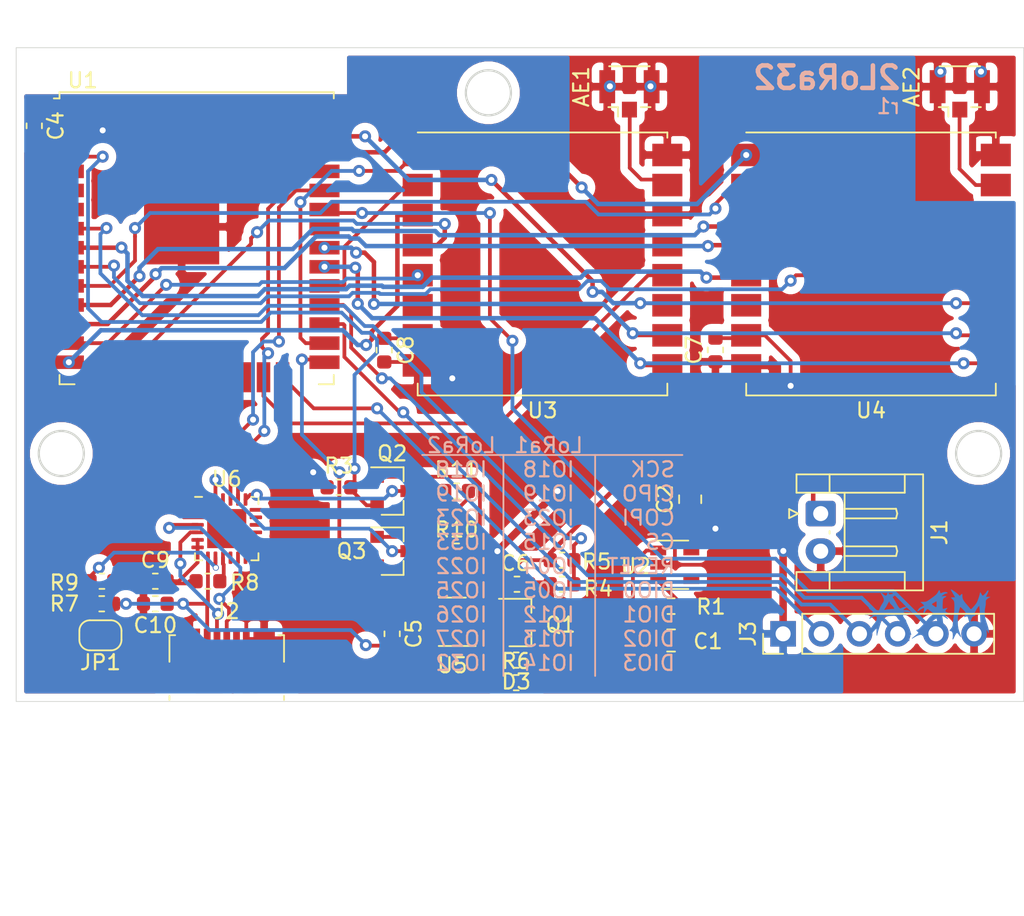
<source format=kicad_pcb>
(kicad_pcb (version 20171130) (host pcbnew 5.1.10)

  (general
    (thickness 1.6)
    (drawings 16)
    (tracks 543)
    (zones 0)
    (modules 36)
    (nets 70)
  )

  (page A4)
  (layers
    (0 F.Cu signal)
    (31 B.Cu signal)
    (32 B.Adhes user)
    (33 F.Adhes user)
    (34 B.Paste user)
    (35 F.Paste user)
    (36 B.SilkS user)
    (37 F.SilkS user)
    (38 B.Mask user)
    (39 F.Mask user)
    (40 Dwgs.User user)
    (41 Cmts.User user)
    (42 Eco1.User user)
    (43 Eco2.User user)
    (44 Edge.Cuts user)
    (45 Margin user)
    (46 B.CrtYd user)
    (47 F.CrtYd user)
    (48 B.Fab user)
    (49 F.Fab user)
  )

  (setup
    (last_trace_width 0.5)
    (user_trace_width 0.3)
    (user_trace_width 0.5)
    (trace_clearance 0.2)
    (zone_clearance 1)
    (zone_45_only no)
    (trace_min 0.2)
    (via_size 0.8)
    (via_drill 0.4)
    (via_min_size 0.4)
    (via_min_drill 0.3)
    (user_via 0.4 0.3)
    (uvia_size 0.3)
    (uvia_drill 0.1)
    (uvias_allowed no)
    (uvia_min_size 0.2)
    (uvia_min_drill 0.1)
    (edge_width 0.05)
    (segment_width 0.2)
    (pcb_text_width 0.3)
    (pcb_text_size 1.5 1.5)
    (mod_edge_width 0.12)
    (mod_text_size 1 1)
    (mod_text_width 0.15)
    (pad_size 1.524 1.524)
    (pad_drill 0.762)
    (pad_to_mask_clearance 0.051)
    (solder_mask_min_width 0.25)
    (aux_axis_origin 0 0)
    (visible_elements FFFFFF7F)
    (pcbplotparams
      (layerselection 0x010fc_ffffffff)
      (usegerberextensions false)
      (usegerberattributes false)
      (usegerberadvancedattributes false)
      (creategerberjobfile false)
      (excludeedgelayer true)
      (linewidth 0.100000)
      (plotframeref false)
      (viasonmask false)
      (mode 1)
      (useauxorigin false)
      (hpglpennumber 1)
      (hpglpenspeed 20)
      (hpglpendiameter 15.000000)
      (psnegative false)
      (psa4output false)
      (plotreference true)
      (plotvalue true)
      (plotinvisibletext false)
      (padsonsilk false)
      (subtractmaskfromsilk false)
      (outputformat 1)
      (mirror false)
      (drillshape 1)
      (scaleselection 1)
      (outputdirectory ""))
  )

  (net 0 "")
  (net 1 GND)
  (net 2 "Net-(AE1-Pad1)")
  (net 3 "Net-(AE2-Pad1)")
  (net 4 VBUS)
  (net 5 +3V3)
  (net 6 VIN)
  (net 7 VBAT)
  (net 8 "Net-(C9-Pad1)")
  (net 9 "Net-(J2-Pad3)")
  (net 10 "Net-(J2-Pad2)")
  (net 11 "Net-(JP1-Pad2)")
  (net 12 RTS)
  (net 13 EN)
  (net 14 "Net-(Q2-Pad1)")
  (net 15 IO0)
  (net 16 DTR)
  (net 17 "Net-(Q3-Pad1)")
  (net 18 "Net-(R4-Pad2)")
  (net 19 "Net-(R8-Pad1)")
  (net 20 LORSCK)
  (net 21 TX)
  (net 22 RX)
  (net 23 "Net-(U1-Pad29)")
  (net 24 "Net-(U1-Pad26)")
  (net 25 "Net-(U1-Pad23)")
  (net 26 "Net-(U1-Pad16)")
  (net 27 "Net-(U1-Pad13)")
  (net 28 "Net-(U1-Pad12)")
  (net 29 "Net-(U1-Pad10)")
  (net 30 "Net-(U1-Pad9)")
  (net 31 "Net-(U1-Pad8)")
  (net 32 "Net-(J2-Pad4)")
  (net 33 "Net-(R1-Pad1)")
  (net 34 "Net-(U1-Pad32)")
  (net 35 "Net-(U1-Pad22)")
  (net 36 "Net-(U1-Pad21)")
  (net 37 "Net-(U1-Pad20)")
  (net 38 "Net-(U1-Pad19)")
  (net 39 "Net-(U1-Pad18)")
  (net 40 "Net-(U1-Pad17)")
  (net 41 "Net-(U1-Pad14)")
  (net 42 "Net-(U1-Pad11)")
  (net 43 "Net-(U1-Pad6)")
  (net 44 "Net-(U1-Pad5)")
  (net 45 "Net-(U1-Pad4)")
  (net 46 "Net-(U2-Pad4)")
  (net 47 "Net-(U3-Pad13)")
  (net 48 "Net-(U3-Pad6)")
  (net 49 "Net-(U4-Pad13)")
  (net 50 "Net-(U4-Pad6)")
  (net 51 "Net-(U6-Pad24)")
  (net 52 "Net-(U6-Pad22)")
  (net 53 "Net-(U6-Pad18)")
  (net 54 "Net-(U6-Pad17)")
  (net 55 "Net-(U6-Pad16)")
  (net 56 "Net-(U6-Pad15)")
  (net 57 "Net-(U6-Pad14)")
  (net 58 "Net-(U6-Pad13)")
  (net 59 "Net-(U6-Pad12)")
  (net 60 "Net-(U6-Pad11)")
  (net 61 "Net-(U6-Pad10)")
  (net 62 "Net-(U6-Pad1)")
  (net 63 "Net-(U1-Pad36)")
  (net 64 LORCOPI)
  (net 65 LORCIPO)
  (net 66 SPARE03)
  (net 67 SPARE02)
  (net 68 SPARE01)
  (net 69 SPARE00)

  (net_class Default "This is the default net class."
    (clearance 0.2)
    (trace_width 0.25)
    (via_dia 0.8)
    (via_drill 0.4)
    (uvia_dia 0.3)
    (uvia_drill 0.1)
    (add_net +3V3)
    (add_net DTR)
    (add_net EN)
    (add_net GND)
    (add_net IO0)
    (add_net LORCIPO)
    (add_net LORCOPI)
    (add_net LORSCK)
    (add_net "Net-(AE1-Pad1)")
    (add_net "Net-(AE2-Pad1)")
    (add_net "Net-(C9-Pad1)")
    (add_net "Net-(J2-Pad2)")
    (add_net "Net-(J2-Pad3)")
    (add_net "Net-(J2-Pad4)")
    (add_net "Net-(JP1-Pad2)")
    (add_net "Net-(Q2-Pad1)")
    (add_net "Net-(Q3-Pad1)")
    (add_net "Net-(R1-Pad1)")
    (add_net "Net-(R4-Pad2)")
    (add_net "Net-(R8-Pad1)")
    (add_net "Net-(U1-Pad10)")
    (add_net "Net-(U1-Pad11)")
    (add_net "Net-(U1-Pad12)")
    (add_net "Net-(U1-Pad13)")
    (add_net "Net-(U1-Pad14)")
    (add_net "Net-(U1-Pad16)")
    (add_net "Net-(U1-Pad17)")
    (add_net "Net-(U1-Pad18)")
    (add_net "Net-(U1-Pad19)")
    (add_net "Net-(U1-Pad20)")
    (add_net "Net-(U1-Pad21)")
    (add_net "Net-(U1-Pad22)")
    (add_net "Net-(U1-Pad23)")
    (add_net "Net-(U1-Pad26)")
    (add_net "Net-(U1-Pad29)")
    (add_net "Net-(U1-Pad32)")
    (add_net "Net-(U1-Pad36)")
    (add_net "Net-(U1-Pad4)")
    (add_net "Net-(U1-Pad5)")
    (add_net "Net-(U1-Pad6)")
    (add_net "Net-(U1-Pad8)")
    (add_net "Net-(U1-Pad9)")
    (add_net "Net-(U2-Pad4)")
    (add_net "Net-(U3-Pad13)")
    (add_net "Net-(U3-Pad6)")
    (add_net "Net-(U4-Pad13)")
    (add_net "Net-(U4-Pad6)")
    (add_net "Net-(U6-Pad1)")
    (add_net "Net-(U6-Pad10)")
    (add_net "Net-(U6-Pad11)")
    (add_net "Net-(U6-Pad12)")
    (add_net "Net-(U6-Pad13)")
    (add_net "Net-(U6-Pad14)")
    (add_net "Net-(U6-Pad15)")
    (add_net "Net-(U6-Pad16)")
    (add_net "Net-(U6-Pad17)")
    (add_net "Net-(U6-Pad18)")
    (add_net "Net-(U6-Pad22)")
    (add_net "Net-(U6-Pad24)")
    (add_net RTS)
    (add_net RX)
    (add_net SPARE00)
    (add_net SPARE01)
    (add_net SPARE02)
    (add_net SPARE03)
    (add_net TX)
    (add_net VBAT)
    (add_net VBUS)
    (add_net VIN)
  )

  (module Connector_PinHeader_2.54mm:PinHeader_1x06_P2.54mm_Vertical (layer F.Cu) (tedit 59FED5CC) (tstamp 619660AA)
    (at 217 123 90)
    (descr "Through hole straight pin header, 1x06, 2.54mm pitch, single row")
    (tags "Through hole pin header THT 1x06 2.54mm single row")
    (path /6199D3B6)
    (fp_text reference J3 (at 0 -2.33 90) (layer F.SilkS)
      (effects (font (size 1 1) (thickness 0.15)))
    )
    (fp_text value Conn_01x06 (at 0 15.03 90) (layer F.Fab)
      (effects (font (size 1 1) (thickness 0.15)))
    )
    (fp_text user %R (at 0 6.35) (layer F.Fab)
      (effects (font (size 1 1) (thickness 0.15)))
    )
    (fp_line (start -0.635 -1.27) (end 1.27 -1.27) (layer F.Fab) (width 0.1))
    (fp_line (start 1.27 -1.27) (end 1.27 13.97) (layer F.Fab) (width 0.1))
    (fp_line (start 1.27 13.97) (end -1.27 13.97) (layer F.Fab) (width 0.1))
    (fp_line (start -1.27 13.97) (end -1.27 -0.635) (layer F.Fab) (width 0.1))
    (fp_line (start -1.27 -0.635) (end -0.635 -1.27) (layer F.Fab) (width 0.1))
    (fp_line (start -1.33 14.03) (end 1.33 14.03) (layer F.SilkS) (width 0.12))
    (fp_line (start -1.33 1.27) (end -1.33 14.03) (layer F.SilkS) (width 0.12))
    (fp_line (start 1.33 1.27) (end 1.33 14.03) (layer F.SilkS) (width 0.12))
    (fp_line (start -1.33 1.27) (end 1.33 1.27) (layer F.SilkS) (width 0.12))
    (fp_line (start -1.33 0) (end -1.33 -1.33) (layer F.SilkS) (width 0.12))
    (fp_line (start -1.33 -1.33) (end 0 -1.33) (layer F.SilkS) (width 0.12))
    (fp_line (start -1.8 -1.8) (end -1.8 14.5) (layer F.CrtYd) (width 0.05))
    (fp_line (start -1.8 14.5) (end 1.8 14.5) (layer F.CrtYd) (width 0.05))
    (fp_line (start 1.8 14.5) (end 1.8 -1.8) (layer F.CrtYd) (width 0.05))
    (fp_line (start 1.8 -1.8) (end -1.8 -1.8) (layer F.CrtYd) (width 0.05))
    (pad 6 thru_hole oval (at 0 12.7 90) (size 1.7 1.7) (drill 1) (layers *.Cu *.Mask)
      (net 1 GND))
    (pad 5 thru_hole oval (at 0 10.16 90) (size 1.7 1.7) (drill 1) (layers *.Cu *.Mask)
      (net 66 SPARE03))
    (pad 4 thru_hole oval (at 0 7.62 90) (size 1.7 1.7) (drill 1) (layers *.Cu *.Mask)
      (net 67 SPARE02))
    (pad 3 thru_hole oval (at 0 5.08 90) (size 1.7 1.7) (drill 1) (layers *.Cu *.Mask)
      (net 68 SPARE01))
    (pad 2 thru_hole oval (at 0 2.54 90) (size 1.7 1.7) (drill 1) (layers *.Cu *.Mask)
      (net 69 SPARE00))
    (pad 1 thru_hole rect (at 0 0 90) (size 1.7 1.7) (drill 1) (layers *.Cu *.Mask)
      (net 5 +3V3))
    (model ${KISYS3DMOD}/Connector_PinHeader_2.54mm.3dshapes/PinHeader_1x06_P2.54mm_Vertical.wrl
      (at (xyz 0 0 0))
      (scale (xyz 1 1 1))
      (rotate (xyz 0 0 0))
    )
  )

  (module loranet2:MRA-2021_10x6mm (layer B.Cu) (tedit 0) (tstamp 60D4245F)
    (at 226.6 123.1 180)
    (path /60D48C38)
    (fp_text reference H1 (at 0 0) (layer B.SilkS) hide
      (effects (font (size 1.27 1.27) (thickness 0.15)) (justify mirror))
    )
    (fp_text value MountingHole (at 0 0) (layer B.SilkS) hide
      (effects (font (size 1.27 1.27) (thickness 0.15)) (justify mirror))
    )
    (fp_poly (pts (xy -1.558313 3.04029) (xy -1.564778 3.012362) (xy -1.593564 2.958042) (xy -1.628618 2.897503)
      (xy -1.676306 2.815254) (xy -1.727994 2.726186) (xy -1.743926 2.69875) (xy -1.842272 2.529417)
      (xy -1.704303 2.523158) (xy -1.63412 2.517775) (xy -1.58444 2.509763) (xy -1.566333 2.501182)
      (xy -1.581318 2.480125) (xy -1.620043 2.442047) (xy -1.659259 2.407789) (xy -1.720942 2.348345)
      (xy -1.757562 2.287767) (xy -1.778809 2.219127) (xy -1.790032 2.139902) (xy -1.795319 2.026606)
      (xy -1.794991 1.887038) (xy -1.789365 1.728996) (xy -1.77876 1.560279) (xy -1.763493 1.388684)
      (xy -1.743884 1.22201) (xy -1.735742 1.164167) (xy -1.719827 1.049489) (xy -1.706621 0.941121)
      (xy -1.697386 0.850389) (xy -1.693384 0.788622) (xy -1.693313 0.783167) (xy -1.679638 0.647461)
      (xy -1.635987 0.533109) (xy -1.557401 0.427311) (xy -1.553983 0.423635) (xy -1.497644 0.361601)
      (xy -1.469219 0.323597) (xy -1.466483 0.303927) (xy -1.487208 0.296894) (xy -1.504225 0.296334)
      (xy -1.581972 0.27694) (xy -1.641488 0.220331) (xy -1.663375 0.178893) (xy -1.682831 0.102771)
      (xy -1.69196 0.003496) (xy -1.690281 -0.100914) (xy -1.677316 -0.192441) (xy -1.673644 -0.206514)
      (xy -1.665232 -0.257309) (xy -1.676334 -0.274625) (xy -1.704224 -0.255423) (xy -1.710785 -0.247892)
      (xy -1.730087 -0.216083) (xy -1.760114 -0.157333) (xy -1.794811 -0.083567) (xy -1.799452 -0.073267)
      (xy -1.848749 0.025689) (xy -1.897289 0.103347) (xy -1.940536 0.153314) (xy -1.971698 0.169334)
      (xy -1.991985 0.153722) (xy -2.030372 0.112499) (xy -2.07978 0.054088) (xy -2.133129 -0.013092)
      (xy -2.183341 -0.080618) (xy -2.191414 -0.092038) (xy -2.219916 -0.125966) (xy -2.231189 -0.122224)
      (xy -2.225405 -0.081734) (xy -2.202736 -0.005417) (xy -2.163352 0.105803) (xy -2.146302 0.151096)
      (xy -2.092618 0.305003) (xy -2.053991 0.449979) (xy -2.028962 0.596714) (xy -2.016071 0.755899)
      (xy -2.013858 0.938224) (xy -2.018067 1.090084) (xy -2.027363 1.246172) (xy -2.043486 1.380888)
      (xy -2.069454 1.515022) (xy -2.094718 1.618215) (xy -2.120635 1.715801) (xy -2.143401 1.797561)
      (xy -2.160648 1.855263) (xy -2.17001 1.880674) (xy -2.170278 1.881) (xy -2.194075 1.877282)
      (xy -2.237493 1.846884) (xy -2.294202 1.796576) (xy -2.357875 1.733125) (xy -2.422183 1.663301)
      (xy -2.480799 1.593873) (xy -2.527395 1.531609) (xy -2.555641 1.483278) (xy -2.561167 1.462893)
      (xy -2.549776 1.42417) (xy -2.520662 1.367321) (xy -2.498052 1.331394) (xy -2.462524 1.276498)
      (xy -2.439455 1.236133) (xy -2.434552 1.223516) (xy -2.452511 1.220774) (xy -2.499163 1.229318)
      (xy -2.542632 1.240993) (xy -2.606181 1.256004) (xy -2.652881 1.259959) (xy -2.667672 1.255727)
      (xy -2.679395 1.229386) (xy -2.698868 1.170848) (xy -2.723327 1.08892) (xy -2.748596 0.997708)
      (xy -2.774584 0.90273) (xy -2.797304 0.823689) (xy -2.814254 0.769031) (xy -2.82279 0.747321)
      (xy -2.831657 0.760755) (xy -2.844799 0.805596) (xy -2.857041 0.860864) (xy -2.892058 1.011047)
      (xy -2.931665 1.124) (xy -2.97887 1.204798) (xy -3.036678 1.258515) (xy -3.108096 1.290224)
      (xy -3.112073 1.291321) (xy -3.172218 1.312414) (xy -3.192545 1.336524) (xy -3.175421 1.370209)
      (xy -3.149909 1.396114) (xy -3.103651 1.43921) (xy -3.195242 1.619847) (xy -3.245648 1.711891)
      (xy -3.300634 1.800699) (xy -3.350762 1.871352) (xy -3.365826 1.889497) (xy -3.444818 1.97851)
      (xy -3.457715 1.872964) (xy -3.464957 1.803329) (xy -3.47401 1.700469) (xy -3.484196 1.573416)
      (xy -3.494839 1.431205) (xy -3.505261 1.28287) (xy -3.514785 1.137445) (xy -3.522333 1.011101)
      (xy -3.526449 0.919505) (xy -3.524771 0.856223) (xy -3.514861 0.807369) (xy -3.494285 0.759057)
      (xy -3.470356 0.714767) (xy -3.417075 0.616539) (xy -3.365587 0.5164) (xy -3.319319 0.421658)
      (xy -3.2817 0.33962) (xy -3.256158 0.277593) (xy -3.246119 0.242885) (xy -3.246938 0.238507)
      (xy -3.267079 0.245759) (xy -3.308609 0.276244) (xy -3.362761 0.323483) (xy -3.365896 0.326406)
      (xy -3.422794 0.375238) (xy -3.470226 0.408081) (xy -3.49814 0.418001) (xy -3.498514 0.417891)
      (xy -3.524666 0.396752) (xy -3.563257 0.352039) (xy -3.58775 0.319082) (xy -3.615204 0.278151)
      (xy -3.633306 0.241843) (xy -3.64397 0.200053) (xy -3.649111 0.142679) (xy -3.650643 0.059619)
      (xy -3.650612 -0.012619) (xy -3.650696 -0.108022) (xy -3.651405 -0.185627) (xy -3.652618 -0.237042)
      (xy -3.654082 -0.254) (xy -3.665652 -0.237019) (xy -3.692636 -0.192002) (xy -3.72974 -0.127832)
      (xy -3.739246 -0.111125) (xy -3.777599 -0.041334) (xy -3.801336 0.012712) (xy -3.81384 0.065435)
      (xy -3.818491 0.131259) (xy -3.818672 0.224605) (xy -3.818647 0.227542) (xy -3.819537 0.326598)
      (xy -3.824656 0.388572) (xy -3.834654 0.418564) (xy -3.843597 0.423334) (xy -3.87619 0.406636)
      (xy -3.920183 0.364023) (xy -3.966654 0.306714) (xy -4.006678 0.24593) (xy -4.031332 0.192891)
      (xy -4.033576 0.184466) (xy -4.044932 0.143133) (xy -4.056289 0.138918) (xy -4.069236 0.158274)
      (xy -4.083845 0.220057) (xy -4.079168 0.315424) (xy -4.055891 0.440634) (xy -4.014696 0.591944)
      (xy -3.960246 0.75463) (xy -3.919647 0.872097) (xy -3.882579 0.988328) (xy -3.852618 1.091489)
      (xy -3.833338 1.169746) (xy -3.830722 1.183365) (xy -3.813282 1.322433) (xy -3.805796 1.47418)
      (xy -3.808106 1.624682) (xy -3.820056 1.760015) (xy -3.83832 1.855139) (xy -3.855999 1.943748)
      (xy -3.86863 2.051431) (xy -3.8735 2.154995) (xy -3.8735 2.155745) (xy -3.874304 2.241117)
      (xy -3.879285 2.296604) (xy -3.892301 2.334653) (xy -3.917206 2.367709) (xy -3.949077 2.399695)
      (xy -4.012713 2.453521) (xy -4.081429 2.500272) (xy -4.102535 2.511839) (xy -4.180417 2.550584)
      (xy -3.878521 2.56292) (xy -3.939233 2.675013) (xy -3.979083 2.754204) (xy -4.014264 2.834076)
      (xy -4.041037 2.904828) (xy -4.055666 2.956658) (xy -4.055238 2.979152) (xy -4.025218 2.983607)
      (xy -3.985399 2.961784) (xy -3.94931 2.92273) (xy -3.937146 2.900185) (xy -3.910751 2.856968)
      (xy -3.86607 2.80258) (xy -3.811425 2.745067) (xy -3.75514 2.692474) (xy -3.705535 2.652847)
      (xy -3.670936 2.634231) (xy -3.662596 2.634779) (xy -3.64168 2.65904) (xy -3.609153 2.708367)
      (xy -3.583254 2.752404) (xy -3.549124 2.809399) (xy -3.522214 2.84756) (xy -3.51108 2.857479)
      (xy -3.500083 2.838757) (xy -3.487927 2.791615) (xy -3.483621 2.767542) (xy -3.464942 2.682506)
      (xy -3.433917 2.574891) (xy -3.39487 2.45693) (xy -3.352122 2.340855) (xy -3.309997 2.238899)
      (xy -3.272815 2.163296) (xy -3.266184 2.152144) (xy -3.224868 2.092707) (xy -3.168854 2.021227)
      (xy -3.104656 1.944951) (xy -3.038789 1.871125) (xy -2.977765 1.806992) (xy -2.9281 1.7598)
      (xy -2.896309 1.736793) (xy -2.891739 1.735667) (xy -2.862294 1.751288) (xy -2.82575 1.789348)
      (xy -2.822315 1.793875) (xy -2.791733 1.832402) (xy -2.740403 1.894214) (xy -2.675497 1.970775)
      (xy -2.604515 2.053167) (xy -2.501453 2.175808) (xy -2.425615 2.277156) (xy -2.373197 2.364716)
      (xy -2.340393 2.445993) (xy -2.323401 2.528494) (xy -2.318421 2.617576) (xy -2.317311 2.699049)
      (xy -2.310384 2.741208) (xy -2.290895 2.747027) (xy -2.252095 2.719478) (xy -2.19755 2.670835)
      (xy -2.140849 2.619636) (xy -2.037589 2.722693) (xy -1.976359 2.778441) (xy -1.899475 2.840732)
      (xy -1.815208 2.903771) (xy -1.73183 2.961765) (xy -1.657614 3.008921) (xy -1.60083 3.039445)
      (xy -1.573125 3.048) (xy -1.558313 3.04029)) (layer B.Cu) (width 0.01))
    (fp_poly (pts (xy -0.766927 2.988489) (xy -0.737465 2.943923) (xy -0.709493 2.894542) (xy -0.670534 2.826151)
      (xy -0.629762 2.76762) (xy -0.580673 2.712555) (xy -0.516765 2.654561) (xy -0.431533 2.587244)
      (xy -0.318474 2.50421) (xy -0.296333 2.488296) (xy -0.178287 2.403613) (xy -0.088159 2.34004)
      (xy -0.019196 2.294395) (xy 0.035354 2.263496) (xy 0.082245 2.244161) (xy 0.128229 2.23321)
      (xy 0.180058 2.22746) (xy 0.244486 2.223729) (xy 0.267793 2.2225) (xy 0.463395 2.211917)
      (xy 0.337927 2.106084) (xy 0.27864 2.054775) (xy 0.234556 2.014147) (xy 0.213537 1.991512)
      (xy 0.212789 1.989667) (xy 0.230796 1.976636) (xy 0.278398 1.951287) (xy 0.34646 1.918395)
      (xy 0.369959 1.907561) (xy 0.455243 1.865778) (xy 0.514071 1.827168) (xy 0.559943 1.780915)
      (xy 0.603604 1.720363) (xy 0.641148 1.660068) (xy 0.664885 1.614506) (xy 0.669705 1.593983)
      (xy 0.648839 1.600457) (xy 0.602018 1.626805) (xy 0.537612 1.668126) (xy 0.504126 1.690991)
      (xy 0.403789 1.755225) (xy 0.320306 1.797638) (xy 0.257845 1.816816) (xy 0.220577 1.811347)
      (xy 0.211667 1.790116) (xy 0.216188 1.752467) (xy 0.228057 1.687549) (xy 0.244727 1.609253)
      (xy 0.24514 1.607434) (xy 0.260632 1.531011) (xy 0.269657 1.469477) (xy 0.270365 1.435604)
      (xy 0.270148 1.434862) (xy 0.25595 1.439577) (xy 0.225226 1.473826) (xy 0.183538 1.531028)
      (xy 0.163981 1.560493) (xy 0.11394 1.632975) (xy 0.067001 1.692578) (xy 0.031344 1.729151)
      (xy 0.02409 1.734103) (xy -0.022048 1.746063) (xy -0.06402 1.738795) (xy -0.084473 1.715711)
      (xy -0.084667 1.712712) (xy -0.100943 1.693475) (xy -0.144755 1.656597) (xy -0.208579 1.608164)
      (xy -0.255227 1.574772) (xy -0.425787 1.455257) (xy -0.376935 1.403038) (xy -0.332194 1.361059)
      (xy -0.269378 1.30894) (xy -0.225247 1.275173) (xy -0.15711 1.216291) (xy -0.084206 1.139908)
      (xy -0.032494 1.075954) (xy 0.012109 1.019382) (xy 0.079231 0.940229) (xy 0.161969 0.846356)
      (xy 0.253421 0.745621) (xy 0.326291 0.667417) (xy 0.427529 0.56142) (xy 0.505537 0.483227)
      (xy 0.564957 0.428779) (xy 0.610433 0.394019) (xy 0.646608 0.374888) (xy 0.667996 0.368787)
      (xy 0.716293 0.356531) (xy 0.740259 0.344186) (xy 0.740833 0.342496) (xy 0.72727 0.321405)
      (xy 0.692588 0.281316) (xy 0.665381 0.252598) (xy 0.589928 0.175328) (xy 0.659344 0.105912)
      (xy 0.708954 0.060643) (xy 0.779844 0.001296) (xy 0.859027 -0.061356) (xy 0.882963 -0.079566)
      (xy 0.96073 -0.140553) (xy 1.011082 -0.184976) (xy 1.032921 -0.210743) (xy 1.025146 -0.215766)
      (xy 0.986657 -0.197952) (xy 0.926042 -0.16143) (xy 0.791386 -0.080612) (xy 0.677518 -0.024323)
      (xy 0.574524 0.012055) (xy 0.530558 0.022846) (xy 0.460289 0.034558) (xy 0.411996 0.031325)
      (xy 0.367551 0.011762) (xy 0.364849 0.01018) (xy 0.30763 -0.035965) (xy 0.256216 -0.09786)
      (xy 0.221066 -0.161061) (xy 0.211667 -0.201334) (xy 0.204651 -0.226445) (xy 0.19259 -0.221191)
      (xy 0.185063 -0.193651) (xy 0.177714 -0.132155) (xy 0.171273 -0.045079) (xy 0.166468 0.059204)
      (xy 0.165548 0.089169) (xy 0.157582 0.379422) (xy 0.041749 0.492029) (xy -0.030401 0.570266)
      (xy -0.102365 0.661302) (xy -0.151612 0.734403) (xy -0.213844 0.823298) (xy -0.294891 0.909125)
      (xy -0.404542 1.002243) (xy -0.4053 1.002839) (xy -0.478991 1.058037) (xy -0.541081 1.099312)
      (xy -0.584008 1.121954) (xy -0.599292 1.123675) (xy -0.620346 1.08239) (xy -0.63808 1.010174)
      (xy -0.650428 0.918411) (xy -0.655323 0.818485) (xy -0.655334 0.814917) (xy -0.651293 0.739231)
      (xy -0.636407 0.666401) (xy -0.606876 0.581928) (xy -0.574187 0.505249) (xy -0.530924 0.414082)
      (xy -0.485641 0.328403) (xy -0.44597 0.262356) (xy -0.43398 0.245381) (xy -0.401316 0.197353)
      (xy -0.385912 0.163971) (xy -0.386581 0.156698) (xy -0.410488 0.158551) (xy -0.457756 0.176462)
      (xy -0.483939 0.189024) (xy -0.539063 0.215397) (xy -0.578226 0.230964) (xy -0.586532 0.232754)
      (xy -0.603508 0.214905) (xy -0.628779 0.169284) (xy -0.645583 0.132213) (xy -0.670307 0.056546)
      (xy -0.683725 -0.032331) (xy -0.687912 -0.148423) (xy -0.687917 -0.153432) (xy -0.689035 -0.235999)
      (xy -0.692024 -0.299542) (xy -0.696337 -0.3345) (xy -0.6985 -0.338362) (xy -0.712179 -0.320618)
      (xy -0.737411 -0.274573) (xy -0.765656 -0.21668) (xy -0.806996 -0.101815) (xy -0.833462 0.024763)
      (xy -0.836334 0.049512) (xy -0.850571 0.150126) (xy -0.873859 0.214522) (xy -0.912361 0.248717)
      (xy -0.972237 0.258729) (xy -1.044425 0.252735) (xy -1.126264 0.235296) (xy -1.202895 0.208739)
      (xy -1.235251 0.192354) (xy -1.284436 0.164178) (xy -1.317917 0.14901) (xy -1.322303 0.148167)
      (xy -1.316349 0.162722) (xy -1.28741 0.201735) (xy -1.240851 0.258224) (xy -1.212465 0.291042)
      (xy -1.087069 0.433917) (xy -1.039732 0.814917) (xy -1.023905 0.940538) (xy -1.009159 1.054349)
      (xy -0.996533 1.148555) (xy -0.987071 1.215362) (xy -0.982203 1.245231) (xy -0.979941 1.280412)
      (xy -1.002007 1.28509) (xy -1.020465 1.280332) (xy -1.060748 1.262248) (xy -1.123808 1.227144)
      (xy -1.197472 1.181884) (xy -1.213809 1.1713) (xy -1.281994 1.129044) (xy -1.3363 1.099798)
      (xy -1.367654 1.088297) (xy -1.371333 1.089111) (xy -1.36346 1.108646) (xy -1.330968 1.148421)
      (xy -1.280622 1.200264) (xy -1.274065 1.206562) (xy -1.204546 1.280504) (xy -1.169589 1.337557)
      (xy -1.164167 1.364775) (xy -1.167755 1.397051) (xy -1.18591 1.412723) (xy -1.229722 1.41765)
      (xy -1.264708 1.417916) (xy -1.346004 1.411783) (xy -1.438814 1.39649) (xy -1.481667 1.386417)
      (xy -1.56906 1.364371) (xy -1.620909 1.35553) (xy -1.641895 1.359897) (xy -1.636695 1.377477)
      (xy -1.629711 1.386565) (xy -1.598096 1.407122) (xy -1.536994 1.434042) (xy -1.457752 1.462519)
      (xy -1.428966 1.471618) (xy -1.30902 1.514451) (xy -1.230033 1.557586) (xy -1.190633 1.601893)
      (xy -1.185333 1.626148) (xy -1.198593 1.654507) (xy -1.232745 1.701393) (xy -1.264708 1.738975)
      (xy -1.302786 1.782056) (xy -1.320316 1.807998) (xy -1.312978 1.818049) (xy -1.276452 1.813455)
      (xy -1.206417 1.795464) (xy -1.136568 1.775967) (xy -1.073832 1.760416) (xy -1.038543 1.759171)
      (xy -1.018212 1.772502) (xy -1.013691 1.778597) (xy -1.006227 1.812042) (xy -1.0026 1.877921)
      (xy -1.00238 1.966548) (xy -1.004645 2.049973) (xy -0.613433 2.049973) (xy -0.611161 1.977293)
      (xy -0.60607 1.920154) (xy -0.600519 1.894932) (xy -0.587719 1.875239) (xy -0.565818 1.871912)
      (xy -0.528416 1.887413) (xy -0.469115 1.924201) (xy -0.399139 1.972339) (xy -0.33405 2.020262)
      (xy -0.300267 2.052321) (xy -0.29277 2.074382) (xy -0.300762 2.087306) (xy -0.332948 2.11217)
      (xy -0.387018 2.147963) (xy -0.451667 2.187905) (xy -0.515587 2.225212) (xy -0.567473 2.253103)
      (xy -0.596018 2.264795) (xy -0.596713 2.264834) (xy -0.604526 2.245624) (xy -0.609997 2.195701)
      (xy -0.613005 2.12663) (xy -0.613433 2.049973) (xy -1.004645 2.049973) (xy -1.005142 2.068239)
      (xy -1.010458 2.17331) (xy -1.017899 2.272075) (xy -1.027038 2.35485) (xy -1.037449 2.411949)
      (xy -1.04229 2.426375) (xy -1.074536 2.465215) (xy -1.12969 2.505662) (xy -1.156839 2.52041)
      (xy -1.221333 2.556837) (xy -1.245569 2.583875) (xy -1.229319 2.60094) (xy -1.190625 2.606835)
      (xy -1.132033 2.609596) (xy -1.089461 2.608584) (xy -1.039721 2.602633) (xy -1.005417 2.597517)
      (xy -0.92075 2.584671) (xy -0.994833 2.648589) (xy -1.084569 2.715686) (xy -1.174788 2.765312)
      (xy -1.253719 2.79146) (xy -1.27974 2.794) (xy -1.319941 2.799721) (xy -1.3335 2.810934)
      (xy -1.314775 2.846019) (xy -1.26494 2.868524) (xy -1.193508 2.877785) (xy -1.109993 2.873136)
      (xy -1.023906 2.853912) (xy -0.976647 2.835869) (xy -0.907724 2.806487) (xy -0.86837 2.796596)
      (xy -0.850661 2.806031) (xy -0.846667 2.833175) (xy -0.840112 2.880789) (xy -0.824178 2.935686)
      (xy -0.804464 2.982344) (xy -0.786567 3.005241) (xy -0.78446 3.005667) (xy -0.766927 2.988489)) (layer B.Cu) (width 0.01))
    (fp_poly (pts (xy 2.617647 3.023614) (xy 2.631609 2.974592) (xy 2.635504 2.950012) (xy 2.658609 2.813046)
      (xy 2.686259 2.716405) (xy 2.72114 2.658121) (xy 2.765939 2.636228) (xy 2.823344 2.648757)
      (xy 2.89604 2.693741) (xy 2.938965 2.727791) (xy 3.022266 2.794403) (xy 3.07655 2.830305)
      (xy 3.102496 2.834958) (xy 3.100781 2.807823) (xy 3.072083 2.748363) (xy 3.021121 2.662532)
      (xy 2.950978 2.540619) (xy 2.90925 2.440602) (xy 2.895749 2.353171) (xy 2.910284 2.269014)
      (xy 2.952665 2.178822) (xy 3.009487 2.091811) (xy 3.065145 2.003871) (xy 3.117459 1.906062)
      (xy 3.152408 1.826278) (xy 3.181697 1.754696) (xy 3.210285 1.697935) (xy 3.230163 1.670302)
      (xy 3.25302 1.662369) (xy 3.294815 1.664938) (xy 3.361716 1.67912) (xy 3.459889 1.706022)
      (xy 3.508285 1.720291) (xy 3.64563 1.760748) (xy 3.747453 1.789175) (xy 3.818512 1.806574)
      (xy 3.863561 1.813952) (xy 3.887355 1.812312) (xy 3.894649 1.80266) (xy 3.894667 1.801926)
      (xy 3.877193 1.773628) (xy 3.830655 1.73304) (xy 3.763873 1.686757) (xy 3.68567 1.641374)
      (xy 3.667125 1.631821) (xy 3.614278 1.601629) (xy 3.581928 1.57611) (xy 3.577167 1.567629)
      (xy 3.596248 1.550205) (xy 3.646785 1.527644) (xy 3.718712 1.503078) (xy 3.801967 1.479639)
      (xy 3.886486 1.460456) (xy 3.958167 1.449095) (xy 4.050039 1.433957) (xy 4.120805 1.41265)
      (xy 4.162332 1.388103) (xy 4.169833 1.372854) (xy 4.149942 1.366289) (xy 4.095365 1.360018)
      (xy 4.01375 1.354643) (xy 3.912745 1.350766) (xy 3.879186 1.349973) (xy 3.588539 1.344084)
      (xy 3.696208 1.27505) (xy 3.771702 1.22261) (xy 3.830342 1.174132) (xy 3.865739 1.135553)
      (xy 3.871506 1.112809) (xy 3.87117 1.112448) (xy 3.849541 1.117227) (xy 3.799393 1.137729)
      (xy 3.729749 1.170117) (xy 3.694179 1.187685) (xy 3.591153 1.235267) (xy 3.513963 1.260472)
      (xy 3.454313 1.265964) (xy 3.451199 1.265733) (xy 3.407249 1.260128) (xy 3.384252 1.245361)
      (xy 3.374266 1.210107) (xy 3.369728 1.149533) (xy 3.370818 1.076893) (xy 3.385591 1.008653)
      (xy 3.417865 0.937009) (xy 3.471461 0.854156) (xy 3.550196 0.752291) (xy 3.584584 0.71048)
      (xy 3.728586 0.520118) (xy 3.833796 0.341363) (xy 3.901344 0.171747) (xy 3.932364 0.008802)
      (xy 3.934806 -0.052916) (xy 3.934374 -0.201083) (xy 3.893315 -0.116416) (xy 3.863492 -0.053673)
      (xy 3.824644 0.029704) (xy 3.785138 0.115751) (xy 3.784835 0.116417) (xy 3.717412 0.264584)
      (xy 3.704842 0.179917) (xy 3.696165 0.128825) (xy 3.688664 0.115505) (xy 3.678339 0.135717)
      (xy 3.674185 0.147417) (xy 3.65116 0.185638) (xy 3.605418 0.242418) (xy 3.565508 0.28575)
      (xy 3.683 0.28575) (xy 3.693583 0.275167) (xy 3.704167 0.28575) (xy 3.693583 0.296334)
      (xy 3.683 0.28575) (xy 3.565508 0.28575) (xy 3.545361 0.307623) (xy 3.521382 0.331672)
      (xy 3.386667 0.463761) (xy 3.386667 0.221297) (xy 3.384896 0.113278) (xy 3.379882 0.033824)
      (xy 3.372074 -0.011926) (xy 3.3655 -0.021166) (xy 3.349657 -0.003033) (xy 3.344333 0.032382)
      (xy 3.338156 0.071115) (xy 3.321171 0.141378) (xy 3.295695 0.234453) (xy 3.264048 0.341624)
      (xy 3.250043 0.386924) (xy 3.211853 0.509313) (xy 3.173666 0.632518) (xy 3.139434 0.743742)
      (xy 3.113106 0.830188) (xy 3.108786 0.844547) (xy 3.061153 0.978116) (xy 3.004176 1.082078)
      (xy 2.932073 1.160414) (xy 2.83906 1.217103) (xy 2.719353 1.256128) (xy 2.567168 1.281468)
      (xy 2.459175 1.29166) (xy 2.325013 1.30023) (xy 2.225255 1.301158) (xy 2.152344 1.292408)
      (xy 2.098724 1.271941) (xy 2.056838 1.237719) (xy 2.01913 1.187706) (xy 2.007906 1.169972)
      (xy 1.970447 1.117133) (xy 1.913995 1.04651) (xy 1.848877 0.970855) (xy 1.827853 0.94762)
      (xy 1.760794 0.867787) (xy 1.703182 0.786939) (xy 1.664581 0.718754) (xy 1.659745 0.707217)
      (xy 1.647029 0.671449) (xy 1.63836 0.636748) (xy 1.633728 0.596216) (xy 1.633124 0.542951)
      (xy 1.636538 0.470054) (xy 1.643962 0.370623) (xy 1.655384 0.237759) (xy 1.659044 0.196485)
      (xy 1.669774 0.068843) (xy 1.678077 -0.043958) (xy 1.683564 -0.135302) (xy 1.685845 -0.198574)
      (xy 1.684529 -0.227158) (xy 1.684086 -0.227969) (xy 1.661328 -0.224692) (xy 1.625216 -0.195944)
      (xy 1.585848 -0.1515) (xy 1.553583 -0.101642) (xy 1.531229 -0.038282) (xy 1.523711 0.014824)
      (xy 1.5186 0.079123) (xy 1.510303 0.123068) (xy 1.500947 0.148939) (xy 1.488036 0.149959)
      (xy 1.46461 0.122134) (xy 1.436483 0.080735) (xy 1.399728 0.018308) (xy 1.358698 -0.06232)
      (xy 1.318243 -0.150104) (xy 1.283215 -0.234001) (xy 1.258463 -0.302965) (xy 1.248838 -0.345954)
      (xy 1.248833 -0.346529) (xy 1.235525 -0.383834) (xy 1.226107 -0.392546) (xy 1.214819 -0.383698)
      (xy 1.209385 -0.338011) (xy 1.209609 -0.253253) (xy 1.210777 -0.219171) (xy 1.22218 -0.082286)
      (xy 1.245685 0.026286) (xy 1.264944 0.079375) (xy 1.289938 0.148106) (xy 1.292102 0.182463)
      (xy 1.270754 0.182584) (xy 1.225209 0.148606) (xy 1.171965 0.098036) (xy 1.124543 0.054793)
      (xy 1.09119 0.032359) (xy 1.0795 0.034898) (xy 1.087162 0.07741) (xy 1.108031 0.150217)
      (xy 1.138931 0.24458) (xy 1.176687 0.351762) (xy 1.218123 0.463022) (xy 1.260062 0.569623)
      (xy 1.29933 0.662823) (xy 1.33275 0.733886) (xy 1.335276 0.738734) (xy 1.373876 0.817631)
      (xy 1.402895 0.887673) (xy 1.417386 0.936568) (xy 1.418167 0.944713) (xy 1.431548 0.990971)
      (xy 1.464923 1.046805) (xy 1.477724 1.062889) (xy 1.561855 1.168881) (xy 1.612314 1.251342)
      (xy 1.629809 1.311439) (xy 1.629833 1.313334) (xy 1.627789 1.336674) (xy 1.615929 1.349934)
      (xy 1.585659 1.354931) (xy 1.528388 1.353479) (xy 1.4605 1.34911) (xy 1.382003 1.345762)
      (xy 1.32283 1.347109) (xy 1.292937 1.352791) (xy 1.291167 1.355227) (xy 1.308966 1.381805)
      (xy 1.354915 1.416792) (xy 1.417844 1.452919) (xy 1.48658 1.482914) (xy 1.488297 1.48353)
      (xy 1.546448 1.509311) (xy 1.588517 1.536807) (xy 1.593932 1.542335) (xy 1.59523 1.555057)
      (xy 1.570991 1.56197) (xy 1.517859 1.562996) (xy 1.432478 1.558056) (xy 1.311494 1.547072)
      (xy 1.17475 1.532548) (xy 1.068917 1.520829) (xy 1.179206 1.596498) (xy 1.237107 1.634298)
      (xy 1.284368 1.656836) (xy 1.335706 1.668036) (xy 1.405832 1.671822) (xy 1.462945 1.672167)
      (xy 1.547801 1.672533) (xy 1.596939 1.67504) (xy 1.616976 1.681804) (xy 1.614529 1.694941)
      (xy 1.597465 1.715184) (xy 1.531444 1.771896) (xy 1.530146 1.772709) (xy 2.201412 1.772709)
      (xy 2.22036 1.763109) (xy 2.268649 1.756518) (xy 2.301875 1.755022) (xy 2.368976 1.751278)
      (xy 2.46176 1.742837) (xy 2.564041 1.731249) (xy 2.6035 1.726146) (xy 2.715417 1.711262)
      (xy 2.79205 1.701815) (xy 2.840045 1.697409) (xy 2.866048 1.697645) (xy 2.876704 1.702127)
      (xy 2.878667 1.709678) (xy 2.866335 1.734631) (xy 2.83524 1.778452) (xy 2.818441 1.799636)
      (xy 2.777586 1.857862) (xy 2.730691 1.936794) (xy 2.692148 2.010834) (xy 2.65064 2.090607)
      (xy 2.607048 2.163979) (xy 2.573217 2.211917) (xy 2.520356 2.275417) (xy 2.519594 2.212728)
      (xy 2.510473 2.169024) (xy 2.480141 2.121142) (xy 2.42252 2.06011) (xy 2.404903 2.043395)
      (xy 2.336093 1.973295) (xy 2.275055 1.9009) (xy 2.228664 1.835353) (xy 2.203794 1.785799)
      (xy 2.201412 1.772709) (xy 1.530146 1.772709) (xy 1.440713 1.828711) (xy 1.341629 1.875463)
      (xy 1.335992 1.877644) (xy 1.300073 1.892101) (xy 1.290074 1.899927) (xy 1.310471 1.902074)
      (xy 1.365738 1.899489) (xy 1.421523 1.895788) (xy 1.542632 1.880919) (xy 1.638536 1.852705)
      (xy 1.683967 1.831351) (xy 1.745268 1.801226) (xy 1.79355 1.781881) (xy 1.81071 1.778)
      (xy 1.84631 1.795833) (xy 1.894505 1.84442) (xy 1.949482 1.916396) (xy 2.005425 2.004395)
      (xy 2.04127 2.070059) (xy 2.087962 2.157244) (xy 2.146574 2.260473) (xy 2.205992 2.360272)
      (xy 2.218114 2.379907) (xy 2.32268 2.547897) (xy 2.20129 2.626354) (xy 2.133205 2.674325)
      (xy 2.075945 2.721672) (xy 2.044741 2.754698) (xy 2.022408 2.790439) (xy 2.029276 2.805233)
      (xy 2.061754 2.811149) (xy 2.108232 2.80836) (xy 2.179009 2.79467) (xy 2.255109 2.774108)
      (xy 2.342083 2.751281) (xy 2.427206 2.735496) (xy 2.484021 2.730503) (xy 2.57175 2.730506)
      (xy 2.573296 2.868574) (xy 2.578051 2.95397) (xy 2.588564 3.010287) (xy 2.602531 3.034507)
      (xy 2.617647 3.023614)) (layer B.Cu) (width 0.01))
    (fp_poly (pts (xy -1.558313 3.04029) (xy -1.564778 3.012362) (xy -1.593564 2.958042) (xy -1.628618 2.897503)
      (xy -1.676306 2.815254) (xy -1.727994 2.726186) (xy -1.743926 2.69875) (xy -1.842272 2.529417)
      (xy -1.704303 2.523158) (xy -1.63412 2.517775) (xy -1.58444 2.509763) (xy -1.566333 2.501182)
      (xy -1.581318 2.480125) (xy -1.620043 2.442047) (xy -1.659259 2.407789) (xy -1.720942 2.348345)
      (xy -1.757562 2.287767) (xy -1.778809 2.219127) (xy -1.790032 2.139902) (xy -1.795319 2.026606)
      (xy -1.794991 1.887038) (xy -1.789365 1.728996) (xy -1.77876 1.560279) (xy -1.763493 1.388684)
      (xy -1.743884 1.22201) (xy -1.735742 1.164167) (xy -1.719827 1.049489) (xy -1.706621 0.941121)
      (xy -1.697386 0.850389) (xy -1.693384 0.788622) (xy -1.693313 0.783167) (xy -1.679638 0.647461)
      (xy -1.635987 0.533109) (xy -1.557401 0.427311) (xy -1.553983 0.423635) (xy -1.497644 0.361601)
      (xy -1.469219 0.323597) (xy -1.466483 0.303927) (xy -1.487208 0.296894) (xy -1.504225 0.296334)
      (xy -1.581972 0.27694) (xy -1.641488 0.220331) (xy -1.663375 0.178893) (xy -1.682831 0.102771)
      (xy -1.69196 0.003496) (xy -1.690281 -0.100914) (xy -1.677316 -0.192441) (xy -1.673644 -0.206514)
      (xy -1.665232 -0.257309) (xy -1.676334 -0.274625) (xy -1.704224 -0.255423) (xy -1.710785 -0.247892)
      (xy -1.730087 -0.216083) (xy -1.760114 -0.157333) (xy -1.794811 -0.083567) (xy -1.799452 -0.073267)
      (xy -1.848749 0.025689) (xy -1.897289 0.103347) (xy -1.940536 0.153314) (xy -1.971698 0.169334)
      (xy -1.991985 0.153722) (xy -2.030372 0.112499) (xy -2.07978 0.054088) (xy -2.133129 -0.013092)
      (xy -2.183341 -0.080618) (xy -2.191414 -0.092038) (xy -2.219916 -0.125966) (xy -2.231189 -0.122224)
      (xy -2.225405 -0.081734) (xy -2.202736 -0.005417) (xy -2.163352 0.105803) (xy -2.146302 0.151096)
      (xy -2.092618 0.305003) (xy -2.053991 0.449979) (xy -2.028962 0.596714) (xy -2.016071 0.755899)
      (xy -2.013858 0.938224) (xy -2.018067 1.090084) (xy -2.027363 1.246172) (xy -2.043486 1.380888)
      (xy -2.069454 1.515022) (xy -2.094718 1.618215) (xy -2.120635 1.715801) (xy -2.143401 1.797561)
      (xy -2.160648 1.855263) (xy -2.17001 1.880674) (xy -2.170278 1.881) (xy -2.194075 1.877282)
      (xy -2.237493 1.846884) (xy -2.294202 1.796576) (xy -2.357875 1.733125) (xy -2.422183 1.663301)
      (xy -2.480799 1.593873) (xy -2.527395 1.531609) (xy -2.555641 1.483278) (xy -2.561167 1.462893)
      (xy -2.549776 1.42417) (xy -2.520662 1.367321) (xy -2.498052 1.331394) (xy -2.462524 1.276498)
      (xy -2.439455 1.236133) (xy -2.434552 1.223516) (xy -2.452511 1.220774) (xy -2.499163 1.229318)
      (xy -2.542632 1.240993) (xy -2.606181 1.256004) (xy -2.652881 1.259959) (xy -2.667672 1.255727)
      (xy -2.679395 1.229386) (xy -2.698868 1.170848) (xy -2.723327 1.08892) (xy -2.748596 0.997708)
      (xy -2.774584 0.90273) (xy -2.797304 0.823689) (xy -2.814254 0.769031) (xy -2.82279 0.747321)
      (xy -2.831657 0.760755) (xy -2.844799 0.805596) (xy -2.857041 0.860864) (xy -2.892058 1.011047)
      (xy -2.931665 1.124) (xy -2.97887 1.204798) (xy -3.036678 1.258515) (xy -3.108096 1.290224)
      (xy -3.112073 1.291321) (xy -3.172218 1.312414) (xy -3.192545 1.336524) (xy -3.175421 1.370209)
      (xy -3.149909 1.396114) (xy -3.103651 1.43921) (xy -3.195242 1.619847) (xy -3.245648 1.711891)
      (xy -3.300634 1.800699) (xy -3.350762 1.871352) (xy -3.365826 1.889497) (xy -3.444818 1.97851)
      (xy -3.457715 1.872964) (xy -3.464957 1.803329) (xy -3.47401 1.700469) (xy -3.484196 1.573416)
      (xy -3.494839 1.431205) (xy -3.505261 1.28287) (xy -3.514785 1.137445) (xy -3.522333 1.011101)
      (xy -3.526449 0.919505) (xy -3.524771 0.856223) (xy -3.514861 0.807369) (xy -3.494285 0.759057)
      (xy -3.470356 0.714767) (xy -3.417075 0.616539) (xy -3.365587 0.5164) (xy -3.319319 0.421658)
      (xy -3.2817 0.33962) (xy -3.256158 0.277593) (xy -3.246119 0.242885) (xy -3.246938 0.238507)
      (xy -3.267079 0.245759) (xy -3.308609 0.276244) (xy -3.362761 0.323483) (xy -3.365896 0.326406)
      (xy -3.422794 0.375238) (xy -3.470226 0.408081) (xy -3.49814 0.418001) (xy -3.498514 0.417891)
      (xy -3.524666 0.396752) (xy -3.563257 0.352039) (xy -3.58775 0.319082) (xy -3.615204 0.278151)
      (xy -3.633306 0.241843) (xy -3.64397 0.200053) (xy -3.649111 0.142679) (xy -3.650643 0.059619)
      (xy -3.650612 -0.012619) (xy -3.650696 -0.108022) (xy -3.651405 -0.185627) (xy -3.652618 -0.237042)
      (xy -3.654082 -0.254) (xy -3.665652 -0.237019) (xy -3.692636 -0.192002) (xy -3.72974 -0.127832)
      (xy -3.739246 -0.111125) (xy -3.777599 -0.041334) (xy -3.801336 0.012712) (xy -3.81384 0.065435)
      (xy -3.818491 0.131259) (xy -3.818672 0.224605) (xy -3.818647 0.227542) (xy -3.819537 0.326598)
      (xy -3.824656 0.388572) (xy -3.834654 0.418564) (xy -3.843597 0.423334) (xy -3.87619 0.406636)
      (xy -3.920183 0.364023) (xy -3.966654 0.306714) (xy -4.006678 0.24593) (xy -4.031332 0.192891)
      (xy -4.033576 0.184466) (xy -4.044932 0.143133) (xy -4.056289 0.138918) (xy -4.069236 0.158274)
      (xy -4.083845 0.220057) (xy -4.079168 0.315424) (xy -4.055891 0.440634) (xy -4.014696 0.591944)
      (xy -3.960246 0.75463) (xy -3.919647 0.872097) (xy -3.882579 0.988328) (xy -3.852618 1.091489)
      (xy -3.833338 1.169746) (xy -3.830722 1.183365) (xy -3.813282 1.322433) (xy -3.805796 1.47418)
      (xy -3.808106 1.624682) (xy -3.820056 1.760015) (xy -3.83832 1.855139) (xy -3.855999 1.943748)
      (xy -3.86863 2.051431) (xy -3.8735 2.154995) (xy -3.8735 2.155745) (xy -3.874304 2.241117)
      (xy -3.879285 2.296604) (xy -3.892301 2.334653) (xy -3.917206 2.367709) (xy -3.949077 2.399695)
      (xy -4.012713 2.453521) (xy -4.081429 2.500272) (xy -4.102535 2.511839) (xy -4.180417 2.550584)
      (xy -3.878521 2.56292) (xy -3.939233 2.675013) (xy -3.979083 2.754204) (xy -4.014264 2.834076)
      (xy -4.041037 2.904828) (xy -4.055666 2.956658) (xy -4.055238 2.979152) (xy -4.025218 2.983607)
      (xy -3.985399 2.961784) (xy -3.94931 2.92273) (xy -3.937146 2.900185) (xy -3.910751 2.856968)
      (xy -3.86607 2.80258) (xy -3.811425 2.745067) (xy -3.75514 2.692474) (xy -3.705535 2.652847)
      (xy -3.670936 2.634231) (xy -3.662596 2.634779) (xy -3.64168 2.65904) (xy -3.609153 2.708367)
      (xy -3.583254 2.752404) (xy -3.549124 2.809399) (xy -3.522214 2.84756) (xy -3.51108 2.857479)
      (xy -3.500083 2.838757) (xy -3.487927 2.791615) (xy -3.483621 2.767542) (xy -3.464942 2.682506)
      (xy -3.433917 2.574891) (xy -3.39487 2.45693) (xy -3.352122 2.340855) (xy -3.309997 2.238899)
      (xy -3.272815 2.163296) (xy -3.266184 2.152144) (xy -3.224868 2.092707) (xy -3.168854 2.021227)
      (xy -3.104656 1.944951) (xy -3.038789 1.871125) (xy -2.977765 1.806992) (xy -2.9281 1.7598)
      (xy -2.896309 1.736793) (xy -2.891739 1.735667) (xy -2.862294 1.751288) (xy -2.82575 1.789348)
      (xy -2.822315 1.793875) (xy -2.791733 1.832402) (xy -2.740403 1.894214) (xy -2.675497 1.970775)
      (xy -2.604515 2.053167) (xy -2.501453 2.175808) (xy -2.425615 2.277156) (xy -2.373197 2.364716)
      (xy -2.340393 2.445993) (xy -2.323401 2.528494) (xy -2.318421 2.617576) (xy -2.317311 2.699049)
      (xy -2.310384 2.741208) (xy -2.290895 2.747027) (xy -2.252095 2.719478) (xy -2.19755 2.670835)
      (xy -2.140849 2.619636) (xy -2.037589 2.722693) (xy -1.976359 2.778441) (xy -1.899475 2.840732)
      (xy -1.815208 2.903771) (xy -1.73183 2.961765) (xy -1.657614 3.008921) (xy -1.60083 3.039445)
      (xy -1.573125 3.048) (xy -1.558313 3.04029)) (layer B.Mask) (width 0.01))
    (fp_poly (pts (xy -0.766927 2.988489) (xy -0.737465 2.943923) (xy -0.709493 2.894542) (xy -0.670534 2.826151)
      (xy -0.629762 2.76762) (xy -0.580673 2.712555) (xy -0.516765 2.654561) (xy -0.431533 2.587244)
      (xy -0.318474 2.50421) (xy -0.296333 2.488296) (xy -0.178287 2.403613) (xy -0.088159 2.34004)
      (xy -0.019196 2.294395) (xy 0.035354 2.263496) (xy 0.082245 2.244161) (xy 0.128229 2.23321)
      (xy 0.180058 2.22746) (xy 0.244486 2.223729) (xy 0.267793 2.2225) (xy 0.463395 2.211917)
      (xy 0.337927 2.106084) (xy 0.27864 2.054775) (xy 0.234556 2.014147) (xy 0.213537 1.991512)
      (xy 0.212789 1.989667) (xy 0.230796 1.976636) (xy 0.278398 1.951287) (xy 0.34646 1.918395)
      (xy 0.369959 1.907561) (xy 0.455243 1.865778) (xy 0.514071 1.827168) (xy 0.559943 1.780915)
      (xy 0.603604 1.720363) (xy 0.641148 1.660068) (xy 0.664885 1.614506) (xy 0.669705 1.593983)
      (xy 0.648839 1.600457) (xy 0.602018 1.626805) (xy 0.537612 1.668126) (xy 0.504126 1.690991)
      (xy 0.403789 1.755225) (xy 0.320306 1.797638) (xy 0.257845 1.816816) (xy 0.220577 1.811347)
      (xy 0.211667 1.790116) (xy 0.216188 1.752467) (xy 0.228057 1.687549) (xy 0.244727 1.609253)
      (xy 0.24514 1.607434) (xy 0.260632 1.531011) (xy 0.269657 1.469477) (xy 0.270365 1.435604)
      (xy 0.270148 1.434862) (xy 0.25595 1.439577) (xy 0.225226 1.473826) (xy 0.183538 1.531028)
      (xy 0.163981 1.560493) (xy 0.11394 1.632975) (xy 0.067001 1.692578) (xy 0.031344 1.729151)
      (xy 0.02409 1.734103) (xy -0.022048 1.746063) (xy -0.06402 1.738795) (xy -0.084473 1.715711)
      (xy -0.084667 1.712712) (xy -0.100943 1.693475) (xy -0.144755 1.656597) (xy -0.208579 1.608164)
      (xy -0.255227 1.574772) (xy -0.425787 1.455257) (xy -0.376935 1.403038) (xy -0.332194 1.361059)
      (xy -0.269378 1.30894) (xy -0.225247 1.275173) (xy -0.15711 1.216291) (xy -0.084206 1.139908)
      (xy -0.032494 1.075954) (xy 0.012109 1.019382) (xy 0.079231 0.940229) (xy 0.161969 0.846356)
      (xy 0.253421 0.745621) (xy 0.326291 0.667417) (xy 0.427529 0.56142) (xy 0.505537 0.483227)
      (xy 0.564957 0.428779) (xy 0.610433 0.394019) (xy 0.646608 0.374888) (xy 0.667996 0.368787)
      (xy 0.716293 0.356531) (xy 0.740259 0.344186) (xy 0.740833 0.342496) (xy 0.72727 0.321405)
      (xy 0.692588 0.281316) (xy 0.665381 0.252598) (xy 0.589928 0.175328) (xy 0.659344 0.105912)
      (xy 0.708954 0.060643) (xy 0.779844 0.001296) (xy 0.859027 -0.061356) (xy 0.882963 -0.079566)
      (xy 0.96073 -0.140553) (xy 1.011082 -0.184976) (xy 1.032921 -0.210743) (xy 1.025146 -0.215766)
      (xy 0.986657 -0.197952) (xy 0.926042 -0.16143) (xy 0.791386 -0.080612) (xy 0.677518 -0.024323)
      (xy 0.574524 0.012055) (xy 0.530558 0.022846) (xy 0.460289 0.034558) (xy 0.411996 0.031325)
      (xy 0.367551 0.011762) (xy 0.364849 0.01018) (xy 0.30763 -0.035965) (xy 0.256216 -0.09786)
      (xy 0.221066 -0.161061) (xy 0.211667 -0.201334) (xy 0.204651 -0.226445) (xy 0.19259 -0.221191)
      (xy 0.185063 -0.193651) (xy 0.177714 -0.132155) (xy 0.171273 -0.045079) (xy 0.166468 0.059204)
      (xy 0.165548 0.089169) (xy 0.157582 0.379422) (xy 0.041749 0.492029) (xy -0.030401 0.570266)
      (xy -0.102365 0.661302) (xy -0.151612 0.734403) (xy -0.213844 0.823298) (xy -0.294891 0.909125)
      (xy -0.404542 1.002243) (xy -0.4053 1.002839) (xy -0.478991 1.058037) (xy -0.541081 1.099312)
      (xy -0.584008 1.121954) (xy -0.599292 1.123675) (xy -0.620346 1.08239) (xy -0.63808 1.010174)
      (xy -0.650428 0.918411) (xy -0.655323 0.818485) (xy -0.655334 0.814917) (xy -0.651293 0.739231)
      (xy -0.636407 0.666401) (xy -0.606876 0.581928) (xy -0.574187 0.505249) (xy -0.530924 0.414082)
      (xy -0.485641 0.328403) (xy -0.44597 0.262356) (xy -0.43398 0.245381) (xy -0.401316 0.197353)
      (xy -0.385912 0.163971) (xy -0.386581 0.156698) (xy -0.410488 0.158551) (xy -0.457756 0.176462)
      (xy -0.483939 0.189024) (xy -0.539063 0.215397) (xy -0.578226 0.230964) (xy -0.586532 0.232754)
      (xy -0.603508 0.214905) (xy -0.628779 0.169284) (xy -0.645583 0.132213) (xy -0.670307 0.056546)
      (xy -0.683725 -0.032331) (xy -0.687912 -0.148423) (xy -0.687917 -0.153432) (xy -0.689035 -0.235999)
      (xy -0.692024 -0.299542) (xy -0.696337 -0.3345) (xy -0.6985 -0.338362) (xy -0.712179 -0.320618)
      (xy -0.737411 -0.274573) (xy -0.765656 -0.21668) (xy -0.806996 -0.101815) (xy -0.833462 0.024763)
      (xy -0.836334 0.049512) (xy -0.850571 0.150126) (xy -0.873859 0.214522) (xy -0.912361 0.248717)
      (xy -0.972237 0.258729) (xy -1.044425 0.252735) (xy -1.126264 0.235296) (xy -1.202895 0.208739)
      (xy -1.235251 0.192354) (xy -1.284436 0.164178) (xy -1.317917 0.14901) (xy -1.322303 0.148167)
      (xy -1.316349 0.162722) (xy -1.28741 0.201735) (xy -1.240851 0.258224) (xy -1.212465 0.291042)
      (xy -1.087069 0.433917) (xy -1.039732 0.814917) (xy -1.023905 0.940538) (xy -1.009159 1.054349)
      (xy -0.996533 1.148555) (xy -0.987071 1.215362) (xy -0.982203 1.245231) (xy -0.979941 1.280412)
      (xy -1.002007 1.28509) (xy -1.020465 1.280332) (xy -1.060748 1.262248) (xy -1.123808 1.227144)
      (xy -1.197472 1.181884) (xy -1.213809 1.1713) (xy -1.281994 1.129044) (xy -1.3363 1.099798)
      (xy -1.367654 1.088297) (xy -1.371333 1.089111) (xy -1.36346 1.108646) (xy -1.330968 1.148421)
      (xy -1.280622 1.200264) (xy -1.274065 1.206562) (xy -1.204546 1.280504) (xy -1.169589 1.337557)
      (xy -1.164167 1.364775) (xy -1.167755 1.397051) (xy -1.18591 1.412723) (xy -1.229722 1.41765)
      (xy -1.264708 1.417916) (xy -1.346004 1.411783) (xy -1.438814 1.39649) (xy -1.481667 1.386417)
      (xy -1.56906 1.364371) (xy -1.620909 1.35553) (xy -1.641895 1.359897) (xy -1.636695 1.377477)
      (xy -1.629711 1.386565) (xy -1.598096 1.407122) (xy -1.536994 1.434042) (xy -1.457752 1.462519)
      (xy -1.428966 1.471618) (xy -1.30902 1.514451) (xy -1.230033 1.557586) (xy -1.190633 1.601893)
      (xy -1.185333 1.626148) (xy -1.198593 1.654507) (xy -1.232745 1.701393) (xy -1.264708 1.738975)
      (xy -1.302786 1.782056) (xy -1.320316 1.807998) (xy -1.312978 1.818049) (xy -1.276452 1.813455)
      (xy -1.206417 1.795464) (xy -1.136568 1.775967) (xy -1.073832 1.760416) (xy -1.038543 1.759171)
      (xy -1.018212 1.772502) (xy -1.013691 1.778597) (xy -1.006227 1.812042) (xy -1.0026 1.877921)
      (xy -1.00238 1.966548) (xy -1.005142 2.068239) (xy -1.0081 2.126708) (xy -0.613231 2.126708)
      (xy -0.613227 2.050153) (xy -0.610812 1.977642) (xy -0.605944 1.920751) (xy -0.600519 1.894932)
      (xy -0.587649 1.875197) (xy -0.565606 1.871945) (xy -0.527971 1.88763) (xy -0.468329 1.924705)
      (xy -0.400454 1.971417) (xy -0.341212 2.01629) (xy -0.300699 2.053453) (xy -0.28681 2.075558)
      (xy -0.287252 2.076764) (xy -0.309665 2.095367) (xy -0.35777 2.127634) (xy -0.420607 2.166959)
      (xy -0.487217 2.206732) (xy -0.546641 2.240346) (xy -0.587918 2.261195) (xy -0.59919 2.264834)
      (xy -0.60617 2.245627) (xy -0.610865 2.195725) (xy -0.613231 2.126708) (xy -1.0081 2.126708)
      (xy -1.010458 2.17331) (xy -1.017899 2.272075) (xy -1.027038 2.35485) (xy -1.037449 2.411949)
      (xy -1.04229 2.426375) (xy -1.074536 2.465215) (xy -1.12969 2.505662) (xy -1.156839 2.52041)
      (xy -1.221333 2.556837) (xy -1.245569 2.583875) (xy -1.229319 2.60094) (xy -1.190625 2.606835)
      (xy -1.132033 2.609596) (xy -1.089461 2.608584) (xy -1.039721 2.602633) (xy -1.005417 2.597517)
      (xy -0.92075 2.584671) (xy -0.994833 2.648589) (xy -1.084569 2.715686) (xy -1.174788 2.765312)
      (xy -1.253719 2.79146) (xy -1.27974 2.794) (xy -1.319941 2.799721) (xy -1.3335 2.810934)
      (xy -1.314775 2.846019) (xy -1.26494 2.868524) (xy -1.193508 2.877785) (xy -1.109993 2.873136)
      (xy -1.023906 2.853912) (xy -0.976647 2.835869) (xy -0.907724 2.806487) (xy -0.86837 2.796596)
      (xy -0.850661 2.806031) (xy -0.846667 2.833175) (xy -0.840112 2.880789) (xy -0.824178 2.935686)
      (xy -0.804464 2.982344) (xy -0.786567 3.005241) (xy -0.78446 3.005667) (xy -0.766927 2.988489)) (layer B.Mask) (width 0.01))
    (fp_poly (pts (xy 2.617647 3.023614) (xy 2.631609 2.974592) (xy 2.635504 2.950012) (xy 2.658609 2.813046)
      (xy 2.686259 2.716405) (xy 2.72114 2.658121) (xy 2.765939 2.636228) (xy 2.823344 2.648757)
      (xy 2.89604 2.693741) (xy 2.938965 2.727791) (xy 3.022266 2.794403) (xy 3.07655 2.830305)
      (xy 3.102496 2.834958) (xy 3.100781 2.807823) (xy 3.072083 2.748363) (xy 3.021121 2.662532)
      (xy 2.950978 2.540619) (xy 2.90925 2.440602) (xy 2.895749 2.353171) (xy 2.910284 2.269014)
      (xy 2.952665 2.178822) (xy 3.009487 2.091811) (xy 3.065145 2.003871) (xy 3.117459 1.906062)
      (xy 3.152408 1.826278) (xy 3.181697 1.754696) (xy 3.210285 1.697935) (xy 3.230163 1.670302)
      (xy 3.25302 1.662369) (xy 3.294815 1.664938) (xy 3.361716 1.67912) (xy 3.459889 1.706022)
      (xy 3.508285 1.720291) (xy 3.64563 1.760748) (xy 3.747453 1.789175) (xy 3.818512 1.806574)
      (xy 3.863561 1.813952) (xy 3.887355 1.812312) (xy 3.894649 1.80266) (xy 3.894667 1.801926)
      (xy 3.877193 1.773628) (xy 3.830655 1.73304) (xy 3.763873 1.686757) (xy 3.68567 1.641374)
      (xy 3.667125 1.631821) (xy 3.614278 1.601629) (xy 3.581928 1.57611) (xy 3.577167 1.567629)
      (xy 3.596248 1.550205) (xy 3.646785 1.527644) (xy 3.718712 1.503078) (xy 3.801967 1.479639)
      (xy 3.886486 1.460456) (xy 3.958167 1.449095) (xy 4.050039 1.433957) (xy 4.120805 1.41265)
      (xy 4.162332 1.388103) (xy 4.169833 1.372854) (xy 4.149942 1.366289) (xy 4.095365 1.360018)
      (xy 4.01375 1.354643) (xy 3.912745 1.350766) (xy 3.879186 1.349973) (xy 3.588539 1.344084)
      (xy 3.696208 1.27505) (xy 3.771702 1.22261) (xy 3.830342 1.174132) (xy 3.865739 1.135553)
      (xy 3.871506 1.112809) (xy 3.87117 1.112448) (xy 3.849541 1.117227) (xy 3.799393 1.137729)
      (xy 3.729749 1.170117) (xy 3.694179 1.187685) (xy 3.591153 1.235267) (xy 3.513963 1.260472)
      (xy 3.454313 1.265964) (xy 3.451199 1.265733) (xy 3.407249 1.260128) (xy 3.384252 1.245361)
      (xy 3.374266 1.210107) (xy 3.369728 1.149533) (xy 3.370818 1.076893) (xy 3.385591 1.008653)
      (xy 3.417865 0.937009) (xy 3.471461 0.854156) (xy 3.550196 0.752291) (xy 3.584584 0.71048)
      (xy 3.728586 0.520118) (xy 3.833796 0.341363) (xy 3.901344 0.171747) (xy 3.932364 0.008802)
      (xy 3.934806 -0.052916) (xy 3.934374 -0.201083) (xy 3.893315 -0.116416) (xy 3.863492 -0.053673)
      (xy 3.824644 0.029704) (xy 3.785138 0.115751) (xy 3.784835 0.116417) (xy 3.717412 0.264584)
      (xy 3.704842 0.179917) (xy 3.696165 0.128825) (xy 3.688664 0.115505) (xy 3.678339 0.135717)
      (xy 3.674185 0.147417) (xy 3.65116 0.185638) (xy 3.605418 0.242418) (xy 3.565508 0.28575)
      (xy 3.683 0.28575) (xy 3.693583 0.275167) (xy 3.704167 0.28575) (xy 3.693583 0.296334)
      (xy 3.683 0.28575) (xy 3.565508 0.28575) (xy 3.545361 0.307623) (xy 3.521382 0.331672)
      (xy 3.386667 0.463761) (xy 3.386667 0.221297) (xy 3.384896 0.113278) (xy 3.379882 0.033824)
      (xy 3.372074 -0.011926) (xy 3.3655 -0.021166) (xy 3.349657 -0.003033) (xy 3.344333 0.032382)
      (xy 3.338156 0.071115) (xy 3.321171 0.141378) (xy 3.295695 0.234453) (xy 3.264048 0.341624)
      (xy 3.250043 0.386924) (xy 3.211853 0.509313) (xy 3.173666 0.632518) (xy 3.139434 0.743742)
      (xy 3.113106 0.830188) (xy 3.108786 0.844547) (xy 3.061153 0.978116) (xy 3.004176 1.082078)
      (xy 2.932073 1.160414) (xy 2.83906 1.217103) (xy 2.719353 1.256128) (xy 2.567168 1.281468)
      (xy 2.459175 1.29166) (xy 2.325013 1.30023) (xy 2.225255 1.301158) (xy 2.152344 1.292408)
      (xy 2.098724 1.271941) (xy 2.056838 1.237719) (xy 2.01913 1.187706) (xy 2.007906 1.169972)
      (xy 1.970447 1.117133) (xy 1.913995 1.04651) (xy 1.848877 0.970855) (xy 1.827853 0.94762)
      (xy 1.760794 0.867787) (xy 1.703182 0.786939) (xy 1.664581 0.718754) (xy 1.659745 0.707217)
      (xy 1.647029 0.671449) (xy 1.63836 0.636748) (xy 1.633728 0.596216) (xy 1.633124 0.542951)
      (xy 1.636538 0.470054) (xy 1.643962 0.370623) (xy 1.655384 0.237759) (xy 1.659044 0.196485)
      (xy 1.669774 0.068843) (xy 1.678077 -0.043958) (xy 1.683564 -0.135302) (xy 1.685845 -0.198574)
      (xy 1.684529 -0.227158) (xy 1.684086 -0.227969) (xy 1.661328 -0.224692) (xy 1.625216 -0.195944)
      (xy 1.585848 -0.1515) (xy 1.553583 -0.101642) (xy 1.531229 -0.038282) (xy 1.523711 0.014824)
      (xy 1.5186 0.079123) (xy 1.510303 0.123068) (xy 1.500947 0.148939) (xy 1.488036 0.149959)
      (xy 1.46461 0.122134) (xy 1.436483 0.080735) (xy 1.399728 0.018308) (xy 1.358698 -0.06232)
      (xy 1.318243 -0.150104) (xy 1.283215 -0.234001) (xy 1.258463 -0.302965) (xy 1.248838 -0.345954)
      (xy 1.248833 -0.346529) (xy 1.235525 -0.383834) (xy 1.226107 -0.392546) (xy 1.214819 -0.383698)
      (xy 1.209385 -0.338011) (xy 1.209609 -0.253253) (xy 1.210777 -0.219171) (xy 1.22218 -0.082286)
      (xy 1.245685 0.026286) (xy 1.264944 0.079375) (xy 1.289938 0.148106) (xy 1.292102 0.182463)
      (xy 1.270754 0.182584) (xy 1.225209 0.148606) (xy 1.171965 0.098036) (xy 1.124543 0.054793)
      (xy 1.09119 0.032359) (xy 1.0795 0.034898) (xy 1.087162 0.07741) (xy 1.108031 0.150217)
      (xy 1.138931 0.24458) (xy 1.176687 0.351762) (xy 1.218123 0.463022) (xy 1.260062 0.569623)
      (xy 1.29933 0.662823) (xy 1.33275 0.733886) (xy 1.335276 0.738734) (xy 1.373876 0.817631)
      (xy 1.402895 0.887673) (xy 1.417386 0.936568) (xy 1.418167 0.944713) (xy 1.431548 0.990971)
      (xy 1.464923 1.046805) (xy 1.477724 1.062889) (xy 1.561855 1.168881) (xy 1.612314 1.251342)
      (xy 1.629809 1.311439) (xy 1.629833 1.313334) (xy 1.627789 1.336674) (xy 1.615929 1.349934)
      (xy 1.585659 1.354931) (xy 1.528388 1.353479) (xy 1.4605 1.34911) (xy 1.382003 1.345762)
      (xy 1.32283 1.347109) (xy 1.292937 1.352791) (xy 1.291167 1.355227) (xy 1.308966 1.381805)
      (xy 1.354915 1.416792) (xy 1.417844 1.452919) (xy 1.48658 1.482914) (xy 1.488297 1.48353)
      (xy 1.546448 1.509311) (xy 1.588517 1.536807) (xy 1.593932 1.542335) (xy 1.59523 1.555057)
      (xy 1.570991 1.56197) (xy 1.517859 1.562996) (xy 1.432478 1.558056) (xy 1.311494 1.547072)
      (xy 1.17475 1.532548) (xy 1.068917 1.520829) (xy 1.179206 1.596498) (xy 1.237107 1.634298)
      (xy 1.284368 1.656836) (xy 1.335706 1.668036) (xy 1.405832 1.671822) (xy 1.462945 1.672167)
      (xy 1.547801 1.672533) (xy 1.596939 1.67504) (xy 1.616976 1.681804) (xy 1.614529 1.694941)
      (xy 1.597465 1.715184) (xy 1.531444 1.771896) (xy 1.530146 1.772709) (xy 2.201412 1.772709)
      (xy 2.22036 1.763109) (xy 2.268649 1.756518) (xy 2.301875 1.755022) (xy 2.368976 1.751278)
      (xy 2.46176 1.742837) (xy 2.564041 1.731249) (xy 2.6035 1.726146) (xy 2.715417 1.711262)
      (xy 2.79205 1.701815) (xy 2.840045 1.697409) (xy 2.866048 1.697645) (xy 2.876704 1.702127)
      (xy 2.878667 1.709678) (xy 2.866335 1.734631) (xy 2.83524 1.778452) (xy 2.818441 1.799636)
      (xy 2.777586 1.857862) (xy 2.730691 1.936794) (xy 2.692148 2.010834) (xy 2.65064 2.090607)
      (xy 2.607048 2.163979) (xy 2.573217 2.211917) (xy 2.520356 2.275417) (xy 2.519594 2.212728)
      (xy 2.510473 2.169024) (xy 2.480141 2.121142) (xy 2.42252 2.06011) (xy 2.404903 2.043395)
      (xy 2.336093 1.973295) (xy 2.275055 1.9009) (xy 2.228664 1.835353) (xy 2.203794 1.785799)
      (xy 2.201412 1.772709) (xy 1.530146 1.772709) (xy 1.440713 1.828711) (xy 1.341629 1.875463)
      (xy 1.335992 1.877644) (xy 1.300073 1.892101) (xy 1.290074 1.899927) (xy 1.310471 1.902074)
      (xy 1.365738 1.899489) (xy 1.421523 1.895788) (xy 1.542632 1.880919) (xy 1.638536 1.852705)
      (xy 1.683967 1.831351) (xy 1.745268 1.801226) (xy 1.79355 1.781881) (xy 1.81071 1.778)
      (xy 1.84631 1.795833) (xy 1.894505 1.84442) (xy 1.949482 1.916396) (xy 2.005425 2.004395)
      (xy 2.04127 2.070059) (xy 2.087962 2.157244) (xy 2.146574 2.260473) (xy 2.205992 2.360272)
      (xy 2.218114 2.379907) (xy 2.32268 2.547897) (xy 2.20129 2.626354) (xy 2.133205 2.674325)
      (xy 2.075945 2.721672) (xy 2.044741 2.754698) (xy 2.022408 2.790439) (xy 2.029276 2.805233)
      (xy 2.061754 2.811149) (xy 2.108232 2.80836) (xy 2.179009 2.79467) (xy 2.255109 2.774108)
      (xy 2.342083 2.751281) (xy 2.427206 2.735496) (xy 2.484021 2.730503) (xy 2.57175 2.730506)
      (xy 2.573296 2.868574) (xy 2.578051 2.95397) (xy 2.588564 3.010287) (xy 2.602531 3.034507)
      (xy 2.617647 3.023614)) (layer B.Mask) (width 0.01))
    (fp_poly (pts (xy 4.995333 -3.048) (xy 4.318 -3.048) (xy 4.318 -1.44942) (xy 4.656667 -1.11125)
      (xy 4.995333 -0.773079) (xy 4.995333 -3.048)) (layer B.Mask) (width 0.01))
    (fp_poly (pts (xy 1.143 -3.016019) (xy 1.868072 -2.291176) (xy 2.593143 -1.566333) (xy 3.513667 -1.566333)
      (xy 3.513667 -1.4605) (xy 1.248833 -1.4605) (xy 1.248833 -0.783166) (xy 4.212167 -0.783166)
      (xy 4.212167 -2.264833) (xy 2.864879 -2.264833) (xy 2.815166 -2.31775) (xy 2.765454 -2.370666)
      (xy 4.212167 -2.370666) (xy 4.212167 -3.048) (xy -1.799167 -3.048) (xy -1.799167 -1.4605)
      (xy -1.121833 -1.4605) (xy -1.121833 -2.370666) (xy 0.465667 -2.370666) (xy 0.465667 -1.4605)
      (xy -1.121833 -1.4605) (xy -1.799167 -1.4605) (xy -1.799167 -0.783166) (xy 1.143 -0.783166)
      (xy 1.143 -3.016019)) (layer B.Mask) (width 0.01))
    (fp_poly (pts (xy -1.926167 -2.264833) (xy -3.273454 -2.264833) (xy -3.323167 -2.31775) (xy -3.372879 -2.370666)
      (xy -1.926167 -2.370666) (xy -1.926167 -3.048) (xy -5.005689 -3.048) (xy -4.265083 -2.307166)
      (xy -3.524477 -1.566333) (xy -2.6035 -1.566333) (xy -2.6035 -1.4605) (xy -4.868333 -1.4605)
      (xy -4.868333 -0.783166) (xy -1.926167 -0.783166) (xy -1.926167 -2.264833)) (layer B.Mask) (width 0.01))
  )

  (module loranet2:DRF1276G (layer F.Cu) (tedit 60C9576D) (tstamp 5EA625F0)
    (at 222.844999 98.140001)
    (path /5EA549AC)
    (fp_text reference U4 (at 0 10) (layer F.SilkS)
      (effects (font (size 1 1) (thickness 0.15)))
    )
    (fp_text value DRF1276G (at 0 -9.5) (layer F.Fab)
      (effects (font (size 1 1) (thickness 0.15)))
    )
    (fp_line (start 8.3 9) (end 8.3 8.21) (layer F.SilkS) (width 0.12))
    (fp_line (start -8.3 9) (end -8.3 8.21) (layer F.SilkS) (width 0.12))
    (fp_line (start 8.3 9) (end -8.3 9) (layer F.SilkS) (width 0.12))
    (fp_line (start 8.3 -8.5) (end 8.3 -8.15) (layer F.SilkS) (width 0.12))
    (fp_line (start -8.3 -8.5) (end 8.3 -8.5) (layer F.SilkS) (width 0.12))
    (pad 16 smd rect (at 8.3 -7) (size 2 1.5) (layers F.Cu F.Paste F.Mask)
      (net 1 GND))
    (pad 15 smd rect (at 8.3 -5) (size 2 1.5) (layers F.Cu F.Paste F.Mask)
      (net 3 "Net-(AE2-Pad1)"))
    (pad 14 smd rect (at 8.3 -3) (size 2 1.5) (layers F.Cu F.Paste F.Mask)
      (net 1 GND))
    (pad 13 smd rect (at 8.3 -1) (size 2 1.5) (layers F.Cu F.Paste F.Mask)
      (net 49 "Net-(U4-Pad13)"))
    (pad 12 smd rect (at 8.3 1) (size 2 1.5) (layers F.Cu F.Paste F.Mask)
      (net 30 "Net-(U1-Pad9)"))
    (pad 11 smd rect (at 8.3 3) (size 2 1.5) (layers F.Cu F.Paste F.Mask)
      (net 64 LORCOPI))
    (pad 10 smd rect (at 8.3 5) (size 2 1.5) (layers F.Cu F.Paste F.Mask)
      (net 65 LORCIPO))
    (pad 9 smd rect (at 8.3 7) (size 2 1.5) (layers F.Cu F.Paste F.Mask)
      (net 20 LORSCK))
    (pad 8 smd rect (at -8.3 7) (size 2 1.5) (layers F.Cu F.Paste F.Mask)
      (net 1 GND))
    (pad 7 smd rect (at -8.3 5) (size 2 1.5) (layers F.Cu F.Paste F.Mask)
      (net 5 +3V3))
    (pad 6 smd rect (at -8.3 3) (size 2 1.5) (layers F.Cu F.Paste F.Mask)
      (net 50 "Net-(U4-Pad6)"))
    (pad 5 smd rect (at -8.3 1) (size 2 1.5) (layers F.Cu F.Paste F.Mask)
      (net 31 "Net-(U1-Pad8)"))
    (pad 4 smd rect (at -8.3 -1) (size 2 1.5) (layers F.Cu F.Paste F.Mask)
      (net 28 "Net-(U1-Pad12)"))
    (pad 3 smd rect (at -8.3 -3) (size 2 1.5) (layers F.Cu F.Paste F.Mask)
      (net 42 "Net-(U1-Pad11)"))
    (pad 2 smd rect (at -8.3 -5) (size 2 1.5) (layers F.Cu F.Paste F.Mask)
      (net 29 "Net-(U1-Pad10)"))
    (pad 1 smd rect (at -8.3 -7) (size 2 1.5) (layers F.Cu F.Paste F.Mask)
      (net 63 "Net-(U1-Pad36)"))
    (model ${KIPRJMOD}/loranet2.pretty/DRF1276G.step
      (at (xyz 0 0 0))
      (scale (xyz 1 0.95 1))
      (rotate (xyz 0 0 0))
    )
  )

  (module loranet2:DRF1276G (layer F.Cu) (tedit 60C9576D) (tstamp 5EA625D7)
    (at 201 98.140001)
    (path /5EA541F4)
    (fp_text reference U3 (at 0 10) (layer F.SilkS)
      (effects (font (size 1 1) (thickness 0.15)))
    )
    (fp_text value DRF1276G (at 0 -9.5) (layer F.Fab)
      (effects (font (size 1 1) (thickness 0.15)))
    )
    (fp_line (start 8.3 9) (end 8.3 8.21) (layer F.SilkS) (width 0.12))
    (fp_line (start -8.3 9) (end -8.3 8.21) (layer F.SilkS) (width 0.12))
    (fp_line (start 8.3 9) (end -8.3 9) (layer F.SilkS) (width 0.12))
    (fp_line (start 8.3 -8.5) (end 8.3 -8.15) (layer F.SilkS) (width 0.12))
    (fp_line (start -8.3 -8.5) (end 8.3 -8.5) (layer F.SilkS) (width 0.12))
    (pad 16 smd rect (at 8.3 -7) (size 2 1.5) (layers F.Cu F.Paste F.Mask)
      (net 1 GND))
    (pad 15 smd rect (at 8.3 -5) (size 2 1.5) (layers F.Cu F.Paste F.Mask)
      (net 2 "Net-(AE1-Pad1)"))
    (pad 14 smd rect (at 8.3 -3) (size 2 1.5) (layers F.Cu F.Paste F.Mask)
      (net 1 GND))
    (pad 13 smd rect (at 8.3 -1) (size 2 1.5) (layers F.Cu F.Paste F.Mask)
      (net 47 "Net-(U3-Pad13)"))
    (pad 12 smd rect (at 8.3 1) (size 2 1.5) (layers F.Cu F.Paste F.Mask)
      (net 25 "Net-(U1-Pad23)"))
    (pad 11 smd rect (at 8.3 3) (size 2 1.5) (layers F.Cu F.Paste F.Mask)
      (net 64 LORCOPI))
    (pad 10 smd rect (at 8.3 5) (size 2 1.5) (layers F.Cu F.Paste F.Mask)
      (net 65 LORCIPO))
    (pad 9 smd rect (at 8.3 7) (size 2 1.5) (layers F.Cu F.Paste F.Mask)
      (net 20 LORSCK))
    (pad 8 smd rect (at -8.3 7) (size 2 1.5) (layers F.Cu F.Paste F.Mask)
      (net 1 GND))
    (pad 7 smd rect (at -8.3 5) (size 2 1.5) (layers F.Cu F.Paste F.Mask)
      (net 5 +3V3))
    (pad 6 smd rect (at -8.3 3) (size 2 1.5) (layers F.Cu F.Paste F.Mask)
      (net 48 "Net-(U3-Pad6)"))
    (pad 5 smd rect (at -8.3 1) (size 2 1.5) (layers F.Cu F.Paste F.Mask)
      (net 27 "Net-(U1-Pad13)"))
    (pad 4 smd rect (at -8.3 -1) (size 2 1.5) (layers F.Cu F.Paste F.Mask)
      (net 26 "Net-(U1-Pad16)"))
    (pad 3 smd rect (at -8.3 -3) (size 2 1.5) (layers F.Cu F.Paste F.Mask)
      (net 41 "Net-(U1-Pad14)"))
    (pad 2 smd rect (at -8.3 -5) (size 2 1.5) (layers F.Cu F.Paste F.Mask)
      (net 23 "Net-(U1-Pad29)"))
    (pad 1 smd rect (at -8.3 -7) (size 2 1.5) (layers F.Cu F.Paste F.Mask)
      (net 24 "Net-(U1-Pad26)"))
    (model ${KIPRJMOD}/loranet2.pretty/DRF1276G.step
      (at (xyz 0 0 0))
      (scale (xyz 1 0.95 1))
      (rotate (xyz 0 0 0))
    )
  )

  (module Connector_JST:JST_EH_S2B-EH_1x02_P2.50mm_Horizontal (layer F.Cu) (tedit 5C281425) (tstamp 5EA6235D)
    (at 219.5 115 270)
    (descr "JST EH series connector, S2B-EH (http://www.jst-mfg.com/product/pdf/eng/eEH.pdf), generated with kicad-footprint-generator")
    (tags "connector JST EH horizontal")
    (path /5EB13CED)
    (fp_text reference J1 (at 1.25 -7.9 90) (layer F.SilkS)
      (effects (font (size 1 1) (thickness 0.15)))
    )
    (fp_text value Conn_01x02 (at 1.25 2.7 90) (layer F.Fab)
      (effects (font (size 1 1) (thickness 0.15)))
    )
    (fp_line (start 0 -1.407107) (end 0.5 -0.7) (layer F.Fab) (width 0.1))
    (fp_line (start -0.5 -0.7) (end 0 -1.407107) (layer F.Fab) (width 0.1))
    (fp_line (start 0.3 2.1) (end 0 1.5) (layer F.SilkS) (width 0.12))
    (fp_line (start -0.3 2.1) (end 0.3 2.1) (layer F.SilkS) (width 0.12))
    (fp_line (start 0 1.5) (end -0.3 2.1) (layer F.SilkS) (width 0.12))
    (fp_line (start 2.82 -1.59) (end 2.5 -1.59) (layer F.SilkS) (width 0.12))
    (fp_line (start 2.82 -5.01) (end 2.82 -1.59) (layer F.SilkS) (width 0.12))
    (fp_line (start 2.5 -5.09) (end 2.82 -5.01) (layer F.SilkS) (width 0.12))
    (fp_line (start 2.18 -5.01) (end 2.5 -5.09) (layer F.SilkS) (width 0.12))
    (fp_line (start 2.18 -1.59) (end 2.18 -5.01) (layer F.SilkS) (width 0.12))
    (fp_line (start 2.5 -1.59) (end 2.18 -1.59) (layer F.SilkS) (width 0.12))
    (fp_line (start 1.17 -0.59) (end 1.33 -0.59) (layer F.SilkS) (width 0.12))
    (fp_line (start 0.32 -1.59) (end 0 -1.59) (layer F.SilkS) (width 0.12))
    (fp_line (start 0.32 -5.01) (end 0.32 -1.59) (layer F.SilkS) (width 0.12))
    (fp_line (start 0 -5.09) (end 0.32 -5.01) (layer F.SilkS) (width 0.12))
    (fp_line (start -0.32 -5.01) (end 0 -5.09) (layer F.SilkS) (width 0.12))
    (fp_line (start -0.32 -1.59) (end -0.32 -5.01) (layer F.SilkS) (width 0.12))
    (fp_line (start 0 -1.59) (end -0.32 -1.59) (layer F.SilkS) (width 0.12))
    (fp_line (start -1.39 -1.59) (end 3.89 -1.59) (layer F.SilkS) (width 0.12))
    (fp_line (start 3.89 -0.59) (end 5.11 -0.59) (layer F.SilkS) (width 0.12))
    (fp_line (start 3.89 -5.59) (end 3.89 -0.59) (layer F.SilkS) (width 0.12))
    (fp_line (start 5.11 -5.59) (end 3.89 -5.59) (layer F.SilkS) (width 0.12))
    (fp_line (start -1.39 -0.59) (end -2.61 -0.59) (layer F.SilkS) (width 0.12))
    (fp_line (start -1.39 -5.59) (end -1.39 -0.59) (layer F.SilkS) (width 0.12))
    (fp_line (start -2.61 -5.59) (end -1.39 -5.59) (layer F.SilkS) (width 0.12))
    (fp_line (start 3.89 1.61) (end 3.89 -0.59) (layer F.SilkS) (width 0.12))
    (fp_line (start 5.11 1.61) (end 3.89 1.61) (layer F.SilkS) (width 0.12))
    (fp_line (start 5.11 -6.81) (end 5.11 1.61) (layer F.SilkS) (width 0.12))
    (fp_line (start -2.61 -6.81) (end 5.11 -6.81) (layer F.SilkS) (width 0.12))
    (fp_line (start -2.61 1.61) (end -2.61 -6.81) (layer F.SilkS) (width 0.12))
    (fp_line (start -1.39 1.61) (end -2.61 1.61) (layer F.SilkS) (width 0.12))
    (fp_line (start -1.39 -0.59) (end -1.39 1.61) (layer F.SilkS) (width 0.12))
    (fp_line (start 5.5 -7.2) (end -3 -7.2) (layer F.CrtYd) (width 0.05))
    (fp_line (start 5.5 2) (end 5.5 -7.2) (layer F.CrtYd) (width 0.05))
    (fp_line (start -3 2) (end 5.5 2) (layer F.CrtYd) (width 0.05))
    (fp_line (start -3 -7.2) (end -3 2) (layer F.CrtYd) (width 0.05))
    (fp_line (start 4 -0.7) (end -1.5 -0.7) (layer F.Fab) (width 0.1))
    (fp_line (start 4 1.5) (end 4 -0.7) (layer F.Fab) (width 0.1))
    (fp_line (start 5 1.5) (end 4 1.5) (layer F.Fab) (width 0.1))
    (fp_line (start 5 -6.7) (end 5 1.5) (layer F.Fab) (width 0.1))
    (fp_line (start -2.5 -6.7) (end 5 -6.7) (layer F.Fab) (width 0.1))
    (fp_line (start -2.5 1.5) (end -2.5 -6.7) (layer F.Fab) (width 0.1))
    (fp_line (start -1.5 1.5) (end -2.5 1.5) (layer F.Fab) (width 0.1))
    (fp_line (start -1.5 -0.7) (end -1.5 1.5) (layer F.Fab) (width 0.1))
    (fp_text user %R (at 1.25 -2.6) (layer F.Fab)
      (effects (font (size 1 1) (thickness 0.15)))
    )
    (pad 2 thru_hole oval (at 2.5 0 270) (size 1.7 2) (drill 1) (layers *.Cu *.Mask)
      (net 1 GND))
    (pad 1 thru_hole roundrect (at 0 0 270) (size 1.7 2) (drill 1) (layers *.Cu *.Mask) (roundrect_rratio 0.147059)
      (net 7 VBAT))
    (model ${KISYS3DMOD}/Connector_JST.3dshapes/JST_EH_S2B-EH_1x02_P2.50mm_Horizontal.wrl
      (at (xyz 0 0 0))
      (scale (xyz 1 1 1))
      (rotate (xyz 0 0 0))
    )
  )

  (module Package_TO_SOT_SMD:SOT-23-5 (layer F.Cu) (tedit 5A02FF57) (tstamp 60C9B863)
    (at 209.795001 118.405001)
    (descr "5-pin SOT23 package")
    (tags SOT-23-5)
    (path /60D148E8)
    (attr smd)
    (fp_text reference U2 (at -2.595001 0.094999) (layer F.SilkS)
      (effects (font (size 1 1) (thickness 0.15)))
    )
    (fp_text value AP2112K-3.3 (at 0 2.9) (layer F.Fab)
      (effects (font (size 1 1) (thickness 0.15)))
    )
    (fp_line (start 0.9 -1.55) (end 0.9 1.55) (layer F.Fab) (width 0.1))
    (fp_line (start 0.9 1.55) (end -0.9 1.55) (layer F.Fab) (width 0.1))
    (fp_line (start -0.9 -0.9) (end -0.9 1.55) (layer F.Fab) (width 0.1))
    (fp_line (start 0.9 -1.55) (end -0.25 -1.55) (layer F.Fab) (width 0.1))
    (fp_line (start -0.9 -0.9) (end -0.25 -1.55) (layer F.Fab) (width 0.1))
    (fp_line (start -1.9 1.8) (end -1.9 -1.8) (layer F.CrtYd) (width 0.05))
    (fp_line (start 1.9 1.8) (end -1.9 1.8) (layer F.CrtYd) (width 0.05))
    (fp_line (start 1.9 -1.8) (end 1.9 1.8) (layer F.CrtYd) (width 0.05))
    (fp_line (start -1.9 -1.8) (end 1.9 -1.8) (layer F.CrtYd) (width 0.05))
    (fp_line (start 0.9 -1.61) (end -1.55 -1.61) (layer F.SilkS) (width 0.12))
    (fp_line (start -0.9 1.61) (end 0.9 1.61) (layer F.SilkS) (width 0.12))
    (fp_text user %R (at 0 0 90) (layer F.Fab)
      (effects (font (size 0.5 0.5) (thickness 0.075)))
    )
    (pad 5 smd rect (at 1.1 -0.95) (size 1.06 0.65) (layers F.Cu F.Paste F.Mask)
      (net 5 +3V3))
    (pad 4 smd rect (at 1.1 0.95) (size 1.06 0.65) (layers F.Cu F.Paste F.Mask)
      (net 46 "Net-(U2-Pad4)"))
    (pad 3 smd rect (at -1.1 0.95) (size 1.06 0.65) (layers F.Cu F.Paste F.Mask)
      (net 33 "Net-(R1-Pad1)"))
    (pad 2 smd rect (at -1.1 0) (size 1.06 0.65) (layers F.Cu F.Paste F.Mask)
      (net 1 GND))
    (pad 1 smd rect (at -1.1 -0.95) (size 1.06 0.65) (layers F.Cu F.Paste F.Mask)
      (net 6 VIN))
    (model ${KISYS3DMOD}/Package_TO_SOT_SMD.3dshapes/SOT-23-5.wrl
      (at (xyz 0 0 0))
      (scale (xyz 1 1 1))
      (rotate (xyz 0 0 0))
    )
  )

  (module Resistor_SMD:R_0603_1608Metric (layer F.Cu) (tedit 5F68FEEE) (tstamp 60C99BCC)
    (at 209.55 121.158 180)
    (descr "Resistor SMD 0603 (1608 Metric), square (rectangular) end terminal, IPC_7351 nominal, (Body size source: IPC-SM-782 page 72, https://www.pcb-3d.com/wordpress/wp-content/uploads/ipc-sm-782a_amendment_1_and_2.pdf), generated with kicad-footprint-generator")
    (tags resistor)
    (path /60DC0EF8)
    (attr smd)
    (fp_text reference R1 (at -2.65 -0.042) (layer F.SilkS)
      (effects (font (size 1 1) (thickness 0.15)))
    )
    (fp_text value 100k (at 0 1.43) (layer F.Fab)
      (effects (font (size 1 1) (thickness 0.15)))
    )
    (fp_line (start 1.48 0.73) (end -1.48 0.73) (layer F.CrtYd) (width 0.05))
    (fp_line (start 1.48 -0.73) (end 1.48 0.73) (layer F.CrtYd) (width 0.05))
    (fp_line (start -1.48 -0.73) (end 1.48 -0.73) (layer F.CrtYd) (width 0.05))
    (fp_line (start -1.48 0.73) (end -1.48 -0.73) (layer F.CrtYd) (width 0.05))
    (fp_line (start -0.237258 0.5225) (end 0.237258 0.5225) (layer F.SilkS) (width 0.12))
    (fp_line (start -0.237258 -0.5225) (end 0.237258 -0.5225) (layer F.SilkS) (width 0.12))
    (fp_line (start 0.8 0.4125) (end -0.8 0.4125) (layer F.Fab) (width 0.1))
    (fp_line (start 0.8 -0.4125) (end 0.8 0.4125) (layer F.Fab) (width 0.1))
    (fp_line (start -0.8 -0.4125) (end 0.8 -0.4125) (layer F.Fab) (width 0.1))
    (fp_line (start -0.8 0.4125) (end -0.8 -0.4125) (layer F.Fab) (width 0.1))
    (fp_text user %R (at 0 0) (layer F.Fab)
      (effects (font (size 0.4 0.4) (thickness 0.06)))
    )
    (pad 2 smd roundrect (at 0.825 0 180) (size 0.8 0.95) (layers F.Cu F.Paste F.Mask) (roundrect_rratio 0.25)
      (net 6 VIN))
    (pad 1 smd roundrect (at -0.825 0 180) (size 0.8 0.95) (layers F.Cu F.Paste F.Mask) (roundrect_rratio 0.25)
      (net 33 "Net-(R1-Pad1)"))
    (model ${KISYS3DMOD}/Resistor_SMD.3dshapes/R_0603_1608Metric.wrl
      (at (xyz 0 0 0))
      (scale (xyz 1 1 1))
      (rotate (xyz 0 0 0))
    )
  )

  (module Capacitor_SMD:C_0805_2012Metric (layer F.Cu) (tedit 5F68FEEE) (tstamp 60C999B3)
    (at 210.82 114.046 90)
    (descr "Capacitor SMD 0805 (2012 Metric), square (rectangular) end terminal, IPC_7351 nominal, (Body size source: IPC-SM-782 page 76, https://www.pcb-3d.com/wordpress/wp-content/uploads/ipc-sm-782a_amendment_1_and_2.pdf, https://docs.google.com/spreadsheets/d/1BsfQQcO9C6DZCsRaXUlFlo91Tg2WpOkGARC1WS5S8t0/edit?usp=sharing), generated with kicad-footprint-generator")
    (tags capacitor)
    (path /60D45A49)
    (attr smd)
    (fp_text reference C2 (at 0 -1.68 90) (layer F.SilkS)
      (effects (font (size 1 1) (thickness 0.15)))
    )
    (fp_text value 1u (at 0 1.68 90) (layer F.Fab)
      (effects (font (size 1 1) (thickness 0.15)))
    )
    (fp_line (start 1.7 0.98) (end -1.7 0.98) (layer F.CrtYd) (width 0.05))
    (fp_line (start 1.7 -0.98) (end 1.7 0.98) (layer F.CrtYd) (width 0.05))
    (fp_line (start -1.7 -0.98) (end 1.7 -0.98) (layer F.CrtYd) (width 0.05))
    (fp_line (start -1.7 0.98) (end -1.7 -0.98) (layer F.CrtYd) (width 0.05))
    (fp_line (start -0.261252 0.735) (end 0.261252 0.735) (layer F.SilkS) (width 0.12))
    (fp_line (start -0.261252 -0.735) (end 0.261252 -0.735) (layer F.SilkS) (width 0.12))
    (fp_line (start 1 0.625) (end -1 0.625) (layer F.Fab) (width 0.1))
    (fp_line (start 1 -0.625) (end 1 0.625) (layer F.Fab) (width 0.1))
    (fp_line (start -1 -0.625) (end 1 -0.625) (layer F.Fab) (width 0.1))
    (fp_line (start -1 0.625) (end -1 -0.625) (layer F.Fab) (width 0.1))
    (fp_text user %R (at 0 0 90) (layer F.Fab)
      (effects (font (size 0.5 0.5) (thickness 0.08)))
    )
    (pad 2 smd roundrect (at 0.95 0 90) (size 1 1.45) (layers F.Cu F.Paste F.Mask) (roundrect_rratio 0.25)
      (net 1 GND))
    (pad 1 smd roundrect (at -0.95 0 90) (size 1 1.45) (layers F.Cu F.Paste F.Mask) (roundrect_rratio 0.25)
      (net 5 +3V3))
    (model ${KISYS3DMOD}/Capacitor_SMD.3dshapes/C_0805_2012Metric.wrl
      (at (xyz 0 0 0))
      (scale (xyz 1 1 1))
      (rotate (xyz 0 0 0))
    )
  )

  (module Capacitor_SMD:C_0805_2012Metric (layer F.Cu) (tedit 5F68FEEE) (tstamp 60C999A2)
    (at 209.55 123.444)
    (descr "Capacitor SMD 0805 (2012 Metric), square (rectangular) end terminal, IPC_7351 nominal, (Body size source: IPC-SM-782 page 76, https://www.pcb-3d.com/wordpress/wp-content/uploads/ipc-sm-782a_amendment_1_and_2.pdf, https://docs.google.com/spreadsheets/d/1BsfQQcO9C6DZCsRaXUlFlo91Tg2WpOkGARC1WS5S8t0/edit?usp=sharing), generated with kicad-footprint-generator")
    (tags capacitor)
    (path /60D46CD5)
    (attr smd)
    (fp_text reference C1 (at 2.45 0.056) (layer F.SilkS)
      (effects (font (size 1 1) (thickness 0.15)))
    )
    (fp_text value 1u (at 0 1.68) (layer F.Fab)
      (effects (font (size 1 1) (thickness 0.15)))
    )
    (fp_line (start 1.7 0.98) (end -1.7 0.98) (layer F.CrtYd) (width 0.05))
    (fp_line (start 1.7 -0.98) (end 1.7 0.98) (layer F.CrtYd) (width 0.05))
    (fp_line (start -1.7 -0.98) (end 1.7 -0.98) (layer F.CrtYd) (width 0.05))
    (fp_line (start -1.7 0.98) (end -1.7 -0.98) (layer F.CrtYd) (width 0.05))
    (fp_line (start -0.261252 0.735) (end 0.261252 0.735) (layer F.SilkS) (width 0.12))
    (fp_line (start -0.261252 -0.735) (end 0.261252 -0.735) (layer F.SilkS) (width 0.12))
    (fp_line (start 1 0.625) (end -1 0.625) (layer F.Fab) (width 0.1))
    (fp_line (start 1 -0.625) (end 1 0.625) (layer F.Fab) (width 0.1))
    (fp_line (start -1 -0.625) (end 1 -0.625) (layer F.Fab) (width 0.1))
    (fp_line (start -1 0.625) (end -1 -0.625) (layer F.Fab) (width 0.1))
    (fp_text user %R (at 0 0) (layer F.Fab)
      (effects (font (size 0.5 0.5) (thickness 0.08)))
    )
    (pad 2 smd roundrect (at 0.95 0) (size 1 1.45) (layers F.Cu F.Paste F.Mask) (roundrect_rratio 0.25)
      (net 1 GND))
    (pad 1 smd roundrect (at -0.95 0) (size 1 1.45) (layers F.Cu F.Paste F.Mask) (roundrect_rratio 0.25)
      (net 6 VIN))
    (model ${KISYS3DMOD}/Capacitor_SMD.3dshapes/C_0805_2012Metric.wrl
      (at (xyz 0 0 0))
      (scale (xyz 1 1 1))
      (rotate (xyz 0 0 0))
    )
  )

  (module Package_DFN_QFN:QFN-24-1EP_4x4mm_P0.5mm_EP2.6x2.6mm (layer F.Cu) (tedit 5DC5F6A3) (tstamp 5EA62637)
    (at 180 116)
    (descr "QFN, 24 Pin (http://ww1.microchip.com/downloads/en/PackagingSpec/00000049BQ.pdf#page=278), generated with kicad-footprint-generator ipc_noLead_generator.py")
    (tags "QFN NoLead")
    (path /5EA7E2F6)
    (attr smd)
    (fp_text reference U6 (at 0 -3.3) (layer F.SilkS)
      (effects (font (size 1 1) (thickness 0.15)))
    )
    (fp_text value CP2102N-A01-GQFN24 (at 0 3.3) (layer F.Fab)
      (effects (font (size 1 1) (thickness 0.15)))
    )
    (fp_line (start 2.6 -2.6) (end -2.6 -2.6) (layer F.CrtYd) (width 0.05))
    (fp_line (start 2.6 2.6) (end 2.6 -2.6) (layer F.CrtYd) (width 0.05))
    (fp_line (start -2.6 2.6) (end 2.6 2.6) (layer F.CrtYd) (width 0.05))
    (fp_line (start -2.6 -2.6) (end -2.6 2.6) (layer F.CrtYd) (width 0.05))
    (fp_line (start -2 -1) (end -1 -2) (layer F.Fab) (width 0.1))
    (fp_line (start -2 2) (end -2 -1) (layer F.Fab) (width 0.1))
    (fp_line (start 2 2) (end -2 2) (layer F.Fab) (width 0.1))
    (fp_line (start 2 -2) (end 2 2) (layer F.Fab) (width 0.1))
    (fp_line (start -1 -2) (end 2 -2) (layer F.Fab) (width 0.1))
    (fp_line (start -1.635 -2.11) (end -2.11 -2.11) (layer F.SilkS) (width 0.12))
    (fp_line (start 2.11 2.11) (end 2.11 1.635) (layer F.SilkS) (width 0.12))
    (fp_line (start 1.635 2.11) (end 2.11 2.11) (layer F.SilkS) (width 0.12))
    (fp_line (start -2.11 2.11) (end -2.11 1.635) (layer F.SilkS) (width 0.12))
    (fp_line (start -1.635 2.11) (end -2.11 2.11) (layer F.SilkS) (width 0.12))
    (fp_line (start 2.11 -2.11) (end 2.11 -1.635) (layer F.SilkS) (width 0.12))
    (fp_line (start 1.635 -2.11) (end 2.11 -2.11) (layer F.SilkS) (width 0.12))
    (fp_text user %R (at 0 0) (layer F.Fab)
      (effects (font (size 1 1) (thickness 0.15)))
    )
    (pad "" smd roundrect (at 0.65 0.65) (size 1.05 1.05) (layers F.Paste) (roundrect_rratio 0.238095))
    (pad "" smd roundrect (at 0.65 -0.65) (size 1.05 1.05) (layers F.Paste) (roundrect_rratio 0.238095))
    (pad "" smd roundrect (at -0.65 0.65) (size 1.05 1.05) (layers F.Paste) (roundrect_rratio 0.238095))
    (pad "" smd roundrect (at -0.65 -0.65) (size 1.05 1.05) (layers F.Paste) (roundrect_rratio 0.238095))
    (pad 25 smd rect (at 0 0) (size 2.6 2.6) (layers F.Cu F.Mask)
      (net 1 GND))
    (pad 24 smd roundrect (at -1.25 -1.9375) (size 0.25 0.825) (layers F.Cu F.Paste F.Mask) (roundrect_rratio 0.25)
      (net 51 "Net-(U6-Pad24)"))
    (pad 23 smd roundrect (at -0.75 -1.9375) (size 0.25 0.825) (layers F.Cu F.Paste F.Mask) (roundrect_rratio 0.25)
      (net 16 DTR))
    (pad 22 smd roundrect (at -0.25 -1.9375) (size 0.25 0.825) (layers F.Cu F.Paste F.Mask) (roundrect_rratio 0.25)
      (net 52 "Net-(U6-Pad22)"))
    (pad 21 smd roundrect (at 0.25 -1.9375) (size 0.25 0.825) (layers F.Cu F.Paste F.Mask) (roundrect_rratio 0.25)
      (net 22 RX))
    (pad 20 smd roundrect (at 0.75 -1.9375) (size 0.25 0.825) (layers F.Cu F.Paste F.Mask) (roundrect_rratio 0.25)
      (net 21 TX))
    (pad 19 smd roundrect (at 1.25 -1.9375) (size 0.25 0.825) (layers F.Cu F.Paste F.Mask) (roundrect_rratio 0.25)
      (net 12 RTS))
    (pad 18 smd roundrect (at 1.9375 -1.25) (size 0.825 0.25) (layers F.Cu F.Paste F.Mask) (roundrect_rratio 0.25)
      (net 53 "Net-(U6-Pad18)"))
    (pad 17 smd roundrect (at 1.9375 -0.75) (size 0.825 0.25) (layers F.Cu F.Paste F.Mask) (roundrect_rratio 0.25)
      (net 54 "Net-(U6-Pad17)"))
    (pad 16 smd roundrect (at 1.9375 -0.25) (size 0.825 0.25) (layers F.Cu F.Paste F.Mask) (roundrect_rratio 0.25)
      (net 55 "Net-(U6-Pad16)"))
    (pad 15 smd roundrect (at 1.9375 0.25) (size 0.825 0.25) (layers F.Cu F.Paste F.Mask) (roundrect_rratio 0.25)
      (net 56 "Net-(U6-Pad15)"))
    (pad 14 smd roundrect (at 1.9375 0.75) (size 0.825 0.25) (layers F.Cu F.Paste F.Mask) (roundrect_rratio 0.25)
      (net 57 "Net-(U6-Pad14)"))
    (pad 13 smd roundrect (at 1.9375 1.25) (size 0.825 0.25) (layers F.Cu F.Paste F.Mask) (roundrect_rratio 0.25)
      (net 58 "Net-(U6-Pad13)"))
    (pad 12 smd roundrect (at 1.25 1.9375) (size 0.25 0.825) (layers F.Cu F.Paste F.Mask) (roundrect_rratio 0.25)
      (net 59 "Net-(U6-Pad12)"))
    (pad 11 smd roundrect (at 0.75 1.9375) (size 0.25 0.825) (layers F.Cu F.Paste F.Mask) (roundrect_rratio 0.25)
      (net 60 "Net-(U6-Pad11)"))
    (pad 10 smd roundrect (at 0.25 1.9375) (size 0.25 0.825) (layers F.Cu F.Paste F.Mask) (roundrect_rratio 0.25)
      (net 61 "Net-(U6-Pad10)"))
    (pad 9 smd roundrect (at -0.25 1.9375) (size 0.25 0.825) (layers F.Cu F.Paste F.Mask) (roundrect_rratio 0.25)
      (net 19 "Net-(R8-Pad1)"))
    (pad 8 smd roundrect (at -0.75 1.9375) (size 0.25 0.825) (layers F.Cu F.Paste F.Mask) (roundrect_rratio 0.25)
      (net 11 "Net-(JP1-Pad2)"))
    (pad 7 smd roundrect (at -1.25 1.9375) (size 0.25 0.825) (layers F.Cu F.Paste F.Mask) (roundrect_rratio 0.25)
      (net 4 VBUS))
    (pad 6 smd roundrect (at -1.9375 1.25) (size 0.825 0.25) (layers F.Cu F.Paste F.Mask) (roundrect_rratio 0.25)
      (net 8 "Net-(C9-Pad1)"))
    (pad 5 smd roundrect (at -1.9375 0.75) (size 0.825 0.25) (layers F.Cu F.Paste F.Mask) (roundrect_rratio 0.25)
      (net 8 "Net-(C9-Pad1)"))
    (pad 4 smd roundrect (at -1.9375 0.25) (size 0.825 0.25) (layers F.Cu F.Paste F.Mask) (roundrect_rratio 0.25)
      (net 10 "Net-(J2-Pad2)"))
    (pad 3 smd roundrect (at -1.9375 -0.25) (size 0.825 0.25) (layers F.Cu F.Paste F.Mask) (roundrect_rratio 0.25)
      (net 9 "Net-(J2-Pad3)"))
    (pad 2 smd roundrect (at -1.9375 -0.75) (size 0.825 0.25) (layers F.Cu F.Paste F.Mask) (roundrect_rratio 0.25)
      (net 1 GND))
    (pad 1 smd roundrect (at -1.9375 -1.25) (size 0.825 0.25) (layers F.Cu F.Paste F.Mask) (roundrect_rratio 0.25)
      (net 62 "Net-(U6-Pad1)"))
    (model ${KISYS3DMOD}/Package_DFN_QFN.3dshapes/QFN-24-1EP_4x4mm_P0.5mm_EP2.6x2.6mm.wrl
      (at (xyz 0 0 0))
      (scale (xyz 1 1 1))
      (rotate (xyz 0 0 0))
    )
  )

  (module Package_TO_SOT_SMD:SOT-23-5 (layer F.Cu) (tedit 5A02FF57) (tstamp 5EA884CC)
    (at 195 122.2 180)
    (descr "5-pin SOT23 package")
    (tags SOT-23-5)
    (path /5EAF4299)
    (attr smd)
    (fp_text reference U5 (at 0 -2.9) (layer F.SilkS)
      (effects (font (size 1 1) (thickness 0.15)))
    )
    (fp_text value MCP73811T-420I-OT (at 0 2.9) (layer F.Fab)
      (effects (font (size 1 1) (thickness 0.15)))
    )
    (fp_line (start 0.9 -1.55) (end 0.9 1.55) (layer F.Fab) (width 0.1))
    (fp_line (start 0.9 1.55) (end -0.9 1.55) (layer F.Fab) (width 0.1))
    (fp_line (start -0.9 -0.9) (end -0.9 1.55) (layer F.Fab) (width 0.1))
    (fp_line (start 0.9 -1.55) (end -0.25 -1.55) (layer F.Fab) (width 0.1))
    (fp_line (start -0.9 -0.9) (end -0.25 -1.55) (layer F.Fab) (width 0.1))
    (fp_line (start -1.9 1.8) (end -1.9 -1.8) (layer F.CrtYd) (width 0.05))
    (fp_line (start 1.9 1.8) (end -1.9 1.8) (layer F.CrtYd) (width 0.05))
    (fp_line (start 1.9 -1.8) (end 1.9 1.8) (layer F.CrtYd) (width 0.05))
    (fp_line (start -1.9 -1.8) (end 1.9 -1.8) (layer F.CrtYd) (width 0.05))
    (fp_line (start 0.9 -1.61) (end -1.55 -1.61) (layer F.SilkS) (width 0.12))
    (fp_line (start -0.9 1.61) (end 0.9 1.61) (layer F.SilkS) (width 0.12))
    (fp_text user %R (at 0.25 -0.05 90) (layer F.Fab)
      (effects (font (size 0.5 0.5) (thickness 0.075)))
    )
    (pad 5 smd rect (at 1.1 -0.95 180) (size 1.06 0.65) (layers F.Cu F.Paste F.Mask)
      (net 4 VBUS))
    (pad 4 smd rect (at 1.1 0.95 180) (size 1.06 0.65) (layers F.Cu F.Paste F.Mask)
      (net 4 VBUS))
    (pad 3 smd rect (at -1.1 0.95 180) (size 1.06 0.65) (layers F.Cu F.Paste F.Mask)
      (net 7 VBAT))
    (pad 2 smd rect (at -1.1 0 180) (size 1.06 0.65) (layers F.Cu F.Paste F.Mask)
      (net 1 GND))
    (pad 1 smd rect (at -1.1 -0.95 180) (size 1.06 0.65) (layers F.Cu F.Paste F.Mask)
      (net 4 VBUS))
    (model ${KISYS3DMOD}/Package_TO_SOT_SMD.3dshapes/SOT-23-5.wrl
      (at (xyz 0 0 0))
      (scale (xyz 1 1 1))
      (rotate (xyz 0 0 0))
    )
  )

  (module Resistor_SMD:R_0603_1608Metric (layer F.Cu) (tedit 5B301BBD) (tstamp 5EA62518)
    (at 195.2875 113.5)
    (descr "Resistor SMD 0603 (1608 Metric), square (rectangular) end terminal, IPC_7351 nominal, (Body size source: http://www.tortai-tech.com/upload/download/2011102023233369053.pdf), generated with kicad-footprint-generator")
    (tags resistor)
    (path /5F0B06E7)
    (attr smd)
    (fp_text reference R11 (at 0 -1.43) (layer F.SilkS)
      (effects (font (size 1 1) (thickness 0.15)))
    )
    (fp_text value R (at 0 1.43) (layer F.Fab)
      (effects (font (size 1 1) (thickness 0.15)))
    )
    (fp_line (start 1.48 0.73) (end -1.48 0.73) (layer F.CrtYd) (width 0.05))
    (fp_line (start 1.48 -0.73) (end 1.48 0.73) (layer F.CrtYd) (width 0.05))
    (fp_line (start -1.48 -0.73) (end 1.48 -0.73) (layer F.CrtYd) (width 0.05))
    (fp_line (start -1.48 0.73) (end -1.48 -0.73) (layer F.CrtYd) (width 0.05))
    (fp_line (start -0.162779 0.51) (end 0.162779 0.51) (layer F.SilkS) (width 0.12))
    (fp_line (start -0.162779 -0.51) (end 0.162779 -0.51) (layer F.SilkS) (width 0.12))
    (fp_line (start 0.8 0.4) (end -0.8 0.4) (layer F.Fab) (width 0.1))
    (fp_line (start 0.8 -0.4) (end 0.8 0.4) (layer F.Fab) (width 0.1))
    (fp_line (start -0.8 -0.4) (end 0.8 -0.4) (layer F.Fab) (width 0.1))
    (fp_line (start -0.8 0.4) (end -0.8 -0.4) (layer F.Fab) (width 0.1))
    (fp_text user %R (at 0 0) (layer F.Fab)
      (effects (font (size 0.4 0.4) (thickness 0.06)))
    )
    (pad 2 smd roundrect (at 0.7875 0) (size 0.875 0.95) (layers F.Cu F.Paste F.Mask) (roundrect_rratio 0.25)
      (net 17 "Net-(Q3-Pad1)"))
    (pad 1 smd roundrect (at -0.7875 0) (size 0.875 0.95) (layers F.Cu F.Paste F.Mask) (roundrect_rratio 0.25)
      (net 12 RTS))
    (model ${KISYS3DMOD}/Resistor_SMD.3dshapes/R_0603_1608Metric.wrl
      (at (xyz 0 0 0))
      (scale (xyz 1 1 1))
      (rotate (xyz 0 0 0))
    )
  )

  (module Resistor_SMD:R_0603_1608Metric (layer F.Cu) (tedit 5B301BBD) (tstamp 5EA62507)
    (at 195.2875 117.5)
    (descr "Resistor SMD 0603 (1608 Metric), square (rectangular) end terminal, IPC_7351 nominal, (Body size source: http://www.tortai-tech.com/upload/download/2011102023233369053.pdf), generated with kicad-footprint-generator")
    (tags resistor)
    (path /5F0A30FF)
    (attr smd)
    (fp_text reference R10 (at 0 -1.43) (layer F.SilkS)
      (effects (font (size 1 1) (thickness 0.15)))
    )
    (fp_text value R (at 0 1.43) (layer F.Fab)
      (effects (font (size 1 1) (thickness 0.15)))
    )
    (fp_line (start 1.48 0.73) (end -1.48 0.73) (layer F.CrtYd) (width 0.05))
    (fp_line (start 1.48 -0.73) (end 1.48 0.73) (layer F.CrtYd) (width 0.05))
    (fp_line (start -1.48 -0.73) (end 1.48 -0.73) (layer F.CrtYd) (width 0.05))
    (fp_line (start -1.48 0.73) (end -1.48 -0.73) (layer F.CrtYd) (width 0.05))
    (fp_line (start -0.162779 0.51) (end 0.162779 0.51) (layer F.SilkS) (width 0.12))
    (fp_line (start -0.162779 -0.51) (end 0.162779 -0.51) (layer F.SilkS) (width 0.12))
    (fp_line (start 0.8 0.4) (end -0.8 0.4) (layer F.Fab) (width 0.1))
    (fp_line (start 0.8 -0.4) (end 0.8 0.4) (layer F.Fab) (width 0.1))
    (fp_line (start -0.8 -0.4) (end 0.8 -0.4) (layer F.Fab) (width 0.1))
    (fp_line (start -0.8 0.4) (end -0.8 -0.4) (layer F.Fab) (width 0.1))
    (fp_text user %R (at 0 0) (layer F.Fab)
      (effects (font (size 0.4 0.4) (thickness 0.06)))
    )
    (pad 2 smd roundrect (at 0.7875 0) (size 0.875 0.95) (layers F.Cu F.Paste F.Mask) (roundrect_rratio 0.25)
      (net 14 "Net-(Q2-Pad1)"))
    (pad 1 smd roundrect (at -0.7875 0) (size 0.875 0.95) (layers F.Cu F.Paste F.Mask) (roundrect_rratio 0.25)
      (net 16 DTR))
    (model ${KISYS3DMOD}/Resistor_SMD.3dshapes/R_0603_1608Metric.wrl
      (at (xyz 0 0 0))
      (scale (xyz 1 1 1))
      (rotate (xyz 0 0 0))
    )
  )

  (module Resistor_SMD:R_0603_1608Metric (layer F.Cu) (tedit 5B301BBD) (tstamp 5EA624F6)
    (at 171.7 119.5 180)
    (descr "Resistor SMD 0603 (1608 Metric), square (rectangular) end terminal, IPC_7351 nominal, (Body size source: http://www.tortai-tech.com/upload/download/2011102023233369053.pdf), generated with kicad-footprint-generator")
    (tags resistor)
    (path /5EA972CF)
    (attr smd)
    (fp_text reference R9 (at 2.5 -0.1) (layer F.SilkS)
      (effects (font (size 1 1) (thickness 0.15)))
    )
    (fp_text value 0 (at 0 1.43) (layer F.Fab)
      (effects (font (size 1 1) (thickness 0.15)))
    )
    (fp_line (start 1.48 0.73) (end -1.48 0.73) (layer F.CrtYd) (width 0.05))
    (fp_line (start 1.48 -0.73) (end 1.48 0.73) (layer F.CrtYd) (width 0.05))
    (fp_line (start -1.48 -0.73) (end 1.48 -0.73) (layer F.CrtYd) (width 0.05))
    (fp_line (start -1.48 0.73) (end -1.48 -0.73) (layer F.CrtYd) (width 0.05))
    (fp_line (start -0.162779 0.51) (end 0.162779 0.51) (layer F.SilkS) (width 0.12))
    (fp_line (start -0.162779 -0.51) (end 0.162779 -0.51) (layer F.SilkS) (width 0.12))
    (fp_line (start 0.8 0.4) (end -0.8 0.4) (layer F.Fab) (width 0.1))
    (fp_line (start 0.8 -0.4) (end 0.8 0.4) (layer F.Fab) (width 0.1))
    (fp_line (start -0.8 -0.4) (end 0.8 -0.4) (layer F.Fab) (width 0.1))
    (fp_line (start -0.8 0.4) (end -0.8 -0.4) (layer F.Fab) (width 0.1))
    (fp_text user %R (at 0 0) (layer F.Fab)
      (effects (font (size 0.4 0.4) (thickness 0.06)))
    )
    (pad 2 smd roundrect (at 0.7875 0 180) (size 0.875 0.95) (layers F.Cu F.Paste F.Mask) (roundrect_rratio 0.25)
      (net 11 "Net-(JP1-Pad2)"))
    (pad 1 smd roundrect (at -0.7875 0 180) (size 0.875 0.95) (layers F.Cu F.Paste F.Mask) (roundrect_rratio 0.25)
      (net 1 GND))
    (model ${KISYS3DMOD}/Resistor_SMD.3dshapes/R_0603_1608Metric.wrl
      (at (xyz 0 0 0))
      (scale (xyz 1 1 1))
      (rotate (xyz 0 0 0))
    )
  )

  (module Resistor_SMD:R_0603_1608Metric (layer F.Cu) (tedit 5B301BBD) (tstamp 5EA624E5)
    (at 178.75 119.5 180)
    (descr "Resistor SMD 0603 (1608 Metric), square (rectangular) end terminal, IPC_7351 nominal, (Body size source: http://www.tortai-tech.com/upload/download/2011102023233369053.pdf), generated with kicad-footprint-generator")
    (tags resistor)
    (path /5EABAE75)
    (attr smd)
    (fp_text reference R8 (at -2.45 -0.1) (layer F.SilkS)
      (effects (font (size 1 1) (thickness 0.15)))
    )
    (fp_text value 1k (at 0 1.43) (layer F.Fab)
      (effects (font (size 1 1) (thickness 0.15)))
    )
    (fp_line (start 1.48 0.73) (end -1.48 0.73) (layer F.CrtYd) (width 0.05))
    (fp_line (start 1.48 -0.73) (end 1.48 0.73) (layer F.CrtYd) (width 0.05))
    (fp_line (start -1.48 -0.73) (end 1.48 -0.73) (layer F.CrtYd) (width 0.05))
    (fp_line (start -1.48 0.73) (end -1.48 -0.73) (layer F.CrtYd) (width 0.05))
    (fp_line (start -0.162779 0.51) (end 0.162779 0.51) (layer F.SilkS) (width 0.12))
    (fp_line (start -0.162779 -0.51) (end 0.162779 -0.51) (layer F.SilkS) (width 0.12))
    (fp_line (start 0.8 0.4) (end -0.8 0.4) (layer F.Fab) (width 0.1))
    (fp_line (start 0.8 -0.4) (end 0.8 0.4) (layer F.Fab) (width 0.1))
    (fp_line (start -0.8 -0.4) (end 0.8 -0.4) (layer F.Fab) (width 0.1))
    (fp_line (start -0.8 0.4) (end -0.8 -0.4) (layer F.Fab) (width 0.1))
    (fp_text user %R (at 0 0) (layer F.Fab)
      (effects (font (size 0.4 0.4) (thickness 0.06)))
    )
    (pad 2 smd roundrect (at 0.7875 0 180) (size 0.875 0.95) (layers F.Cu F.Paste F.Mask) (roundrect_rratio 0.25)
      (net 8 "Net-(C9-Pad1)"))
    (pad 1 smd roundrect (at -0.7875 0 180) (size 0.875 0.95) (layers F.Cu F.Paste F.Mask) (roundrect_rratio 0.25)
      (net 19 "Net-(R8-Pad1)"))
    (model ${KISYS3DMOD}/Resistor_SMD.3dshapes/R_0603_1608Metric.wrl
      (at (xyz 0 0 0))
      (scale (xyz 1 1 1))
      (rotate (xyz 0 0 0))
    )
  )

  (module Resistor_SMD:R_0603_1608Metric (layer F.Cu) (tedit 5B301BBD) (tstamp 5EA624D4)
    (at 171.6875 121)
    (descr "Resistor SMD 0603 (1608 Metric), square (rectangular) end terminal, IPC_7351 nominal, (Body size source: http://www.tortai-tech.com/upload/download/2011102023233369053.pdf), generated with kicad-footprint-generator")
    (tags resistor)
    (path /5EA96541)
    (attr smd)
    (fp_text reference R7 (at -2.4875 0) (layer F.SilkS)
      (effects (font (size 1 1) (thickness 0.15)))
    )
    (fp_text value 0 (at 0 1.43) (layer F.Fab)
      (effects (font (size 1 1) (thickness 0.15)))
    )
    (fp_line (start 1.48 0.73) (end -1.48 0.73) (layer F.CrtYd) (width 0.05))
    (fp_line (start 1.48 -0.73) (end 1.48 0.73) (layer F.CrtYd) (width 0.05))
    (fp_line (start -1.48 -0.73) (end 1.48 -0.73) (layer F.CrtYd) (width 0.05))
    (fp_line (start -1.48 0.73) (end -1.48 -0.73) (layer F.CrtYd) (width 0.05))
    (fp_line (start -0.162779 0.51) (end 0.162779 0.51) (layer F.SilkS) (width 0.12))
    (fp_line (start -0.162779 -0.51) (end 0.162779 -0.51) (layer F.SilkS) (width 0.12))
    (fp_line (start 0.8 0.4) (end -0.8 0.4) (layer F.Fab) (width 0.1))
    (fp_line (start 0.8 -0.4) (end 0.8 0.4) (layer F.Fab) (width 0.1))
    (fp_line (start -0.8 -0.4) (end 0.8 -0.4) (layer F.Fab) (width 0.1))
    (fp_line (start -0.8 0.4) (end -0.8 -0.4) (layer F.Fab) (width 0.1))
    (fp_text user %R (at 0 0) (layer F.Fab)
      (effects (font (size 0.4 0.4) (thickness 0.06)))
    )
    (pad 2 smd roundrect (at 0.7875 0) (size 0.875 0.95) (layers F.Cu F.Paste F.Mask) (roundrect_rratio 0.25)
      (net 4 VBUS))
    (pad 1 smd roundrect (at -0.7875 0) (size 0.875 0.95) (layers F.Cu F.Paste F.Mask) (roundrect_rratio 0.25)
      (net 11 "Net-(JP1-Pad2)"))
    (model ${KISYS3DMOD}/Resistor_SMD.3dshapes/R_0603_1608Metric.wrl
      (at (xyz 0 0 0))
      (scale (xyz 1 1 1))
      (rotate (xyz 0 0 0))
    )
  )

  (module Resistor_SMD:R_0603_1608Metric (layer F.Cu) (tedit 5B301BBD) (tstamp 5EA624C3)
    (at 199.25 126.25)
    (descr "Resistor SMD 0603 (1608 Metric), square (rectangular) end terminal, IPC_7351 nominal, (Body size source: http://www.tortai-tech.com/upload/download/2011102023233369053.pdf), generated with kicad-footprint-generator")
    (tags resistor)
    (path /5EC14F7F)
    (attr smd)
    (fp_text reference R6 (at 0 -1.43) (layer F.SilkS)
      (effects (font (size 1 1) (thickness 0.15)))
    )
    (fp_text value 100k (at 0 1.43) (layer F.Fab)
      (effects (font (size 1 1) (thickness 0.15)))
    )
    (fp_line (start 1.48 0.73) (end -1.48 0.73) (layer F.CrtYd) (width 0.05))
    (fp_line (start 1.48 -0.73) (end 1.48 0.73) (layer F.CrtYd) (width 0.05))
    (fp_line (start -1.48 -0.73) (end 1.48 -0.73) (layer F.CrtYd) (width 0.05))
    (fp_line (start -1.48 0.73) (end -1.48 -0.73) (layer F.CrtYd) (width 0.05))
    (fp_line (start -0.162779 0.51) (end 0.162779 0.51) (layer F.SilkS) (width 0.12))
    (fp_line (start -0.162779 -0.51) (end 0.162779 -0.51) (layer F.SilkS) (width 0.12))
    (fp_line (start 0.8 0.4) (end -0.8 0.4) (layer F.Fab) (width 0.1))
    (fp_line (start 0.8 -0.4) (end 0.8 0.4) (layer F.Fab) (width 0.1))
    (fp_line (start -0.8 -0.4) (end 0.8 -0.4) (layer F.Fab) (width 0.1))
    (fp_line (start -0.8 0.4) (end -0.8 -0.4) (layer F.Fab) (width 0.1))
    (fp_text user %R (at 0 0) (layer F.Fab)
      (effects (font (size 0.4 0.4) (thickness 0.06)))
    )
    (pad 2 smd roundrect (at 0.7875 0) (size 0.875 0.95) (layers F.Cu F.Paste F.Mask) (roundrect_rratio 0.25)
      (net 1 GND))
    (pad 1 smd roundrect (at -0.7875 0) (size 0.875 0.95) (layers F.Cu F.Paste F.Mask) (roundrect_rratio 0.25)
      (net 4 VBUS))
    (model ${KISYS3DMOD}/Resistor_SMD.3dshapes/R_0603_1608Metric.wrl
      (at (xyz 0 0 0))
      (scale (xyz 1 1 1))
      (rotate (xyz 0 0 0))
    )
  )

  (module Resistor_SMD:R_0603_1608Metric (layer F.Cu) (tedit 5B301BBD) (tstamp 5EA624B2)
    (at 202.3 118.1 180)
    (descr "Resistor SMD 0603 (1608 Metric), square (rectangular) end terminal, IPC_7351 nominal, (Body size source: http://www.tortai-tech.com/upload/download/2011102023233369053.pdf), generated with kicad-footprint-generator")
    (tags resistor)
    (path /5EEA47FA)
    (attr smd)
    (fp_text reference R5 (at -2.3 -0.1) (layer F.SilkS)
      (effects (font (size 1 1) (thickness 0.15)))
    )
    (fp_text value R (at 0 1.43) (layer F.Fab)
      (effects (font (size 1 1) (thickness 0.15)))
    )
    (fp_line (start 1.48 0.73) (end -1.48 0.73) (layer F.CrtYd) (width 0.05))
    (fp_line (start 1.48 -0.73) (end 1.48 0.73) (layer F.CrtYd) (width 0.05))
    (fp_line (start -1.48 -0.73) (end 1.48 -0.73) (layer F.CrtYd) (width 0.05))
    (fp_line (start -1.48 0.73) (end -1.48 -0.73) (layer F.CrtYd) (width 0.05))
    (fp_line (start -0.162779 0.51) (end 0.162779 0.51) (layer F.SilkS) (width 0.12))
    (fp_line (start -0.162779 -0.51) (end 0.162779 -0.51) (layer F.SilkS) (width 0.12))
    (fp_line (start 0.8 0.4) (end -0.8 0.4) (layer F.Fab) (width 0.1))
    (fp_line (start 0.8 -0.4) (end 0.8 0.4) (layer F.Fab) (width 0.1))
    (fp_line (start -0.8 -0.4) (end 0.8 -0.4) (layer F.Fab) (width 0.1))
    (fp_line (start -0.8 0.4) (end -0.8 -0.4) (layer F.Fab) (width 0.1))
    (fp_text user %R (at 0 0) (layer F.Fab)
      (effects (font (size 0.4 0.4) (thickness 0.06)))
    )
    (pad 2 smd roundrect (at 0.7875 0 180) (size 0.875 0.95) (layers F.Cu F.Paste F.Mask) (roundrect_rratio 0.25)
      (net 7 VBAT))
    (pad 1 smd roundrect (at -0.7875 0 180) (size 0.875 0.95) (layers F.Cu F.Paste F.Mask) (roundrect_rratio 0.25)
      (net 18 "Net-(R4-Pad2)"))
    (model ${KISYS3DMOD}/Resistor_SMD.3dshapes/R_0603_1608Metric.wrl
      (at (xyz 0 0 0))
      (scale (xyz 1 1 1))
      (rotate (xyz 0 0 0))
    )
  )

  (module Resistor_SMD:R_0603_1608Metric (layer F.Cu) (tedit 5B301BBD) (tstamp 5EA624A1)
    (at 202.3 119.7)
    (descr "Resistor SMD 0603 (1608 Metric), square (rectangular) end terminal, IPC_7351 nominal, (Body size source: http://www.tortai-tech.com/upload/download/2011102023233369053.pdf), generated with kicad-footprint-generator")
    (tags resistor)
    (path /5EEA4F10)
    (attr smd)
    (fp_text reference R4 (at 2.4 0.3) (layer F.SilkS)
      (effects (font (size 1 1) (thickness 0.15)))
    )
    (fp_text value R (at 0 1.43) (layer F.Fab)
      (effects (font (size 1 1) (thickness 0.15)))
    )
    (fp_line (start 1.48 0.73) (end -1.48 0.73) (layer F.CrtYd) (width 0.05))
    (fp_line (start 1.48 -0.73) (end 1.48 0.73) (layer F.CrtYd) (width 0.05))
    (fp_line (start -1.48 -0.73) (end 1.48 -0.73) (layer F.CrtYd) (width 0.05))
    (fp_line (start -1.48 0.73) (end -1.48 -0.73) (layer F.CrtYd) (width 0.05))
    (fp_line (start -0.162779 0.51) (end 0.162779 0.51) (layer F.SilkS) (width 0.12))
    (fp_line (start -0.162779 -0.51) (end 0.162779 -0.51) (layer F.SilkS) (width 0.12))
    (fp_line (start 0.8 0.4) (end -0.8 0.4) (layer F.Fab) (width 0.1))
    (fp_line (start 0.8 -0.4) (end 0.8 0.4) (layer F.Fab) (width 0.1))
    (fp_line (start -0.8 -0.4) (end 0.8 -0.4) (layer F.Fab) (width 0.1))
    (fp_line (start -0.8 0.4) (end -0.8 -0.4) (layer F.Fab) (width 0.1))
    (fp_text user %R (at 0 0) (layer F.Fab)
      (effects (font (size 0.4 0.4) (thickness 0.06)))
    )
    (pad 2 smd roundrect (at 0.7875 0) (size 0.875 0.95) (layers F.Cu F.Paste F.Mask) (roundrect_rratio 0.25)
      (net 18 "Net-(R4-Pad2)"))
    (pad 1 smd roundrect (at -0.7875 0) (size 0.875 0.95) (layers F.Cu F.Paste F.Mask) (roundrect_rratio 0.25)
      (net 1 GND))
    (model ${KISYS3DMOD}/Resistor_SMD.3dshapes/R_0603_1608Metric.wrl
      (at (xyz 0 0 0))
      (scale (xyz 1 1 1))
      (rotate (xyz 0 0 0))
    )
  )

  (module Resistor_SMD:R_0603_1608Metric (layer F.Cu) (tedit 5B301BBD) (tstamp 5EA62490)
    (at 187.4625 113.25)
    (descr "Resistor SMD 0603 (1608 Metric), square (rectangular) end terminal, IPC_7351 nominal, (Body size source: http://www.tortai-tech.com/upload/download/2011102023233369053.pdf), generated with kicad-footprint-generator")
    (tags resistor)
    (path /5EB8DB4B)
    (attr smd)
    (fp_text reference R3 (at 0 -1.43) (layer F.SilkS)
      (effects (font (size 1 1) (thickness 0.15)))
    )
    (fp_text value R (at 0 1.43) (layer F.Fab)
      (effects (font (size 1 1) (thickness 0.15)))
    )
    (fp_line (start 1.48 0.73) (end -1.48 0.73) (layer F.CrtYd) (width 0.05))
    (fp_line (start 1.48 -0.73) (end 1.48 0.73) (layer F.CrtYd) (width 0.05))
    (fp_line (start -1.48 -0.73) (end 1.48 -0.73) (layer F.CrtYd) (width 0.05))
    (fp_line (start -1.48 0.73) (end -1.48 -0.73) (layer F.CrtYd) (width 0.05))
    (fp_line (start -0.162779 0.51) (end 0.162779 0.51) (layer F.SilkS) (width 0.12))
    (fp_line (start -0.162779 -0.51) (end 0.162779 -0.51) (layer F.SilkS) (width 0.12))
    (fp_line (start 0.8 0.4) (end -0.8 0.4) (layer F.Fab) (width 0.1))
    (fp_line (start 0.8 -0.4) (end 0.8 0.4) (layer F.Fab) (width 0.1))
    (fp_line (start -0.8 -0.4) (end 0.8 -0.4) (layer F.Fab) (width 0.1))
    (fp_line (start -0.8 0.4) (end -0.8 -0.4) (layer F.Fab) (width 0.1))
    (fp_text user %R (at 0 0) (layer F.Fab)
      (effects (font (size 0.4 0.4) (thickness 0.06)))
    )
    (pad 2 smd roundrect (at 0.7875 0) (size 0.875 0.95) (layers F.Cu F.Paste F.Mask) (roundrect_rratio 0.25)
      (net 13 EN))
    (pad 1 smd roundrect (at -0.7875 0) (size 0.875 0.95) (layers F.Cu F.Paste F.Mask) (roundrect_rratio 0.25)
      (net 5 +3V3))
    (model ${KISYS3DMOD}/Resistor_SMD.3dshapes/R_0603_1608Metric.wrl
      (at (xyz 0 0 0))
      (scale (xyz 1 1 1))
      (rotate (xyz 0 0 0))
    )
  )

  (module Package_TO_SOT_SMD:SOT-23 (layer F.Cu) (tedit 5A02FF57) (tstamp 5EA6243F)
    (at 191 117.5)
    (descr "SOT-23, Standard")
    (tags SOT-23)
    (path /5F09F4E8)
    (attr smd)
    (fp_text reference Q3 (at -2.7 0) (layer F.SilkS)
      (effects (font (size 1 1) (thickness 0.15)))
    )
    (fp_text value Q_NPN_BCE (at 0 2.5) (layer F.Fab)
      (effects (font (size 1 1) (thickness 0.15)))
    )
    (fp_line (start 0.76 1.58) (end -0.7 1.58) (layer F.SilkS) (width 0.12))
    (fp_line (start 0.76 -1.58) (end -1.4 -1.58) (layer F.SilkS) (width 0.12))
    (fp_line (start -1.7 1.75) (end -1.7 -1.75) (layer F.CrtYd) (width 0.05))
    (fp_line (start 1.7 1.75) (end -1.7 1.75) (layer F.CrtYd) (width 0.05))
    (fp_line (start 1.7 -1.75) (end 1.7 1.75) (layer F.CrtYd) (width 0.05))
    (fp_line (start -1.7 -1.75) (end 1.7 -1.75) (layer F.CrtYd) (width 0.05))
    (fp_line (start 0.76 -1.58) (end 0.76 -0.65) (layer F.SilkS) (width 0.12))
    (fp_line (start 0.76 1.58) (end 0.76 0.65) (layer F.SilkS) (width 0.12))
    (fp_line (start -0.7 1.52) (end 0.7 1.52) (layer F.Fab) (width 0.1))
    (fp_line (start 0.7 -1.52) (end 0.7 1.52) (layer F.Fab) (width 0.1))
    (fp_line (start -0.7 -0.95) (end -0.15 -1.52) (layer F.Fab) (width 0.1))
    (fp_line (start -0.15 -1.52) (end 0.7 -1.52) (layer F.Fab) (width 0.1))
    (fp_line (start -0.7 -0.95) (end -0.7 1.5) (layer F.Fab) (width 0.1))
    (fp_text user %R (at 0 0 90) (layer F.Fab)
      (effects (font (size 0.5 0.5) (thickness 0.075)))
    )
    (pad 3 smd rect (at 1 0) (size 0.9 0.8) (layers F.Cu F.Paste F.Mask)
      (net 16 DTR))
    (pad 2 smd rect (at -1 0.95) (size 0.9 0.8) (layers F.Cu F.Paste F.Mask)
      (net 15 IO0))
    (pad 1 smd rect (at -1 -0.95) (size 0.9 0.8) (layers F.Cu F.Paste F.Mask)
      (net 17 "Net-(Q3-Pad1)"))
    (model ${KISYS3DMOD}/Package_TO_SOT_SMD.3dshapes/SOT-23.wrl
      (at (xyz 0 0 0))
      (scale (xyz 1 1 1))
      (rotate (xyz 0 0 0))
    )
  )

  (module Package_TO_SOT_SMD:SOT-23 (layer F.Cu) (tedit 5A02FF57) (tstamp 5EA6242A)
    (at 191 113.5)
    (descr "SOT-23, Standard")
    (tags SOT-23)
    (path /5F09EA77)
    (attr smd)
    (fp_text reference Q2 (at 0 -2.5) (layer F.SilkS)
      (effects (font (size 1 1) (thickness 0.15)))
    )
    (fp_text value Q_NPN_BCE (at 0 2.5) (layer F.Fab)
      (effects (font (size 1 1) (thickness 0.15)))
    )
    (fp_line (start 0.76 1.58) (end -0.7 1.58) (layer F.SilkS) (width 0.12))
    (fp_line (start 0.76 -1.58) (end -1.4 -1.58) (layer F.SilkS) (width 0.12))
    (fp_line (start -1.7 1.75) (end -1.7 -1.75) (layer F.CrtYd) (width 0.05))
    (fp_line (start 1.7 1.75) (end -1.7 1.75) (layer F.CrtYd) (width 0.05))
    (fp_line (start 1.7 -1.75) (end 1.7 1.75) (layer F.CrtYd) (width 0.05))
    (fp_line (start -1.7 -1.75) (end 1.7 -1.75) (layer F.CrtYd) (width 0.05))
    (fp_line (start 0.76 -1.58) (end 0.76 -0.65) (layer F.SilkS) (width 0.12))
    (fp_line (start 0.76 1.58) (end 0.76 0.65) (layer F.SilkS) (width 0.12))
    (fp_line (start -0.7 1.52) (end 0.7 1.52) (layer F.Fab) (width 0.1))
    (fp_line (start 0.7 -1.52) (end 0.7 1.52) (layer F.Fab) (width 0.1))
    (fp_line (start -0.7 -0.95) (end -0.15 -1.52) (layer F.Fab) (width 0.1))
    (fp_line (start -0.15 -1.52) (end 0.7 -1.52) (layer F.Fab) (width 0.1))
    (fp_line (start -0.7 -0.95) (end -0.7 1.5) (layer F.Fab) (width 0.1))
    (fp_text user %R (at 0 0 90) (layer F.Fab)
      (effects (font (size 0.5 0.5) (thickness 0.075)))
    )
    (pad 3 smd rect (at 1 0) (size 0.9 0.8) (layers F.Cu F.Paste F.Mask)
      (net 12 RTS))
    (pad 2 smd rect (at -1 0.95) (size 0.9 0.8) (layers F.Cu F.Paste F.Mask)
      (net 13 EN))
    (pad 1 smd rect (at -1 -0.95) (size 0.9 0.8) (layers F.Cu F.Paste F.Mask)
      (net 14 "Net-(Q2-Pad1)"))
    (model ${KISYS3DMOD}/Package_TO_SOT_SMD.3dshapes/SOT-23.wrl
      (at (xyz 0 0 0))
      (scale (xyz 1 1 1))
      (rotate (xyz 0 0 0))
    )
  )

  (module Package_TO_SOT_SMD:SOT-23 (layer F.Cu) (tedit 5A02FF57) (tstamp 5EA8808D)
    (at 199.5 122.25)
    (descr "SOT-23, Standard")
    (tags SOT-23)
    (path /5EBD5A2F)
    (attr smd)
    (fp_text reference Q1 (at 2.7 0.15) (layer F.SilkS)
      (effects (font (size 1 1) (thickness 0.15)))
    )
    (fp_text value Q_PMOS_DGS (at 0 2.5) (layer F.Fab)
      (effects (font (size 1 1) (thickness 0.15)))
    )
    (fp_line (start 0.76 1.58) (end -0.7 1.58) (layer F.SilkS) (width 0.12))
    (fp_line (start 0.76 -1.58) (end -1.4 -1.58) (layer F.SilkS) (width 0.12))
    (fp_line (start -1.7 1.75) (end -1.7 -1.75) (layer F.CrtYd) (width 0.05))
    (fp_line (start 1.7 1.75) (end -1.7 1.75) (layer F.CrtYd) (width 0.05))
    (fp_line (start 1.7 -1.75) (end 1.7 1.75) (layer F.CrtYd) (width 0.05))
    (fp_line (start -1.7 -1.75) (end 1.7 -1.75) (layer F.CrtYd) (width 0.05))
    (fp_line (start 0.76 -1.58) (end 0.76 -0.65) (layer F.SilkS) (width 0.12))
    (fp_line (start 0.76 1.58) (end 0.76 0.65) (layer F.SilkS) (width 0.12))
    (fp_line (start -0.7 1.52) (end 0.7 1.52) (layer F.Fab) (width 0.1))
    (fp_line (start 0.7 -1.52) (end 0.7 1.52) (layer F.Fab) (width 0.1))
    (fp_line (start -0.7 -0.95) (end -0.15 -1.52) (layer F.Fab) (width 0.1))
    (fp_line (start -0.15 -1.52) (end 0.7 -1.52) (layer F.Fab) (width 0.1))
    (fp_line (start -0.7 -0.95) (end -0.7 1.5) (layer F.Fab) (width 0.1))
    (fp_text user %R (at 0 0 90) (layer F.Fab)
      (effects (font (size 0.5 0.5) (thickness 0.075)))
    )
    (pad 3 smd rect (at 1 0) (size 0.9 0.8) (layers F.Cu F.Paste F.Mask)
      (net 6 VIN))
    (pad 2 smd rect (at -1 0.95) (size 0.9 0.8) (layers F.Cu F.Paste F.Mask)
      (net 4 VBUS))
    (pad 1 smd rect (at -1 -0.95) (size 0.9 0.8) (layers F.Cu F.Paste F.Mask)
      (net 7 VBAT))
    (model ${KISYS3DMOD}/Package_TO_SOT_SMD.3dshapes/SOT-23.wrl
      (at (xyz 0 0 0))
      (scale (xyz 1 1 1))
      (rotate (xyz 0 0 0))
    )
  )

  (module Jumper:SolderJumper-2_P1.3mm_Bridged_RoundedPad1.0x1.5mm (layer F.Cu) (tedit 5C745284) (tstamp 60D459AB)
    (at 171.6 123.1 180)
    (descr "SMD Solder Jumper, 1x1.5mm, rounded Pads, 0.3mm gap, bridged with 1 copper strip")
    (tags "solder jumper open")
    (path /5EB7070A)
    (attr virtual)
    (fp_text reference JP1 (at 0 -1.8) (layer F.SilkS)
      (effects (font (size 1 1) (thickness 0.15)))
    )
    (fp_text value vbus (at 0 1.9) (layer F.Fab)
      (effects (font (size 1 1) (thickness 0.15)))
    )
    (fp_poly (pts (xy 0.25 -0.3) (xy -0.25 -0.3) (xy -0.25 0.3) (xy 0.25 0.3)) (layer F.Cu) (width 0))
    (fp_line (start 1.65 1.25) (end -1.65 1.25) (layer F.CrtYd) (width 0.05))
    (fp_line (start 1.65 1.25) (end 1.65 -1.25) (layer F.CrtYd) (width 0.05))
    (fp_line (start -1.65 -1.25) (end -1.65 1.25) (layer F.CrtYd) (width 0.05))
    (fp_line (start -1.65 -1.25) (end 1.65 -1.25) (layer F.CrtYd) (width 0.05))
    (fp_line (start -0.7 -1) (end 0.7 -1) (layer F.SilkS) (width 0.12))
    (fp_line (start 1.4 -0.3) (end 1.4 0.3) (layer F.SilkS) (width 0.12))
    (fp_line (start 0.7 1) (end -0.7 1) (layer F.SilkS) (width 0.12))
    (fp_line (start -1.4 0.3) (end -1.4 -0.3) (layer F.SilkS) (width 0.12))
    (fp_arc (start -0.7 -0.3) (end -0.7 -1) (angle -90) (layer F.SilkS) (width 0.12))
    (fp_arc (start -0.7 0.3) (end -1.4 0.3) (angle -90) (layer F.SilkS) (width 0.12))
    (fp_arc (start 0.7 0.3) (end 0.7 1) (angle -90) (layer F.SilkS) (width 0.12))
    (fp_arc (start 0.7 -0.3) (end 1.4 -0.3) (angle -90) (layer F.SilkS) (width 0.12))
    (pad 1 smd custom (at -0.65 0 180) (size 1 0.5) (layers F.Cu F.Mask)
      (net 4 VBUS) (zone_connect 2)
      (options (clearance outline) (anchor rect))
      (primitives
        (gr_circle (center 0 0.25) (end 0.5 0.25) (width 0))
        (gr_circle (center 0 -0.25) (end 0.5 -0.25) (width 0))
        (gr_poly (pts
           (xy 0 -0.75) (xy 0.5 -0.75) (xy 0.5 0.75) (xy 0 0.75)) (width 0))
      ))
    (pad 2 smd custom (at 0.65 0 180) (size 1 0.5) (layers F.Cu F.Mask)
      (net 11 "Net-(JP1-Pad2)") (zone_connect 2)
      (options (clearance outline) (anchor rect))
      (primitives
        (gr_circle (center 0 0.25) (end 0.5 0.25) (width 0))
        (gr_circle (center 0 -0.25) (end 0.5 -0.25) (width 0))
        (gr_poly (pts
           (xy 0 -0.75) (xy -0.5 -0.75) (xy -0.5 0.75) (xy 0 0.75)) (width 0))
      ))
  )

  (module Connector_USB:USB_Micro-B_Molex_47346-0001 (layer F.Cu) (tedit 5D8620A7) (tstamp 5EA83FBB)
    (at 180 124.8)
    (descr "Micro USB B receptable with flange, bottom-mount, SMD, right-angle (http://www.molex.com/pdm_docs/sd/473460001_sd.pdf)")
    (tags "Micro B USB SMD")
    (path /5EA9250C)
    (attr smd)
    (fp_text reference J2 (at 0 -3.3 180) (layer F.SilkS)
      (effects (font (size 1 1) (thickness 0.15)))
    )
    (fp_text value USB_B_Micro (at 0 4.6 180) (layer F.Fab)
      (effects (font (size 1 1) (thickness 0.15)))
    )
    (fp_line (start -3.25 2.65) (end 3.25 2.65) (layer F.Fab) (width 0.1))
    (fp_line (start -3.81 2.6) (end -3.81 2.34) (layer F.SilkS) (width 0.12))
    (fp_line (start -3.81 0.06) (end -3.81 -1.71) (layer F.SilkS) (width 0.12))
    (fp_line (start -3.81 -1.71) (end -3.43 -1.71) (layer F.SilkS) (width 0.12))
    (fp_line (start 3.81 -1.71) (end 3.81 0.06) (layer F.SilkS) (width 0.12))
    (fp_line (start 3.81 2.34) (end 3.81 2.6) (layer F.SilkS) (width 0.12))
    (fp_line (start -3.75 3.35) (end -3.75 -1.65) (layer F.Fab) (width 0.1))
    (fp_line (start -3.75 -1.65) (end 3.75 -1.65) (layer F.Fab) (width 0.1))
    (fp_line (start 3.75 -1.65) (end 3.75 3.35) (layer F.Fab) (width 0.1))
    (fp_line (start 3.75 3.35) (end -3.75 3.35) (layer F.Fab) (width 0.1))
    (fp_line (start -4.7 3.85) (end -4.7 -2.65) (layer F.CrtYd) (width 0.05))
    (fp_line (start -4.7 -2.65) (end 4.7 -2.65) (layer F.CrtYd) (width 0.05))
    (fp_line (start 4.7 -2.65) (end 4.7 3.85) (layer F.CrtYd) (width 0.05))
    (fp_line (start 4.7 3.85) (end -4.7 3.85) (layer F.CrtYd) (width 0.05))
    (fp_line (start 3.81 -1.71) (end 3.43 -1.71) (layer F.SilkS) (width 0.12))
    (fp_text user %R (at 0 1.2) (layer F.Fab)
      (effects (font (size 1 1) (thickness 0.15)))
    )
    (fp_text user "PCB Edge" (at 0 2.67 180) (layer Dwgs.User)
      (effects (font (size 0.4 0.4) (thickness 0.04)))
    )
    (pad 6 smd rect (at 1.55 1.2) (size 1 1.9) (layers F.Cu F.Paste F.Mask)
      (net 1 GND))
    (pad 6 smd rect (at -1.15 1.2) (size 1.8 1.9) (layers F.Cu F.Paste F.Mask)
      (net 1 GND))
    (pad 6 smd rect (at 3.375 1.2) (size 1.65 1.3) (layers F.Cu F.Paste F.Mask)
      (net 1 GND))
    (pad 6 smd rect (at -3.375 1.2) (size 1.65 1.3) (layers F.Cu F.Paste F.Mask)
      (net 1 GND))
    (pad 6 smd rect (at 2.4875 -1.375) (size 1.425 1.55) (layers F.Cu F.Paste F.Mask)
      (net 1 GND))
    (pad 6 smd rect (at -2.4875 -1.375) (size 1.425 1.55) (layers F.Cu F.Paste F.Mask)
      (net 1 GND))
    (pad 5 smd rect (at 1.3 -1.46) (size 0.45 1.38) (layers F.Cu F.Paste F.Mask)
      (net 1 GND))
    (pad 4 smd rect (at 0.65 -1.46) (size 0.45 1.38) (layers F.Cu F.Paste F.Mask)
      (net 32 "Net-(J2-Pad4)"))
    (pad 3 smd rect (at 0 -1.46) (size 0.45 1.38) (layers F.Cu F.Paste F.Mask)
      (net 9 "Net-(J2-Pad3)"))
    (pad 2 smd rect (at -0.65 -1.46) (size 0.45 1.38) (layers F.Cu F.Paste F.Mask)
      (net 10 "Net-(J2-Pad2)"))
    (pad 1 smd rect (at -1.3 -1.46) (size 0.45 1.38) (layers F.Cu F.Paste F.Mask)
      (net 4 VBUS))
    (model ${KISYS3DMOD}/Connector_USB.3dshapes/USB_Micro-B_Molex_47346-0001.wrl
      (at (xyz 0 0 0))
      (scale (xyz 1 1 1))
      (rotate (xyz 0 0 0))
    )
  )

  (module Capacitor_SMD:C_0603_1608Metric (layer F.Cu) (tedit 5B301BBE) (tstamp 5EA6233D)
    (at 199.25 124.75 180)
    (descr "Capacitor SMD 0603 (1608 Metric), square (rectangular) end terminal, IPC_7351 nominal, (Body size source: http://www.tortai-tech.com/upload/download/2011102023233369053.pdf), generated with kicad-footprint-generator")
    (tags capacitor)
    (path /5EC1F13A)
    (attr smd)
    (fp_text reference D3 (at 0 -1.43) (layer F.SilkS)
      (effects (font (size 1 1) (thickness 0.15)))
    )
    (fp_text value D (at 0 1.43) (layer F.Fab)
      (effects (font (size 1 1) (thickness 0.15)))
    )
    (fp_line (start 1.48 0.73) (end -1.48 0.73) (layer F.CrtYd) (width 0.05))
    (fp_line (start 1.48 -0.73) (end 1.48 0.73) (layer F.CrtYd) (width 0.05))
    (fp_line (start -1.48 -0.73) (end 1.48 -0.73) (layer F.CrtYd) (width 0.05))
    (fp_line (start -1.48 0.73) (end -1.48 -0.73) (layer F.CrtYd) (width 0.05))
    (fp_line (start -0.162779 0.51) (end 0.162779 0.51) (layer F.SilkS) (width 0.12))
    (fp_line (start -0.162779 -0.51) (end 0.162779 -0.51) (layer F.SilkS) (width 0.12))
    (fp_line (start 0.8 0.4) (end -0.8 0.4) (layer F.Fab) (width 0.1))
    (fp_line (start 0.8 -0.4) (end 0.8 0.4) (layer F.Fab) (width 0.1))
    (fp_line (start -0.8 -0.4) (end 0.8 -0.4) (layer F.Fab) (width 0.1))
    (fp_line (start -0.8 0.4) (end -0.8 -0.4) (layer F.Fab) (width 0.1))
    (fp_text user %R (at 0 0) (layer F.Fab)
      (effects (font (size 0.4 0.4) (thickness 0.06)))
    )
    (pad 2 smd roundrect (at 0.7875 0 180) (size 0.875 0.95) (layers F.Cu F.Paste F.Mask) (roundrect_rratio 0.25)
      (net 4 VBUS))
    (pad 1 smd roundrect (at -0.7875 0 180) (size 0.875 0.95) (layers F.Cu F.Paste F.Mask) (roundrect_rratio 0.25)
      (net 6 VIN))
    (model ${KISYS3DMOD}/Capacitor_SMD.3dshapes/C_0603_1608Metric.wrl
      (at (xyz 0 0 0))
      (scale (xyz 1 1 1))
      (rotate (xyz 0 0 0))
    )
  )

  (module Capacitor_SMD:C_0603_1608Metric (layer F.Cu) (tedit 5B301BBE) (tstamp 60D4573D)
    (at 175.25 121 180)
    (descr "Capacitor SMD 0603 (1608 Metric), square (rectangular) end terminal, IPC_7351 nominal, (Body size source: http://www.tortai-tech.com/upload/download/2011102023233369053.pdf), generated with kicad-footprint-generator")
    (tags capacitor)
    (path /5EAA4228)
    (attr smd)
    (fp_text reference C10 (at 0 -1.43) (layer F.SilkS)
      (effects (font (size 1 1) (thickness 0.15)))
    )
    (fp_text value 1u (at 0 1.43) (layer F.Fab)
      (effects (font (size 1 1) (thickness 0.15)))
    )
    (fp_line (start 1.48 0.73) (end -1.48 0.73) (layer F.CrtYd) (width 0.05))
    (fp_line (start 1.48 -0.73) (end 1.48 0.73) (layer F.CrtYd) (width 0.05))
    (fp_line (start -1.48 -0.73) (end 1.48 -0.73) (layer F.CrtYd) (width 0.05))
    (fp_line (start -1.48 0.73) (end -1.48 -0.73) (layer F.CrtYd) (width 0.05))
    (fp_line (start -0.162779 0.51) (end 0.162779 0.51) (layer F.SilkS) (width 0.12))
    (fp_line (start -0.162779 -0.51) (end 0.162779 -0.51) (layer F.SilkS) (width 0.12))
    (fp_line (start 0.8 0.4) (end -0.8 0.4) (layer F.Fab) (width 0.1))
    (fp_line (start 0.8 -0.4) (end 0.8 0.4) (layer F.Fab) (width 0.1))
    (fp_line (start -0.8 -0.4) (end 0.8 -0.4) (layer F.Fab) (width 0.1))
    (fp_line (start -0.8 0.4) (end -0.8 -0.4) (layer F.Fab) (width 0.1))
    (fp_text user %R (at 0 0) (layer F.Fab)
      (effects (font (size 0.4 0.4) (thickness 0.06)))
    )
    (pad 2 smd roundrect (at 0.7875 0 180) (size 0.875 0.95) (layers F.Cu F.Paste F.Mask) (roundrect_rratio 0.25)
      (net 1 GND))
    (pad 1 smd roundrect (at -0.7875 0 180) (size 0.875 0.95) (layers F.Cu F.Paste F.Mask) (roundrect_rratio 0.25)
      (net 4 VBUS))
    (model ${KISYS3DMOD}/Capacitor_SMD.3dshapes/C_0603_1608Metric.wrl
      (at (xyz 0 0 0))
      (scale (xyz 1 1 1))
      (rotate (xyz 0 0 0))
    )
  )

  (module Capacitor_SMD:C_0603_1608Metric (layer F.Cu) (tedit 5B301BBE) (tstamp 5EA622DB)
    (at 175.25 119.5 180)
    (descr "Capacitor SMD 0603 (1608 Metric), square (rectangular) end terminal, IPC_7351 nominal, (Body size source: http://www.tortai-tech.com/upload/download/2011102023233369053.pdf), generated with kicad-footprint-generator")
    (tags capacitor)
    (path /5EAB5918)
    (attr smd)
    (fp_text reference C9 (at 0 1.4) (layer F.SilkS)
      (effects (font (size 1 1) (thickness 0.15)))
    )
    (fp_text value 1u (at 0 1.43) (layer F.Fab)
      (effects (font (size 1 1) (thickness 0.15)))
    )
    (fp_line (start 1.48 0.73) (end -1.48 0.73) (layer F.CrtYd) (width 0.05))
    (fp_line (start 1.48 -0.73) (end 1.48 0.73) (layer F.CrtYd) (width 0.05))
    (fp_line (start -1.48 -0.73) (end 1.48 -0.73) (layer F.CrtYd) (width 0.05))
    (fp_line (start -1.48 0.73) (end -1.48 -0.73) (layer F.CrtYd) (width 0.05))
    (fp_line (start -0.162779 0.51) (end 0.162779 0.51) (layer F.SilkS) (width 0.12))
    (fp_line (start -0.162779 -0.51) (end 0.162779 -0.51) (layer F.SilkS) (width 0.12))
    (fp_line (start 0.8 0.4) (end -0.8 0.4) (layer F.Fab) (width 0.1))
    (fp_line (start 0.8 -0.4) (end 0.8 0.4) (layer F.Fab) (width 0.1))
    (fp_line (start -0.8 -0.4) (end 0.8 -0.4) (layer F.Fab) (width 0.1))
    (fp_line (start -0.8 0.4) (end -0.8 -0.4) (layer F.Fab) (width 0.1))
    (fp_text user %R (at 0 0) (layer F.Fab)
      (effects (font (size 0.4 0.4) (thickness 0.06)))
    )
    (pad 2 smd roundrect (at 0.7875 0 180) (size 0.875 0.95) (layers F.Cu F.Paste F.Mask) (roundrect_rratio 0.25)
      (net 1 GND))
    (pad 1 smd roundrect (at -0.7875 0 180) (size 0.875 0.95) (layers F.Cu F.Paste F.Mask) (roundrect_rratio 0.25)
      (net 8 "Net-(C9-Pad1)"))
    (model ${KISYS3DMOD}/Capacitor_SMD.3dshapes/C_0603_1608Metric.wrl
      (at (xyz 0 0 0))
      (scale (xyz 1 1 1))
      (rotate (xyz 0 0 0))
    )
  )

  (module Capacitor_SMD:C_0603_1608Metric (layer F.Cu) (tedit 5B301BBE) (tstamp 5EA622CA)
    (at 190.475 104.125 270)
    (descr "Capacitor SMD 0603 (1608 Metric), square (rectangular) end terminal, IPC_7351 nominal, (Body size source: http://www.tortai-tech.com/upload/download/2011102023233369053.pdf), generated with kicad-footprint-generator")
    (tags capacitor)
    (path /5EF55F1D)
    (attr smd)
    (fp_text reference C8 (at 0 -1.43 90) (layer F.SilkS)
      (effects (font (size 1 1) (thickness 0.15)))
    )
    (fp_text value .1u (at 0 1.43 90) (layer F.Fab)
      (effects (font (size 1 1) (thickness 0.15)))
    )
    (fp_line (start 1.48 0.73) (end -1.48 0.73) (layer F.CrtYd) (width 0.05))
    (fp_line (start 1.48 -0.73) (end 1.48 0.73) (layer F.CrtYd) (width 0.05))
    (fp_line (start -1.48 -0.73) (end 1.48 -0.73) (layer F.CrtYd) (width 0.05))
    (fp_line (start -1.48 0.73) (end -1.48 -0.73) (layer F.CrtYd) (width 0.05))
    (fp_line (start -0.162779 0.51) (end 0.162779 0.51) (layer F.SilkS) (width 0.12))
    (fp_line (start -0.162779 -0.51) (end 0.162779 -0.51) (layer F.SilkS) (width 0.12))
    (fp_line (start 0.8 0.4) (end -0.8 0.4) (layer F.Fab) (width 0.1))
    (fp_line (start 0.8 -0.4) (end 0.8 0.4) (layer F.Fab) (width 0.1))
    (fp_line (start -0.8 -0.4) (end 0.8 -0.4) (layer F.Fab) (width 0.1))
    (fp_line (start -0.8 0.4) (end -0.8 -0.4) (layer F.Fab) (width 0.1))
    (fp_text user %R (at 0 0 90) (layer F.Fab)
      (effects (font (size 0.4 0.4) (thickness 0.06)))
    )
    (pad 2 smd roundrect (at 0.7875 0 270) (size 0.875 0.95) (layers F.Cu F.Paste F.Mask) (roundrect_rratio 0.25)
      (net 1 GND))
    (pad 1 smd roundrect (at -0.7875 0 270) (size 0.875 0.95) (layers F.Cu F.Paste F.Mask) (roundrect_rratio 0.25)
      (net 5 +3V3))
    (model ${KISYS3DMOD}/Capacitor_SMD.3dshapes/C_0603_1608Metric.wrl
      (at (xyz 0 0 0))
      (scale (xyz 1 1 1))
      (rotate (xyz 0 0 0))
    )
  )

  (module Capacitor_SMD:C_0603_1608Metric (layer F.Cu) (tedit 5B301BBE) (tstamp 5EA85E06)
    (at 212.5 104.1125 90)
    (descr "Capacitor SMD 0603 (1608 Metric), square (rectangular) end terminal, IPC_7351 nominal, (Body size source: http://www.tortai-tech.com/upload/download/2011102023233369053.pdf), generated with kicad-footprint-generator")
    (tags capacitor)
    (path /5EF25C3A)
    (attr smd)
    (fp_text reference C7 (at 0 -1.43 90) (layer F.SilkS)
      (effects (font (size 1 1) (thickness 0.15)))
    )
    (fp_text value .1u (at 0 1.43 90) (layer F.Fab)
      (effects (font (size 1 1) (thickness 0.15)))
    )
    (fp_line (start 1.48 0.73) (end -1.48 0.73) (layer F.CrtYd) (width 0.05))
    (fp_line (start 1.48 -0.73) (end 1.48 0.73) (layer F.CrtYd) (width 0.05))
    (fp_line (start -1.48 -0.73) (end 1.48 -0.73) (layer F.CrtYd) (width 0.05))
    (fp_line (start -1.48 0.73) (end -1.48 -0.73) (layer F.CrtYd) (width 0.05))
    (fp_line (start -0.162779 0.51) (end 0.162779 0.51) (layer F.SilkS) (width 0.12))
    (fp_line (start -0.162779 -0.51) (end 0.162779 -0.51) (layer F.SilkS) (width 0.12))
    (fp_line (start 0.8 0.4) (end -0.8 0.4) (layer F.Fab) (width 0.1))
    (fp_line (start 0.8 -0.4) (end 0.8 0.4) (layer F.Fab) (width 0.1))
    (fp_line (start -0.8 -0.4) (end 0.8 -0.4) (layer F.Fab) (width 0.1))
    (fp_line (start -0.8 0.4) (end -0.8 -0.4) (layer F.Fab) (width 0.1))
    (fp_text user %R (at 0 0 90) (layer F.Fab)
      (effects (font (size 0.4 0.4) (thickness 0.06)))
    )
    (pad 2 smd roundrect (at 0.7875 0 90) (size 0.875 0.95) (layers F.Cu F.Paste F.Mask) (roundrect_rratio 0.25)
      (net 5 +3V3))
    (pad 1 smd roundrect (at -0.7875 0 90) (size 0.875 0.95) (layers F.Cu F.Paste F.Mask) (roundrect_rratio 0.25)
      (net 1 GND))
    (model ${KISYS3DMOD}/Capacitor_SMD.3dshapes/C_0603_1608Metric.wrl
      (at (xyz 0 0 0))
      (scale (xyz 1 1 1))
      (rotate (xyz 0 0 0))
    )
  )

  (module Capacitor_SMD:C_0603_1608Metric (layer F.Cu) (tedit 5B301BBE) (tstamp 5EA622A8)
    (at 199.3 119.7 180)
    (descr "Capacitor SMD 0603 (1608 Metric), square (rectangular) end terminal, IPC_7351 nominal, (Body size source: http://www.tortai-tech.com/upload/download/2011102023233369053.pdf), generated with kicad-footprint-generator")
    (tags capacitor)
    (path /5EB00FF9)
    (attr smd)
    (fp_text reference C6 (at 0.1 1.4) (layer F.SilkS)
      (effects (font (size 1 1) (thickness 0.15)))
    )
    (fp_text value 20u (at 0 1.43) (layer F.Fab)
      (effects (font (size 1 1) (thickness 0.15)))
    )
    (fp_line (start 1.48 0.73) (end -1.48 0.73) (layer F.CrtYd) (width 0.05))
    (fp_line (start 1.48 -0.73) (end 1.48 0.73) (layer F.CrtYd) (width 0.05))
    (fp_line (start -1.48 -0.73) (end 1.48 -0.73) (layer F.CrtYd) (width 0.05))
    (fp_line (start -1.48 0.73) (end -1.48 -0.73) (layer F.CrtYd) (width 0.05))
    (fp_line (start -0.162779 0.51) (end 0.162779 0.51) (layer F.SilkS) (width 0.12))
    (fp_line (start -0.162779 -0.51) (end 0.162779 -0.51) (layer F.SilkS) (width 0.12))
    (fp_line (start 0.8 0.4) (end -0.8 0.4) (layer F.Fab) (width 0.1))
    (fp_line (start 0.8 -0.4) (end 0.8 0.4) (layer F.Fab) (width 0.1))
    (fp_line (start -0.8 -0.4) (end 0.8 -0.4) (layer F.Fab) (width 0.1))
    (fp_line (start -0.8 0.4) (end -0.8 -0.4) (layer F.Fab) (width 0.1))
    (fp_text user %R (at 0 0) (layer F.Fab)
      (effects (font (size 0.4 0.4) (thickness 0.06)))
    )
    (pad 2 smd roundrect (at 0.7875 0 180) (size 0.875 0.95) (layers F.Cu F.Paste F.Mask) (roundrect_rratio 0.25)
      (net 7 VBAT))
    (pad 1 smd roundrect (at -0.7875 0 180) (size 0.875 0.95) (layers F.Cu F.Paste F.Mask) (roundrect_rratio 0.25)
      (net 1 GND))
    (model ${KISYS3DMOD}/Capacitor_SMD.3dshapes/C_0603_1608Metric.wrl
      (at (xyz 0 0 0))
      (scale (xyz 1 1 1))
      (rotate (xyz 0 0 0))
    )
  )

  (module Capacitor_SMD:C_0603_1608Metric (layer F.Cu) (tedit 5B301BBE) (tstamp 5EA62297)
    (at 191 123 270)
    (descr "Capacitor SMD 0603 (1608 Metric), square (rectangular) end terminal, IPC_7351 nominal, (Body size source: http://www.tortai-tech.com/upload/download/2011102023233369053.pdf), generated with kicad-footprint-generator")
    (tags capacitor)
    (path /5EB00576)
    (attr smd)
    (fp_text reference C5 (at 0 -1.43 90) (layer F.SilkS)
      (effects (font (size 1 1) (thickness 0.15)))
    )
    (fp_text value 20u (at 0 1.43 90) (layer F.Fab)
      (effects (font (size 1 1) (thickness 0.15)))
    )
    (fp_line (start 1.48 0.73) (end -1.48 0.73) (layer F.CrtYd) (width 0.05))
    (fp_line (start 1.48 -0.73) (end 1.48 0.73) (layer F.CrtYd) (width 0.05))
    (fp_line (start -1.48 -0.73) (end 1.48 -0.73) (layer F.CrtYd) (width 0.05))
    (fp_line (start -1.48 0.73) (end -1.48 -0.73) (layer F.CrtYd) (width 0.05))
    (fp_line (start -0.162779 0.51) (end 0.162779 0.51) (layer F.SilkS) (width 0.12))
    (fp_line (start -0.162779 -0.51) (end 0.162779 -0.51) (layer F.SilkS) (width 0.12))
    (fp_line (start 0.8 0.4) (end -0.8 0.4) (layer F.Fab) (width 0.1))
    (fp_line (start 0.8 -0.4) (end 0.8 0.4) (layer F.Fab) (width 0.1))
    (fp_line (start -0.8 -0.4) (end 0.8 -0.4) (layer F.Fab) (width 0.1))
    (fp_line (start -0.8 0.4) (end -0.8 -0.4) (layer F.Fab) (width 0.1))
    (fp_text user %R (at 0 0 90) (layer F.Fab)
      (effects (font (size 0.4 0.4) (thickness 0.06)))
    )
    (pad 2 smd roundrect (at 0.7875 0 270) (size 0.875 0.95) (layers F.Cu F.Paste F.Mask) (roundrect_rratio 0.25)
      (net 4 VBUS))
    (pad 1 smd roundrect (at -0.7875 0 270) (size 0.875 0.95) (layers F.Cu F.Paste F.Mask) (roundrect_rratio 0.25)
      (net 1 GND))
    (model ${KISYS3DMOD}/Capacitor_SMD.3dshapes/C_0603_1608Metric.wrl
      (at (xyz 0 0 0))
      (scale (xyz 1 1 1))
      (rotate (xyz 0 0 0))
    )
  )

  (module Capacitor_SMD:C_0603_1608Metric (layer F.Cu) (tedit 5B301BBE) (tstamp 5EA62286)
    (at 167.2 89.2 270)
    (descr "Capacitor SMD 0603 (1608 Metric), square (rectangular) end terminal, IPC_7351 nominal, (Body size source: http://www.tortai-tech.com/upload/download/2011102023233369053.pdf), generated with kicad-footprint-generator")
    (tags capacitor)
    (path /5EE222E3)
    (attr smd)
    (fp_text reference C4 (at 0 -1.43 90) (layer F.SilkS)
      (effects (font (size 1 1) (thickness 0.15)))
    )
    (fp_text value 10u (at 0 1.43 90) (layer F.Fab)
      (effects (font (size 1 1) (thickness 0.15)))
    )
    (fp_line (start 1.48 0.73) (end -1.48 0.73) (layer F.CrtYd) (width 0.05))
    (fp_line (start 1.48 -0.73) (end 1.48 0.73) (layer F.CrtYd) (width 0.05))
    (fp_line (start -1.48 -0.73) (end 1.48 -0.73) (layer F.CrtYd) (width 0.05))
    (fp_line (start -1.48 0.73) (end -1.48 -0.73) (layer F.CrtYd) (width 0.05))
    (fp_line (start -0.162779 0.51) (end 0.162779 0.51) (layer F.SilkS) (width 0.12))
    (fp_line (start -0.162779 -0.51) (end 0.162779 -0.51) (layer F.SilkS) (width 0.12))
    (fp_line (start 0.8 0.4) (end -0.8 0.4) (layer F.Fab) (width 0.1))
    (fp_line (start 0.8 -0.4) (end 0.8 0.4) (layer F.Fab) (width 0.1))
    (fp_line (start -0.8 -0.4) (end 0.8 -0.4) (layer F.Fab) (width 0.1))
    (fp_line (start -0.8 0.4) (end -0.8 -0.4) (layer F.Fab) (width 0.1))
    (fp_text user %R (at 0 0 90) (layer F.Fab)
      (effects (font (size 0.4 0.4) (thickness 0.06)))
    )
    (pad 2 smd roundrect (at 0.7875 0 270) (size 0.875 0.95) (layers F.Cu F.Paste F.Mask) (roundrect_rratio 0.25)
      (net 5 +3V3))
    (pad 1 smd roundrect (at -0.7875 0 270) (size 0.875 0.95) (layers F.Cu F.Paste F.Mask) (roundrect_rratio 0.25)
      (net 1 GND))
    (model ${KISYS3DMOD}/Capacitor_SMD.3dshapes/C_0603_1608Metric.wrl
      (at (xyz 0 0 0))
      (scale (xyz 1 1 1))
      (rotate (xyz 0 0 0))
    )
  )

  (module Connector_Coaxial:U.FL_Hirose_U.FL-R-SMT-1_Vertical (layer F.Cu) (tedit 5A1DBFC3) (tstamp 5EA511A7)
    (at 228.75 87.07 90)
    (descr "Hirose U.FL Coaxial https://www.hirose.com/product/en/products/U.FL/U.FL-R-SMT-1%2810%29/")
    (tags "Hirose U.FL Coaxial")
    (path /5EA7379E)
    (attr smd)
    (fp_text reference AE2 (at 0.475 -3.2 90) (layer F.SilkS)
      (effects (font (size 1 1) (thickness 0.15)))
    )
    (fp_text value Antenna_Shield (at 0.475 3.2 90) (layer F.Fab)
      (effects (font (size 1 1) (thickness 0.15)))
    )
    (fp_line (start -1.32 -1) (end -2.02 -1) (layer F.CrtYd) (width 0.05))
    (fp_line (start -1.32 1.8) (end -1.32 1) (layer F.CrtYd) (width 0.05))
    (fp_line (start -1.32 -1.8) (end -1.12 -1.8) (layer F.CrtYd) (width 0.05))
    (fp_line (start -1.12 -1.8) (end -1.12 -2.5) (layer F.CrtYd) (width 0.05))
    (fp_line (start 2.08 -2.5) (end -1.12 -2.5) (layer F.CrtYd) (width 0.05))
    (fp_line (start -1.32 -1) (end -1.32 -1.8) (layer F.CrtYd) (width 0.05))
    (fp_line (start 2.08 -1.8) (end 2.08 -2.5) (layer F.CrtYd) (width 0.05))
    (fp_line (start 2.08 -1.8) (end 2.28 -1.8) (layer F.CrtYd) (width 0.05))
    (fp_line (start -0.885 -1.4) (end -0.885 -0.76) (layer F.SilkS) (width 0.12))
    (fp_line (start -0.425 1.5) (end -0.425 1.3) (layer F.Fab) (width 0.1))
    (fp_line (start -0.425 1.3) (end -0.825 1.3) (layer F.Fab) (width 0.1))
    (fp_line (start -0.825 0.3) (end -0.825 1.3) (layer F.Fab) (width 0.1))
    (fp_line (start -1.075 0.3) (end -0.825 0.3) (layer F.Fab) (width 0.1))
    (fp_line (start -1.075 0.3) (end -1.075 -0.15) (layer F.Fab) (width 0.1))
    (fp_line (start -0.925 -0.3) (end -0.825 -0.3) (layer F.Fab) (width 0.1))
    (fp_line (start -0.825 -0.3) (end -0.825 -1.3) (layer F.Fab) (width 0.1))
    (fp_line (start -0.425 -1.5) (end -0.425 -1.3) (layer F.Fab) (width 0.1))
    (fp_line (start -0.425 -1.3) (end -0.825 -1.3) (layer F.Fab) (width 0.1))
    (fp_line (start -0.425 1.5) (end 1.375 1.5) (layer F.Fab) (width 0.1))
    (fp_line (start 1.375 1.5) (end 1.375 1.3) (layer F.Fab) (width 0.1))
    (fp_line (start 1.775 1.3) (end 1.375 1.3) (layer F.Fab) (width 0.1))
    (fp_line (start 1.775 -1.3) (end 1.775 1.3) (layer F.Fab) (width 0.1))
    (fp_line (start -0.425 -1.5) (end 1.375 -1.5) (layer F.Fab) (width 0.1))
    (fp_line (start 1.375 -1.5) (end 1.375 -1.3) (layer F.Fab) (width 0.1))
    (fp_line (start 1.775 -1.3) (end 1.375 -1.3) (layer F.Fab) (width 0.1))
    (fp_line (start -0.925 -0.3) (end -1.075 -0.15) (layer F.Fab) (width 0.1))
    (fp_line (start -0.885 1.4) (end -0.885 0.76) (layer F.SilkS) (width 0.12))
    (fp_line (start -0.885 -0.76) (end -1.515 -0.76) (layer F.SilkS) (width 0.12))
    (fp_line (start 1.835 -1.35) (end 1.835 1.35) (layer F.SilkS) (width 0.12))
    (fp_line (start 2.08 2.5) (end -1.12 2.5) (layer F.CrtYd) (width 0.05))
    (fp_line (start -1.12 2.5) (end -1.12 1.8) (layer F.CrtYd) (width 0.05))
    (fp_line (start -1.32 1.8) (end -1.12 1.8) (layer F.CrtYd) (width 0.05))
    (fp_line (start 2.28 1.8) (end 2.28 -1.8) (layer F.CrtYd) (width 0.05))
    (fp_line (start 2.08 2.5) (end 2.08 1.8) (layer F.CrtYd) (width 0.05))
    (fp_line (start 2.08 1.8) (end 2.28 1.8) (layer F.CrtYd) (width 0.05))
    (fp_line (start -1.32 1) (end -2.02 1) (layer F.CrtYd) (width 0.05))
    (fp_line (start -2.02 1) (end -2.02 -1) (layer F.CrtYd) (width 0.05))
    (fp_text user %R (at 0.475 0) (layer F.Fab)
      (effects (font (size 0.6 0.6) (thickness 0.09)))
    )
    (pad 2 smd rect (at 0.475 -1.475 90) (size 2.2 1.05) (layers F.Cu F.Paste F.Mask)
      (net 1 GND))
    (pad 1 smd rect (at -1.05 0 90) (size 1.05 1) (layers F.Cu F.Paste F.Mask)
      (net 3 "Net-(AE2-Pad1)"))
    (pad 2 smd rect (at 0.475 1.475 90) (size 2.2 1.05) (layers F.Cu F.Paste F.Mask)
      (net 1 GND))
    (model ${KISYS3DMOD}/Connector_Coaxial.3dshapes/U.FL_Hirose_U.FL-R-SMT-1_Vertical.wrl
      (offset (xyz 0.4749999928262157 0 0))
      (scale (xyz 1 1 1))
      (rotate (xyz 0 0 0))
    )
  )

  (module Connector_Coaxial:U.FL_Hirose_U.FL-R-SMT-1_Vertical (layer F.Cu) (tedit 5A1DBFC3) (tstamp 5EE4BB66)
    (at 206.78 87.07 90)
    (descr "Hirose U.FL Coaxial https://www.hirose.com/product/en/products/U.FL/U.FL-R-SMT-1%2810%29/")
    (tags "Hirose U.FL Coaxial")
    (path /5EA715B8)
    (attr smd)
    (fp_text reference AE1 (at 0.475 -3.2 90) (layer F.SilkS)
      (effects (font (size 1 1) (thickness 0.15)))
    )
    (fp_text value Antenna_Shield (at 0.475 3.2 90) (layer F.Fab)
      (effects (font (size 1 1) (thickness 0.15)))
    )
    (fp_line (start -1.32 -1) (end -2.02 -1) (layer F.CrtYd) (width 0.05))
    (fp_line (start -1.32 1.8) (end -1.32 1) (layer F.CrtYd) (width 0.05))
    (fp_line (start -1.32 -1.8) (end -1.12 -1.8) (layer F.CrtYd) (width 0.05))
    (fp_line (start -1.12 -1.8) (end -1.12 -2.5) (layer F.CrtYd) (width 0.05))
    (fp_line (start 2.08 -2.5) (end -1.12 -2.5) (layer F.CrtYd) (width 0.05))
    (fp_line (start -1.32 -1) (end -1.32 -1.8) (layer F.CrtYd) (width 0.05))
    (fp_line (start 2.08 -1.8) (end 2.08 -2.5) (layer F.CrtYd) (width 0.05))
    (fp_line (start 2.08 -1.8) (end 2.28 -1.8) (layer F.CrtYd) (width 0.05))
    (fp_line (start -0.885 -1.4) (end -0.885 -0.76) (layer F.SilkS) (width 0.12))
    (fp_line (start -0.425 1.5) (end -0.425 1.3) (layer F.Fab) (width 0.1))
    (fp_line (start -0.425 1.3) (end -0.825 1.3) (layer F.Fab) (width 0.1))
    (fp_line (start -0.825 0.3) (end -0.825 1.3) (layer F.Fab) (width 0.1))
    (fp_line (start -1.075 0.3) (end -0.825 0.3) (layer F.Fab) (width 0.1))
    (fp_line (start -1.075 0.3) (end -1.075 -0.15) (layer F.Fab) (width 0.1))
    (fp_line (start -0.925 -0.3) (end -0.825 -0.3) (layer F.Fab) (width 0.1))
    (fp_line (start -0.825 -0.3) (end -0.825 -1.3) (layer F.Fab) (width 0.1))
    (fp_line (start -0.425 -1.5) (end -0.425 -1.3) (layer F.Fab) (width 0.1))
    (fp_line (start -0.425 -1.3) (end -0.825 -1.3) (layer F.Fab) (width 0.1))
    (fp_line (start -0.425 1.5) (end 1.375 1.5) (layer F.Fab) (width 0.1))
    (fp_line (start 1.375 1.5) (end 1.375 1.3) (layer F.Fab) (width 0.1))
    (fp_line (start 1.775 1.3) (end 1.375 1.3) (layer F.Fab) (width 0.1))
    (fp_line (start 1.775 -1.3) (end 1.775 1.3) (layer F.Fab) (width 0.1))
    (fp_line (start -0.425 -1.5) (end 1.375 -1.5) (layer F.Fab) (width 0.1))
    (fp_line (start 1.375 -1.5) (end 1.375 -1.3) (layer F.Fab) (width 0.1))
    (fp_line (start 1.775 -1.3) (end 1.375 -1.3) (layer F.Fab) (width 0.1))
    (fp_line (start -0.925 -0.3) (end -1.075 -0.15) (layer F.Fab) (width 0.1))
    (fp_line (start -0.885 1.4) (end -0.885 0.76) (layer F.SilkS) (width 0.12))
    (fp_line (start -0.885 -0.76) (end -1.515 -0.76) (layer F.SilkS) (width 0.12))
    (fp_line (start 1.835 -1.35) (end 1.835 1.35) (layer F.SilkS) (width 0.12))
    (fp_line (start 2.08 2.5) (end -1.12 2.5) (layer F.CrtYd) (width 0.05))
    (fp_line (start -1.12 2.5) (end -1.12 1.8) (layer F.CrtYd) (width 0.05))
    (fp_line (start -1.32 1.8) (end -1.12 1.8) (layer F.CrtYd) (width 0.05))
    (fp_line (start 2.28 1.8) (end 2.28 -1.8) (layer F.CrtYd) (width 0.05))
    (fp_line (start 2.08 2.5) (end 2.08 1.8) (layer F.CrtYd) (width 0.05))
    (fp_line (start 2.08 1.8) (end 2.28 1.8) (layer F.CrtYd) (width 0.05))
    (fp_line (start -1.32 1) (end -2.02 1) (layer F.CrtYd) (width 0.05))
    (fp_line (start -2.02 1) (end -2.02 -1) (layer F.CrtYd) (width 0.05))
    (fp_text user %R (at 0.475 0 270) (layer F.Fab)
      (effects (font (size 0.6 0.6) (thickness 0.09)))
    )
    (pad 2 smd rect (at 0.475 -1.475 90) (size 2.2 1.05) (layers F.Cu F.Paste F.Mask)
      (net 1 GND))
    (pad 1 smd rect (at -1.05 0 90) (size 1.05 1) (layers F.Cu F.Paste F.Mask)
      (net 2 "Net-(AE1-Pad1)"))
    (pad 2 smd rect (at 0.475 1.475 90) (size 2.2 1.05) (layers F.Cu F.Paste F.Mask)
      (net 1 GND))
    (model ${KISYS3DMOD}/Connector_Coaxial.3dshapes/U.FL_Hirose_U.FL-R-SMT-1_Vertical.wrl
      (offset (xyz 0.4749999928262157 0 0))
      (scale (xyz 1 1 1))
      (rotate (xyz 0 0 0))
    )
  )

  (module RF_Module:ESP32-WROOM-32U (layer F.Cu) (tedit 5B5B4734) (tstamp 5EA50B8B)
    (at 178 96.675001)
    (descr "Single 2.4 GHz Wi-Fi and Bluetooth combo chip with U.FL connector, https://www.espressif.com/sites/default/files/documentation/esp32-wroom-32d_esp32-wroom-32u_datasheet_en.pdf")
    (tags "Single 2.4 GHz Wi-Fi and Bluetooth combo  chip")
    (path /5EA5AA0E)
    (attr smd)
    (fp_text reference U1 (at -7.58 -10.5 180) (layer F.SilkS)
      (effects (font (size 1 1) (thickness 0.15)))
    )
    (fp_text value ESP32-WROOM-32U (at 0 11.5) (layer F.Fab)
      (effects (font (size 1 1) (thickness 0.15)))
    )
    (fp_line (start -9.12 -9.3) (end -9.5 -9.3) (layer F.SilkS) (width 0.12))
    (fp_line (start -9.12 -9.72) (end -9.12 -9.3) (layer F.SilkS) (width 0.12))
    (fp_line (start 9.12 -9.72) (end 9.12 -9.3) (layer F.SilkS) (width 0.12))
    (fp_line (start -9.12 -9.72) (end 9.12 -9.72) (layer F.SilkS) (width 0.12))
    (fp_line (start 9.12 9.72) (end 8.12 9.72) (layer F.SilkS) (width 0.12))
    (fp_line (start 9.12 9.1) (end 9.12 9.72) (layer F.SilkS) (width 0.12))
    (fp_line (start -9.12 9.72) (end -8.12 9.72) (layer F.SilkS) (width 0.12))
    (fp_line (start -9.12 9.1) (end -9.12 9.72) (layer F.SilkS) (width 0.12))
    (fp_line (start 9.75 -9.85) (end -9.75 -9.85) (layer F.CrtYd) (width 0.05))
    (fp_line (start -9 -8) (end -8.5 -8.5) (layer F.Fab) (width 0.1))
    (fp_line (start -8.5 -8.5) (end -9 -9) (layer F.Fab) (width 0.1))
    (fp_line (start -9 -8) (end -9 9.6) (layer F.Fab) (width 0.1))
    (fp_line (start 9.75 -9.85) (end 9.75 10.5) (layer F.CrtYd) (width 0.05))
    (fp_line (start -9.75 10.5) (end 9.75 10.5) (layer F.CrtYd) (width 0.05))
    (fp_line (start -9.75 10.5) (end -9.75 -9.85) (layer F.CrtYd) (width 0.05))
    (fp_line (start -9 -9.6) (end 9 -9.6) (layer F.Fab) (width 0.1))
    (fp_line (start -9 -9.6) (end -9 -9) (layer F.Fab) (width 0.1))
    (fp_line (start -9 9.6) (end 9 9.6) (layer F.Fab) (width 0.1))
    (fp_line (start 9 9.6) (end 9 -9.6) (layer F.Fab) (width 0.1))
    (fp_text user %R (at 0 0) (layer F.Fab)
      (effects (font (size 1 1) (thickness 0.15)))
    )
    (pad 38 smd rect (at 8.5 -8.255) (size 2 0.9) (layers F.Cu F.Paste F.Mask)
      (net 1 GND))
    (pad 37 smd rect (at 8.5 -6.985) (size 2 0.9) (layers F.Cu F.Paste F.Mask)
      (net 64 LORCOPI))
    (pad 36 smd rect (at 8.5 -5.715) (size 2 0.9) (layers F.Cu F.Paste F.Mask)
      (net 63 "Net-(U1-Pad36)"))
    (pad 35 smd rect (at 8.5 -4.445) (size 2 0.9) (layers F.Cu F.Paste F.Mask)
      (net 21 TX))
    (pad 34 smd rect (at 8.5 -3.175) (size 2 0.9) (layers F.Cu F.Paste F.Mask)
      (net 22 RX))
    (pad 33 smd rect (at 8.5 -1.905) (size 2 0.9) (layers F.Cu F.Paste F.Mask)
      (net 66 SPARE03))
    (pad 32 smd rect (at 8.5 -0.635) (size 2 0.9) (layers F.Cu F.Paste F.Mask)
      (net 34 "Net-(U1-Pad32)"))
    (pad 31 smd rect (at 8.5 0.635) (size 2 0.9) (layers F.Cu F.Paste F.Mask)
      (net 65 LORCIPO))
    (pad 30 smd rect (at 8.5 1.905) (size 2 0.9) (layers F.Cu F.Paste F.Mask)
      (net 20 LORSCK))
    (pad 29 smd rect (at 8.5 3.175) (size 2 0.9) (layers F.Cu F.Paste F.Mask)
      (net 23 "Net-(U1-Pad29)"))
    (pad 28 smd rect (at 8.5 4.445) (size 2 0.9) (layers F.Cu F.Paste F.Mask)
      (net 67 SPARE02))
    (pad 27 smd rect (at 8.5 5.715) (size 2 0.9) (layers F.Cu F.Paste F.Mask)
      (net 68 SPARE01))
    (pad 26 smd rect (at 8.5 6.985) (size 2 0.9) (layers F.Cu F.Paste F.Mask)
      (net 24 "Net-(U1-Pad26)"))
    (pad 25 smd rect (at 8.5 8.255) (size 2 0.9) (layers F.Cu F.Paste F.Mask)
      (net 15 IO0))
    (pad 24 smd rect (at 5.715 9.255 90) (size 2 0.9) (layers F.Cu F.Paste F.Mask)
      (net 69 SPARE00))
    (pad 23 smd rect (at 4.445 9.255 90) (size 2 0.9) (layers F.Cu F.Paste F.Mask)
      (net 25 "Net-(U1-Pad23)"))
    (pad 22 smd rect (at 3.175 9.255 90) (size 2 0.9) (layers F.Cu F.Paste F.Mask)
      (net 35 "Net-(U1-Pad22)"))
    (pad 21 smd rect (at 1.905 9.255 90) (size 2 0.9) (layers F.Cu F.Paste F.Mask)
      (net 36 "Net-(U1-Pad21)"))
    (pad 20 smd rect (at 0.635 9.255 90) (size 2 0.9) (layers F.Cu F.Paste F.Mask)
      (net 37 "Net-(U1-Pad20)"))
    (pad 19 smd rect (at -0.635 9.255 90) (size 2 0.9) (layers F.Cu F.Paste F.Mask)
      (net 38 "Net-(U1-Pad19)"))
    (pad 18 smd rect (at -1.905 9.255 90) (size 2 0.9) (layers F.Cu F.Paste F.Mask)
      (net 39 "Net-(U1-Pad18)"))
    (pad 17 smd rect (at -3.175 9.255 90) (size 2 0.9) (layers F.Cu F.Paste F.Mask)
      (net 40 "Net-(U1-Pad17)"))
    (pad 16 smd rect (at -4.445 9.255 90) (size 2 0.9) (layers F.Cu F.Paste F.Mask)
      (net 26 "Net-(U1-Pad16)"))
    (pad 15 smd rect (at -5.715 9.255 270) (size 2 0.9) (layers F.Cu F.Paste F.Mask)
      (net 1 GND))
    (pad 14 smd rect (at -8.5 8.255) (size 2 0.9) (layers F.Cu F.Paste F.Mask)
      (net 41 "Net-(U1-Pad14)"))
    (pad 13 smd rect (at -8.5 6.985) (size 2 0.9) (layers F.Cu F.Paste F.Mask)
      (net 27 "Net-(U1-Pad13)"))
    (pad 12 smd rect (at -8.5 5.715) (size 2 0.9) (layers F.Cu F.Paste F.Mask)
      (net 28 "Net-(U1-Pad12)"))
    (pad 11 smd rect (at -8.5 4.445) (size 2 0.9) (layers F.Cu F.Paste F.Mask)
      (net 42 "Net-(U1-Pad11)"))
    (pad 10 smd rect (at -8.5 3.175) (size 2 0.9) (layers F.Cu F.Paste F.Mask)
      (net 29 "Net-(U1-Pad10)"))
    (pad 9 smd rect (at -8.5 1.905) (size 2 0.9) (layers F.Cu F.Paste F.Mask)
      (net 30 "Net-(U1-Pad9)"))
    (pad 8 smd rect (at -8.5 0.635) (size 2 0.9) (layers F.Cu F.Paste F.Mask)
      (net 31 "Net-(U1-Pad8)"))
    (pad 7 smd rect (at -8.5 -0.635) (size 2 0.9) (layers F.Cu F.Paste F.Mask)
      (net 18 "Net-(R4-Pad2)"))
    (pad 6 smd rect (at -8.5 -1.905) (size 2 0.9) (layers F.Cu F.Paste F.Mask)
      (net 43 "Net-(U1-Pad6)"))
    (pad 5 smd rect (at -8.5 -3.175) (size 2 0.9) (layers F.Cu F.Paste F.Mask)
      (net 44 "Net-(U1-Pad5)"))
    (pad 4 smd rect (at -8.5 -4.445) (size 2 0.9) (layers F.Cu F.Paste F.Mask)
      (net 45 "Net-(U1-Pad4)"))
    (pad 3 smd rect (at -8.5 -5.715) (size 2 0.9) (layers F.Cu F.Paste F.Mask)
      (net 13 EN))
    (pad 2 smd rect (at -8.5 -6.985) (size 2 0.9) (layers F.Cu F.Paste F.Mask)
      (net 5 +3V3))
    (pad 1 smd rect (at -8.5 -8.255) (size 2 0.9) (layers F.Cu F.Paste F.Mask)
      (net 1 GND))
    (pad 39 smd rect (at -1 -0.755) (size 5 5) (layers F.Cu F.Paste F.Mask)
      (net 1 GND))
    (model ${KISYS3DMOD}/RF_Module.3dshapes/ESP32-WROOM-32U.wrl
      (at (xyz 0 0 0))
      (scale (xyz 1 1 1))
      (rotate (xyz 0 0 0))
    )
  )

  (gr_text r1 (at 224 87.9) (layer B.SilkS)
    (effects (font (size 1 1) (thickness 0.15)) (justify mirror))
  )
  (gr_line (start 193 111.1) (end 210.3 111.1) (layer B.SilkS) (width 0.12))
  (gr_line (start 204.5 125.8) (end 204.5 111.1) (layer B.SilkS) (width 0.12))
  (gr_line (start 198.4 111.1) (end 198.4 125.8) (layer B.SilkS) (width 0.12))
  (gr_text "LoRa2\nIO18\nIO19\nIO23\nIO33\nIO22\nIO25\nIO26\nIO27\nIO32" (at 195.6 117.7) (layer B.SilkS) (tstamp 60CCFB0F)
    (effects (font (size 1 1) (thickness 0.15)) (justify mirror))
  )
  (gr_text "LoRa1\nIO18\nIO19\nIO23\nIO15\nIO04\nIO05\nIO12\nIO13\nIO14" (at 201.4 117.7) (layer B.SilkS) (tstamp 60CCFB03)
    (effects (font (size 1 1) (thickness 0.15)) (justify mirror))
  )
  (gr_text "\nSCK\nCIPO\nCOPI\nCS\nRESET\nDIO0\nDIO1\nDIO2\nDIO3" (at 209.9 117.7) (layer B.SilkS) (tstamp 60CCFCBE)
    (effects (font (size 1 1) (thickness 0.15)) (justify left mirror))
  )
  (gr_text 2LoRa32 (at 219.9 86) (layer B.SilkS)
    (effects (font (size 1.5 1.5) (thickness 0.3)) (justify mirror))
  )
  (gr_circle (center 197.4 87) (end 198.9 87) (layer Edge.Cuts) (width 0.15) (tstamp 60C9FF27))
  (gr_circle (center 169 111) (end 170.5 111) (layer Edge.Cuts) (width 0.15) (tstamp 60C9DD0A))
  (gr_circle (center 230 111) (end 231.5 111) (layer Edge.Cuts) (width 0.15))
  (gr_line (start 166 127.5) (end 166 84) (layer Edge.Cuts) (width 0.05) (tstamp 5EA8B9C0))
  (gr_line (start 233 127.5) (end 166 127.5) (layer Edge.Cuts) (width 0.05))
  (gr_line (start 233 127) (end 233 127.5) (layer Edge.Cuts) (width 0.05))
  (gr_line (start 233 84) (end 233 127) (layer Edge.Cuts) (width 0.05))
  (gr_line (start 166 84) (end 233 84) (layer Edge.Cuts) (width 0.05))

  (via (at 198 117.5) (size 0.8) (drill 0.4) (layers F.Cu B.Cu) (net 5))
  (via (at 202 113.5) (size 0.8) (drill 0.4) (layers F.Cu B.Cu) (net 5))
  (segment (start 198 117.5) (end 202 113.5) (width 0.5) (layer F.Cu) (net 5))
  (via (at 227.46 85.59) (size 0.8) (drill 0.4) (layers F.Cu B.Cu) (net 1) (tstamp 60C917A7) (status 30))
  (via (at 230.16 85.59) (size 0.8) (drill 0.4) (layers F.Cu B.Cu) (net 1) (tstamp 60C917A8) (status 30))
  (via (at 205.48 86.57) (size 0.8) (drill 0.4) (layers F.Cu B.Cu) (net 1) (status 30))
  (via (at 208.18 86.57) (size 0.8) (drill 0.4) (layers F.Cu B.Cu) (net 1) (status 30))
  (segment (start 179.25 115.25) (end 180 116) (width 0.25) (layer F.Cu) (net 1) (status 30))
  (segment (start 178.0625 115.25) (end 179.25 115.25) (width 0.25) (layer F.Cu) (net 1) (status 30))
  (segment (start 182.4025 123.34) (end 182.4875 123.425) (width 0.25) (layer F.Cu) (net 1) (status 30))
  (segment (start 181.3 123.34) (end 182.4025 123.34) (width 0.25) (layer F.Cu) (net 1) (status 30))
  (segment (start 181.3 123.34) (end 181.3 121.8) (width 0.25) (layer F.Cu) (net 1) (status 10))
  (segment (start 177.5125 125.1125) (end 176.625 126) (width 0.25) (layer F.Cu) (net 1) (status 20))
  (segment (start 177.5125 123.425) (end 177.5125 125.1125) (width 0.25) (layer F.Cu) (net 1) (status 10))
  (segment (start 182.4875 125.1125) (end 183.375 126) (width 0.25) (layer F.Cu) (net 1) (status 20))
  (segment (start 182.4875 123.425) (end 182.4875 125.1125) (width 0.25) (layer F.Cu) (net 1) (status 10))
  (segment (start 176.8 114.9) (end 176.7 114.9) (width 0.25) (layer F.Cu) (net 1))
  (segment (start 178.0625 115.25) (end 177.15 115.25) (width 0.25) (layer F.Cu) (net 1) (status 10))
  (segment (start 177.15 115.25) (end 176.8 114.9) (width 0.25) (layer F.Cu) (net 1))
  (segment (start 214.304998 104.9) (end 214.544999 105.140001) (width 0.25) (layer F.Cu) (net 1) (status 30))
  (segment (start 212.25 104.9) (end 214.304998 104.9) (width 0.25) (layer F.Cu) (net 1) (status 30))
  (segment (start 192.472499 104.9125) (end 192.7 105.140001) (width 0.25) (layer F.Cu) (net 1) (status 30))
  (segment (start 190.475 104.9125) (end 192.472499 104.9125) (width 0.25) (layer F.Cu) (net 1) (status 30))
  (segment (start 200.0875 120.175) (end 200.0875 119.7) (width 0.25) (layer F.Cu) (net 1) (status 20))
  (segment (start 200.0875 121.147502) (end 200.0875 120.175) (width 0.25) (layer F.Cu) (net 1))
  (segment (start 199.035002 122.2) (end 200.0875 121.147502) (width 0.25) (layer F.Cu) (net 1))
  (segment (start 196.1 122.2) (end 199.035002 122.2) (width 0.25) (layer F.Cu) (net 1) (status 10))
  (segment (start 210.825 126.065) (end 209.5 126.065) (width 0.25) (layer F.Cu) (net 1))
  (segment (start 222 126.065) (end 220.675 126.065) (width 0.25) (layer F.Cu) (net 1))
  (segment (start 209.3 91.140001) (end 208.209999 91.140001) (width 0.25) (layer F.Cu) (net 1) (status 10))
  (segment (start 207.990001 91.140001) (end 207.6 90.75) (width 0.25) (layer F.Cu) (net 1))
  (segment (start 209.3 91.140001) (end 207.990001 91.140001) (width 0.25) (layer F.Cu) (net 1) (status 10))
  (segment (start 230.844998 90.84) (end 231.144999 91.140001) (width 0.25) (layer F.Cu) (net 1) (status 30))
  (segment (start 230.259981 91.140001) (end 229.56 91.839982) (width 0.25) (layer F.Cu) (net 1) (status 10))
  (segment (start 231.144999 91.140001) (end 230.259981 91.140001) (width 0.25) (layer F.Cu) (net 1) (status 30))
  (segment (start 229.71 89.84) (end 229.71 91.689982) (width 0.25) (layer F.Cu) (net 1))
  (segment (start 229.71 91.689982) (end 229.56 91.839982) (width 0.25) (layer F.Cu) (net 1))
  (segment (start 209.380588 118.405001) (end 209.804 117.981589) (width 0.25) (layer F.Cu) (net 1))
  (segment (start 208.695001 118.405001) (end 209.380588 118.405001) (width 0.25) (layer F.Cu) (net 1) (status 10))
  (segment (start 209.804 117.981589) (end 209.804 116.332) (width 0.25) (layer F.Cu) (net 1))
  (segment (start 208.695001 118.405001) (end 211.623001 118.405001) (width 0.25) (layer F.Cu) (net 1) (status 10))
  (segment (start 206.78 88.12) (end 206.98 88.12) (width 0.25) (layer F.Cu) (net 2) (status 30))
  (segment (start 206.8 88.14) (end 206.78 88.12) (width 0.25) (layer F.Cu) (net 2) (status 30))
  (segment (start 206.8 92) (end 206.8 88.14) (width 0.25) (layer F.Cu) (net 2) (status 20))
  (segment (start 207.574996 92.774996) (end 206.8 92) (width 0.25) (layer F.Cu) (net 2))
  (segment (start 208.934995 92.774996) (end 207.574996 92.774996) (width 0.25) (layer F.Cu) (net 2) (status 10))
  (segment (start 209.3 93.140001) (end 208.934995 92.774996) (width 0.25) (layer F.Cu) (net 2) (status 30))
  (segment (start 228.735001 88.134999) (end 228.75 88.12) (width 0.25) (layer F.Cu) (net 3) (status 30))
  (segment (start 228.735001 92.065002) (end 228.735001 88.134999) (width 0.25) (layer F.Cu) (net 3) (status 20))
  (segment (start 229.81 93.140001) (end 228.735001 92.065002) (width 0.25) (layer F.Cu) (net 3))
  (segment (start 231.144999 93.140001) (end 229.81 93.140001) (width 0.25) (layer F.Cu) (net 3) (status 10))
  (segment (start 178.7 123.34) (end 178.7 121.05) (width 0.25) (layer F.Cu) (net 4) (status 10))
  (segment (start 178.65 121) (end 178.7 121.05) (width 0.25) (layer F.Cu) (net 4))
  (segment (start 176.0375 121) (end 178.65 121) (width 0.25) (layer F.Cu) (net 4) (status 10))
  (via (at 173.3 121) (size 0.8) (drill 0.4) (layers F.Cu B.Cu) (net 4))
  (segment (start 172.475 121) (end 173.3 121) (width 0.25) (layer F.Cu) (net 4) (status 10))
  (via (at 177.1 121) (size 0.8) (drill 0.4) (layers F.Cu B.Cu) (net 4))
  (segment (start 173.3 121) (end 177.1 121) (width 0.25) (layer B.Cu) (net 4))
  (segment (start 172.475 122.875) (end 172.25 123.1) (width 0.25) (layer F.Cu) (net 4) (status 30))
  (segment (start 172.475 121) (end 172.475 122.875) (width 0.25) (layer F.Cu) (net 4) (status 30))
  (segment (start 178.75 118.927002) (end 178.75 117.9375) (width 0.25) (layer F.Cu) (net 4) (status 20))
  (segment (start 178.7 121.05) (end 178.75 121) (width 0.25) (layer F.Cu) (net 4))
  (segment (start 178.75 121) (end 178.75 118.927002) (width 0.25) (layer F.Cu) (net 4))
  (segment (start 198.4625 123.2375) (end 198.5 123.2) (width 0.25) (layer F.Cu) (net 4) (status 30))
  (segment (start 198.4625 126.25) (end 198.4625 123.2375) (width 0.25) (layer F.Cu) (net 4) (status 30))
  (segment (start 198.45 123.15) (end 198.5 123.2) (width 0.25) (layer F.Cu) (net 4) (status 30))
  (segment (start 196.1 123.15) (end 198.45 123.15) (width 0.25) (layer F.Cu) (net 4) (status 30))
  (segment (start 193.9 123.15) (end 196.1 123.15) (width 0.25) (layer F.Cu) (net 4) (status 30))
  (segment (start 193.9 121.25) (end 193.9 123.15) (width 0.25) (layer F.Cu) (net 4) (status 30))
  (segment (start 193.9 123.15) (end 192.35 123.15) (width 0.25) (layer F.Cu) (net 4) (status 10))
  (segment (start 191.7125 123.7875) (end 191 123.7875) (width 0.25) (layer F.Cu) (net 4) (status 20))
  (segment (start 192.35 123.15) (end 191.7125 123.7875) (width 0.25) (layer F.Cu) (net 4))
  (via (at 189.25 123.75) (size 0.8) (drill 0.4) (layers F.Cu B.Cu) (net 4))
  (segment (start 191 123.7875) (end 189.2875 123.7875) (width 0.25) (layer F.Cu) (net 4) (status 10))
  (segment (start 189.2875 123.7875) (end 189.25 123.75) (width 0.25) (layer F.Cu) (net 4))
  (segment (start 189.25 123.75) (end 188.25 122.75) (width 0.25) (layer B.Cu) (net 4))
  (segment (start 178.85 122.75) (end 177.1 121) (width 0.25) (layer B.Cu) (net 4))
  (segment (start 188.25 122.75) (end 178.85 122.75) (width 0.25) (layer B.Cu) (net 4))
  (via (at 185.75 112.25) (size 0.8) (drill 0.4) (layers F.Cu B.Cu) (net 5))
  (segment (start 186.675 113.25) (end 186.675 113.175) (width 0.25) (layer F.Cu) (net 5) (status 30))
  (segment (start 186.675 113.175) (end 185.75 112.25) (width 0.25) (layer F.Cu) (net 5) (status 10))
  (via (at 171.75 89.5) (size 0.8) (drill 0.4) (layers F.Cu B.Cu) (net 5))
  (segment (start 169.5 89.690001) (end 171.559999 89.690001) (width 0.25) (layer F.Cu) (net 5) (status 10))
  (segment (start 171.559999 89.690001) (end 171.75 89.5) (width 0.25) (layer F.Cu) (net 5))
  (segment (start 214.36 103.325) (end 214.544999 103.140001) (width 0.25) (layer F.Cu) (net 5) (status 30))
  (segment (start 212.25 103.325) (end 214.36 103.325) (width 0.25) (layer F.Cu) (net 5) (status 30))
  (segment (start 192.502501 103.3375) (end 192.7 103.140001) (width 0.25) (layer F.Cu) (net 5) (status 30))
  (segment (start 190.475 103.3375) (end 192.502501 103.3375) (width 0.25) (layer F.Cu) (net 5) (status 30))
  (segment (start 169.202501 89.9875) (end 169.5 89.690001) (width 0.25) (layer F.Cu) (net 5) (status 30))
  (segment (start 167.2 89.9875) (end 169.202501 89.9875) (width 0.25) (layer F.Cu) (net 5) (status 30))
  (segment (start 217.5 105.934315) (end 217.5 106.5) (width 0.25) (layer F.Cu) (net 5))
  (segment (start 215.794999 103.140001) (end 217.5 104.845002) (width 0.25) (layer F.Cu) (net 5))
  (segment (start 217.5 104.845002) (end 217.5 105.934315) (width 0.25) (layer F.Cu) (net 5))
  (segment (start 214.544999 103.140001) (end 215.794999 103.140001) (width 0.25) (layer F.Cu) (net 5) (status 10))
  (via (at 217.5 106.5) (size 0.8) (drill 0.4) (layers F.Cu B.Cu) (net 5))
  (segment (start 193.95 103.140001) (end 195 104.190001) (width 0.25) (layer F.Cu) (net 5))
  (segment (start 195 104.190001) (end 195 105.434315) (width 0.25) (layer F.Cu) (net 5))
  (segment (start 192.7 103.140001) (end 193.95 103.140001) (width 0.25) (layer F.Cu) (net 5) (status 10))
  (via (at 195 106) (size 0.8) (drill 0.4) (layers F.Cu B.Cu) (net 5))
  (segment (start 195 105.434315) (end 195 106) (width 0.25) (layer F.Cu) (net 5))
  (via (at 217.01266 117.48734) (size 0.8) (drill 0.4) (layers F.Cu B.Cu) (net 5))
  (segment (start 217 123) (end 217 117.5) (width 0.5) (layer F.Cu) (net 5))
  (segment (start 217 117.5) (end 217.01266 117.48734) (width 0.5) (layer F.Cu) (net 5))
  (segment (start 211.824 116) (end 212.5 116) (width 0.5) (layer F.Cu) (net 5))
  (segment (start 210.82 114.996) (end 211.824 116) (width 0.5) (layer F.Cu) (net 5))
  (segment (start 212.350002 116) (end 212.5 116) (width 0.5) (layer F.Cu) (net 5))
  (segment (start 210.895001 117.455001) (end 212.350002 116) (width 0.5) (layer F.Cu) (net 5))
  (via (at 212.5 116) (size 0.8) (drill 0.4) (layers F.Cu B.Cu) (net 5))
  (segment (start 200.0375 122.7125) (end 200.5 122.25) (width 0.25) (layer F.Cu) (net 6) (status 20))
  (segment (start 200.0375 124.75) (end 200.0375 122.7125) (width 0.25) (layer F.Cu) (net 6) (status 10))
  (segment (start 208.471 123.315) (end 208.6 123.444) (width 0.25) (layer F.Cu) (net 6) (status 30))
  (segment (start 208.471 121.412) (end 208.471 123.315) (width 0.25) (layer F.Cu) (net 6) (status 30))
  (segment (start 208.725 121.158) (end 208.471 121.412) (width 0.25) (layer F.Cu) (net 6) (status 30))
  (segment (start 207.915001 117.455001) (end 208.695001 117.455001) (width 0.25) (layer F.Cu) (net 6) (status 20))
  (segment (start 207.01 118.360002) (end 207.915001 117.455001) (width 0.25) (layer F.Cu) (net 6))
  (segment (start 207.086 122.25) (end 207.01 122.174) (width 0.25) (layer F.Cu) (net 6))
  (segment (start 208.6 123.444) (end 207.406 122.25) (width 0.25) (layer F.Cu) (net 6) (status 10))
  (segment (start 207.406 122.25) (end 200.5 122.25) (width 0.25) (layer F.Cu) (net 6) (status 20))
  (segment (start 207.678 122.522) (end 207.406 122.25) (width 0.25) (layer F.Cu) (net 6))
  (segment (start 207.01 122.174) (end 207.01 118.360002) (width 0.25) (layer F.Cu) (net 6))
  (segment (start 198.5125 121.2875) (end 198.5 121.3) (width 0.25) (layer F.Cu) (net 7) (status 30))
  (segment (start 198.5125 119.7) (end 198.5125 121.2875) (width 0.25) (layer F.Cu) (net 7) (status 30))
  (segment (start 198.45 121.25) (end 198.5 121.3) (width 0.25) (layer F.Cu) (net 7) (status 30))
  (segment (start 196.1 121.25) (end 198.45 121.25) (width 0.25) (layer F.Cu) (net 7) (status 30))
  (segment (start 199.6375 118.1) (end 198.5125 119.225) (width 0.25) (layer F.Cu) (net 7) (status 20))
  (segment (start 198.5125 119.225) (end 198.5125 119.7) (width 0.25) (layer F.Cu) (net 7) (status 30))
  (segment (start 201.5125 118.1) (end 199.6375 118.1) (width 0.25) (layer F.Cu) (net 7) (status 10))
  (segment (start 219 114.5) (end 219.5 115) (width 0.3) (layer F.Cu) (net 7))
  (segment (start 219 112.32) (end 219 114.5) (width 0.3) (layer F.Cu) (net 7))
  (segment (start 216.408 109.728) (end 219 112.32) (width 0.3) (layer F.Cu) (net 7))
  (segment (start 209.4095 109.728) (end 216.408 109.728) (width 0.3) (layer F.Cu) (net 7))
  (segment (start 201.5125 117.625) (end 209.4095 109.728) (width 0.3) (layer F.Cu) (net 7))
  (segment (start 201.5125 118.1) (end 201.5125 117.625) (width 0.3) (layer F.Cu) (net 7))
  (segment (start 178.0625 116.75) (end 178.0625 118.249665) (width 0.25) (layer F.Cu) (net 8) (status 10))
  (segment (start 177.525 119.5) (end 177.379793 119.645207) (width 0.25) (layer F.Cu) (net 8) (status 10))
  (segment (start 176.812165 119.5) (end 176.475 119.5) (width 0.25) (layer F.Cu) (net 8))
  (segment (start 176.620207 119.645207) (end 176.475 119.5) (width 0.25) (layer F.Cu) (net 8))
  (segment (start 178.0625 118.249665) (end 176.812165 119.5) (width 0.25) (layer F.Cu) (net 8))
  (segment (start 177.9625 119.5) (end 177.525 119.5) (width 0.25) (layer F.Cu) (net 8) (status 30))
  (segment (start 176.475 119.5) (end 176.0375 119.5) (width 0.25) (layer F.Cu) (net 8) (status 20))
  (segment (start 177.379793 119.645207) (end 176.620207 119.645207) (width 0.25) (layer F.Cu) (net 8))
  (via (at 179.508234 120.675759) (size 0.8) (drill 0.4) (layers F.Cu B.Cu) (net 9))
  (segment (start 180.150011 122.020303) (end 180.150011 121.317536) (width 0.25) (layer F.Cu) (net 9))
  (segment (start 180 122.170314) (end 180.150011 122.020303) (width 0.25) (layer F.Cu) (net 9))
  (segment (start 180 123.34) (end 180 122.170314) (width 0.25) (layer F.Cu) (net 9) (status 10))
  (segment (start 179.908233 121.075758) (end 179.508234 120.675759) (width 0.25) (layer F.Cu) (net 9))
  (segment (start 180.150011 121.317536) (end 179.908233 121.075758) (width 0.25) (layer F.Cu) (net 9))
  (segment (start 178.0625 115.75) (end 176.371987 115.75) (width 0.25) (layer F.Cu) (net 9) (status 10))
  (via (at 176.169995 115.951992) (size 0.8) (drill 0.4) (layers F.Cu B.Cu) (net 9))
  (segment (start 176.371987 115.75) (end 176.169995 115.951992) (width 0.25) (layer F.Cu) (net 9))
  (segment (start 179.508234 120.675759) (end 180.902996 119.280997) (width 0.25) (layer B.Cu) (net 9))
  (segment (start 180.902996 118.599518) (end 178.25547 115.951992) (width 0.25) (layer B.Cu) (net 9))
  (segment (start 176.73568 115.951992) (end 176.169995 115.951992) (width 0.25) (layer B.Cu) (net 9))
  (segment (start 180.902996 119.280997) (end 180.902996 118.599518) (width 0.25) (layer B.Cu) (net 9))
  (segment (start 178.25547 115.951992) (end 176.73568 115.951992) (width 0.25) (layer B.Cu) (net 9))
  (via (at 179.42501 121.672302) (size 0.8) (drill 0.4) (layers F.Cu B.Cu) (net 10))
  (segment (start 179.35 123.34) (end 179.35 121.747312) (width 0.25) (layer F.Cu) (net 10) (status 10))
  (segment (start 179.35 121.747312) (end 179.42501 121.672302) (width 0.25) (layer F.Cu) (net 10))
  (segment (start 176.914153 119.161445) (end 176.914153 118.32501) (width 0.25) (layer B.Cu) (net 10))
  (segment (start 178.0625 116.25) (end 177.584315 116.25) (width 0.25) (layer F.Cu) (net 10) (status 10))
  (segment (start 179.42501 121.672302) (end 176.914153 119.161445) (width 0.25) (layer B.Cu) (net 10))
  (via (at 176.914153 118.32501) (size 0.8) (drill 0.4) (layers F.Cu B.Cu) (net 10))
  (segment (start 176.914153 117.759325) (end 176.914153 118.32501) (width 0.25) (layer F.Cu) (net 10))
  (segment (start 177.584315 116.25) (end 176.914153 116.920162) (width 0.25) (layer F.Cu) (net 10))
  (segment (start 176.914153 116.920162) (end 176.914153 117.759325) (width 0.25) (layer F.Cu) (net 10))
  (segment (start 170.95 121.05) (end 170.9 121) (width 0.25) (layer F.Cu) (net 11) (status 30))
  (segment (start 170.95 123.1) (end 170.95 121.05) (width 0.25) (layer F.Cu) (net 11) (status 30))
  (segment (start 170.9 119.5125) (end 170.9125 119.5) (width 0.25) (layer F.Cu) (net 11) (status 30))
  (segment (start 170.9 121) (end 170.9 119.5125) (width 0.25) (layer F.Cu) (net 11) (status 30))
  (segment (start 170.9125 119.5) (end 170.9125 119.1875) (width 0.25) (layer F.Cu) (net 11) (status 30))
  (via (at 171.5 118.6) (size 0.8) (drill 0.4) (layers F.Cu B.Cu) (net 11))
  (segment (start 170.9125 119.1875) (end 171.5 118.6) (width 0.25) (layer F.Cu) (net 11) (status 10))
  (segment (start 179.25 117.9375) (end 179.25 118.57499) (width 0.25) (layer F.Cu) (net 11) (status 10))
  (segment (start 178.27501 117.6) (end 179.075011 118.400001) (width 0.25) (layer B.Cu) (net 11))
  (segment (start 179.25 118.57499) (end 179.27501 118.6) (width 0.25) (layer F.Cu) (net 11))
  (segment (start 172.5 117.6) (end 178.27501 117.6) (width 0.25) (layer B.Cu) (net 11))
  (segment (start 179.075011 118.400001) (end 179.27501 118.6) (width 0.25) (layer B.Cu) (net 11))
  (segment (start 171.5 118.6) (end 172.5 117.6) (width 0.25) (layer B.Cu) (net 11))
  (via (at 179.27501 118.6) (size 0.4) (drill 0.3) (layers F.Cu B.Cu) (net 11))
  (segment (start 192 113.5) (end 194.5 113.5) (width 0.25) (layer F.Cu) (net 12) (status 30))
  (via (at 191 113.5) (size 0.8) (drill 0.4) (layers F.Cu B.Cu) (net 12))
  (segment (start 192 113.5) (end 191 113.5) (width 0.25) (layer F.Cu) (net 12) (status 10))
  (via (at 182 113.75) (size 0.8) (drill 0.4) (layers F.Cu B.Cu) (net 12))
  (segment (start 181.5625 113.75) (end 181.25 114.0625) (width 0.25) (layer F.Cu) (net 12) (status 20))
  (segment (start 182 113.75) (end 181.5625 113.75) (width 0.25) (layer F.Cu) (net 12))
  (segment (start 191 113.5) (end 190.5 114) (width 0.25) (layer B.Cu) (net 12))
  (segment (start 182.25 114) (end 182 113.75) (width 0.25) (layer B.Cu) (net 12))
  (segment (start 190.5 114) (end 182.25 114) (width 0.25) (layer B.Cu) (net 12))
  (via (at 171.75 91.25) (size 0.8) (drill 0.4) (layers F.Cu B.Cu) (net 13))
  (segment (start 169.789999 91.25) (end 169.5 90.960001) (width 0.25) (layer F.Cu) (net 13) (status 30))
  (segment (start 171.75 91.25) (end 169.789999 91.25) (width 0.25) (layer F.Cu) (net 13) (status 20))
  (segment (start 190 114.45) (end 189.3 114.45) (width 0.25) (layer F.Cu) (net 13) (status 10))
  (segment (start 188.5 113.65) (end 188.5 112.565685) (width 0.25) (layer F.Cu) (net 13) (status 10))
  (segment (start 189.3 114.45) (end 188.5 113.65) (width 0.25) (layer F.Cu) (net 13) (status 20))
  (via (at 188.5 112) (size 0.8) (drill 0.4) (layers F.Cu B.Cu) (net 13))
  (segment (start 188.5 112.565685) (end 188.5 112) (width 0.25) (layer F.Cu) (net 13))
  (segment (start 182.288614 102.250383) (end 182.914019 101.624978) (width 0.25) (layer B.Cu) (net 13))
  (segment (start 182.914019 101.624978) (end 187.64057 101.624978) (width 0.25) (layer B.Cu) (net 13))
  (segment (start 187.64057 101.624978) (end 188.987125 102.971534) (width 0.25) (layer B.Cu) (net 13))
  (segment (start 171.677379 102.250383) (end 182.288614 102.250383) (width 0.25) (layer B.Cu) (net 13))
  (segment (start 170.774998 92.225002) (end 170.774998 101.348002) (width 0.25) (layer B.Cu) (net 13))
  (segment (start 171.75 91.25) (end 170.774998 92.225002) (width 0.25) (layer B.Cu) (net 13))
  (segment (start 170.774998 101.348002) (end 171.677379 102.250383) (width 0.25) (layer B.Cu) (net 13))
  (segment (start 188.987125 102.971534) (end 189.532101 102.971534) (width 0.25) (layer B.Cu) (net 13))
  (segment (start 189.993445 103.432878) (end 189.993445 104.276092) (width 0.25) (layer B.Cu) (net 13))
  (segment (start 189.993445 104.276092) (end 188.5 105.769537) (width 0.25) (layer B.Cu) (net 13))
  (segment (start 188.5 111.434315) (end 188.5 112) (width 0.25) (layer B.Cu) (net 13))
  (segment (start 189.532101 102.971534) (end 189.993445 103.432878) (width 0.25) (layer B.Cu) (net 13))
  (segment (start 188.5 105.769537) (end 188.5 111.434315) (width 0.25) (layer B.Cu) (net 13))
  (segment (start 190.7 112.55) (end 190 112.55) (width 0.25) (layer F.Cu) (net 14) (status 20))
  (segment (start 196.368994 112.55) (end 190.7 112.55) (width 0.25) (layer F.Cu) (net 14))
  (segment (start 196.83751 113.018516) (end 196.368994 112.55) (width 0.25) (layer F.Cu) (net 14))
  (segment (start 196.5125 117.5) (end 196.83751 117.17499) (width 0.25) (layer F.Cu) (net 14))
  (segment (start 196.83751 117.17499) (end 196.83751 113.018516) (width 0.25) (layer F.Cu) (net 14))
  (segment (start 196.075 117.5) (end 196.5125 117.5) (width 0.25) (layer F.Cu) (net 14) (status 10))
  (segment (start 187.48749 112.26251) (end 187.5 112.25) (width 0.25) (layer F.Cu) (net 15))
  (via (at 187.5 112.25) (size 0.8) (drill 0.4) (layers F.Cu B.Cu) (net 15))
  (segment (start 190 118.45) (end 189.3 118.45) (width 0.25) (layer F.Cu) (net 15) (status 10))
  (segment (start 187.48749 116.63749) (end 187.48749 112.26251) (width 0.25) (layer F.Cu) (net 15))
  (segment (start 189.3 118.45) (end 187.48749 116.63749) (width 0.25) (layer F.Cu) (net 15))
  (segment (start 185 109.75) (end 185 104.75) (width 0.25) (layer B.Cu) (net 15))
  (segment (start 187.5 112.25) (end 185 109.75) (width 0.25) (layer B.Cu) (net 15))
  (via (at 185 104.75) (size 0.8) (drill 0.4) (layers F.Cu B.Cu) (net 15))
  (segment (start 186.319999 104.75) (end 186.5 104.930001) (width 0.25) (layer F.Cu) (net 15) (status 30))
  (segment (start 185 104.75) (end 186.319999 104.75) (width 0.25) (layer F.Cu) (net 15) (status 20))
  (segment (start 192 117.5) (end 194.5 117.5) (width 0.25) (layer F.Cu) (net 16) (status 30))
  (via (at 191 117.5) (size 0.8) (drill 0.4) (layers F.Cu B.Cu) (net 16))
  (segment (start 192 117.5) (end 191 117.5) (width 0.25) (layer F.Cu) (net 16) (status 10))
  (via (at 179.25 112.75) (size 0.8) (drill 0.4) (layers F.Cu B.Cu) (net 16))
  (segment (start 179.25 112.75) (end 179.25 114.0625) (width 0.25) (layer F.Cu) (net 16) (status 20))
  (segment (start 182.5 116) (end 179.25 112.75) (width 0.25) (layer B.Cu) (net 16))
  (segment (start 191 117.5) (end 189.5 116) (width 0.25) (layer B.Cu) (net 16))
  (segment (start 189.5 116) (end 182.5 116) (width 0.25) (layer B.Cu) (net 16))
  (segment (start 193.5 116.55) (end 190.7 116.55) (width 0.25) (layer F.Cu) (net 17))
  (segment (start 196.075 113.975) (end 193.5 116.55) (width 0.25) (layer F.Cu) (net 17))
  (segment (start 190.7 116.55) (end 190 116.55) (width 0.25) (layer F.Cu) (net 17) (status 20))
  (segment (start 196.075 113.5) (end 196.075 113.975) (width 0.25) (layer F.Cu) (net 17) (status 10))
  (segment (start 203.0875 119.7) (end 203.0875 118.1) (width 0.25) (layer F.Cu) (net 18) (status 30))
  (segment (start 171.959999 96.040001) (end 172 96) (width 0.25) (layer F.Cu) (net 18))
  (via (at 172 96) (size 0.8) (drill 0.4) (layers F.Cu B.Cu) (net 18))
  (segment (start 169.5 96.040001) (end 171.959999 96.040001) (width 0.25) (layer F.Cu) (net 18) (status 10))
  (via (at 203.559114 116.639061) (size 0.8) (drill 0.4) (layers F.Cu B.Cu) (net 18))
  (segment (start 203.0875 118.1) (end 203.0875 117.110675) (width 0.25) (layer F.Cu) (net 18) (status 10))
  (segment (start 203.0875 117.110675) (end 203.559114 116.639061) (width 0.25) (layer F.Cu) (net 18))
  (segment (start 189.173525 102.521523) (end 189.730936 102.521523) (width 0.25) (layer B.Cu) (net 18))
  (segment (start 192.950009 105.740596) (end 192.950009 106.923013) (width 0.25) (layer B.Cu) (net 18))
  (segment (start 192.950009 106.923013) (end 202.666057 116.639061) (width 0.25) (layer B.Cu) (net 18))
  (segment (start 187.82697 101.174967) (end 189.173525 102.521523) (width 0.25) (layer B.Cu) (net 18))
  (segment (start 189.730936 102.521523) (end 192.950009 105.740596) (width 0.25) (layer B.Cu) (net 18))
  (segment (start 202.666057 116.639061) (end 202.993429 116.639061) (width 0.25) (layer B.Cu) (net 18))
  (segment (start 182.102214 101.800372) (end 182.727619 101.174967) (width 0.25) (layer B.Cu) (net 18))
  (segment (start 202.993429 116.639061) (end 203.559114 116.639061) (width 0.25) (layer B.Cu) (net 18))
  (segment (start 182.727619 101.174967) (end 187.82697 101.174967) (width 0.25) (layer B.Cu) (net 18))
  (segment (start 172 96) (end 171.600001 96.399999) (width 0.25) (layer B.Cu) (net 18))
  (segment (start 171.600001 96.399999) (end 171.600001 99.01818) (width 0.25) (layer B.Cu) (net 18))
  (segment (start 171.600001 99.01818) (end 174.382193 101.800372) (width 0.25) (layer B.Cu) (net 18))
  (segment (start 174.382193 101.800372) (end 182.102214 101.800372) (width 0.25) (layer B.Cu) (net 18))
  (segment (start 179.800012 119.237488) (end 179.800012 118.400012) (width 0.25) (layer F.Cu) (net 19) (status 10))
  (segment (start 179.75 118.35) (end 179.75 117.9375) (width 0.25) (layer F.Cu) (net 19) (status 20))
  (segment (start 179.800012 118.400012) (end 179.75 118.35) (width 0.25) (layer F.Cu) (net 19))
  (segment (start 179.5375 119.5) (end 179.800012 119.237488) (width 0.25) (layer F.Cu) (net 19) (status 30))
  (via (at 229 105) (size 0.8) (drill 0.4) (layers F.Cu B.Cu) (net 20))
  (segment (start 231.004998 105) (end 231.144999 105.140001) (width 0.25) (layer F.Cu) (net 20) (status 30))
  (segment (start 229 105) (end 231.004998 105) (width 0.25) (layer F.Cu) (net 20) (status 20))
  (segment (start 209.3 105.140001) (end 207.640001 105.140001) (width 0.25) (layer F.Cu) (net 20) (status 10))
  (segment (start 207.640001 105.140001) (end 207.5 105) (width 0.25) (layer F.Cu) (net 20))
  (via (at 207.5 105) (size 0.8) (drill 0.4) (layers F.Cu B.Cu) (net 20))
  (segment (start 229 105) (end 208.065685 105) (width 0.25) (layer B.Cu) (net 20))
  (segment (start 208.065685 105) (end 207.5 105) (width 0.25) (layer B.Cu) (net 20))
  (via (at 186.499988 98.580001) (size 0.8) (drill 0.4) (layers F.Cu B.Cu) (net 20))
  (segment (start 186.5 98.580001) (end 186.499988 98.580001) (width 0.3) (layer F.Cu) (net 20))
  (segment (start 188.71434 101.037018) (end 188.71434 98.801314) (width 0.3) (layer F.Cu) (net 20))
  (segment (start 207.5 105) (end 204.5 102) (width 0.3) (layer B.Cu) (net 20))
  (segment (start 189.677322 102) (end 188.71434 101.037018) (width 0.3) (layer B.Cu) (net 20))
  (segment (start 188.71434 98.801314) (end 188.550011 98.636985) (width 0.3) (layer F.Cu) (net 20))
  (segment (start 204.5 102) (end 189.677322 102) (width 0.3) (layer B.Cu) (net 20))
  (segment (start 188.493027 98.580001) (end 188.550011 98.636985) (width 0.3) (layer B.Cu) (net 20))
  (via (at 188.550011 98.636985) (size 0.8) (drill 0.4) (layers F.Cu B.Cu) (net 20))
  (via (at 188.71434 101.037018) (size 0.8) (drill 0.4) (layers F.Cu B.Cu) (net 20))
  (segment (start 186.499988 98.580001) (end 188.493027 98.580001) (width 0.3) (layer B.Cu) (net 20))
  (via (at 182.5 109.5) (size 0.8) (drill 0.4) (layers F.Cu B.Cu) (net 21))
  (segment (start 180.75 114.0625) (end 180.75 111.25) (width 0.25) (layer F.Cu) (net 21) (status 10))
  (segment (start 180.75 111.25) (end 182.5 109.5) (width 0.25) (layer F.Cu) (net 21))
  (segment (start 182.5 104.579999) (end 182.75 104.329999) (width 0.25) (layer B.Cu) (net 21))
  (via (at 182.75 104.329999) (size 0.8) (drill 0.4) (layers F.Cu B.Cu) (net 21))
  (segment (start 182.5 109.5) (end 182.5 104.579999) (width 0.25) (layer B.Cu) (net 21))
  (segment (start 182.75 104.329999) (end 182.350001 103.93) (width 0.25) (layer F.Cu) (net 21))
  (segment (start 185.25 92.230001) (end 186.5 92.230001) (width 0.25) (layer F.Cu) (net 21))
  (segment (start 182.350001 103.93) (end 182.350001 103.36728) (width 0.25) (layer F.Cu) (net 21))
  (segment (start 182.75 94.715575) (end 185.235574 92.230001) (width 0.25) (layer F.Cu) (net 21))
  (segment (start 182.350001 103.36728) (end 182.75 102.967281) (width 0.25) (layer F.Cu) (net 21))
  (segment (start 185.235574 92.230001) (end 185.25 92.230001) (width 0.25) (layer F.Cu) (net 21))
  (segment (start 182.75 102.967281) (end 182.75 94.715575) (width 0.25) (layer F.Cu) (net 21))
  (via (at 181.75 108.75) (size 0.8) (drill 0.4) (layers F.Cu B.Cu) (net 22))
  (segment (start 180.25 114.0625) (end 180.25 110.25) (width 0.25) (layer F.Cu) (net 22) (status 10))
  (segment (start 180.25 110.25) (end 181.75 108.75) (width 0.25) (layer F.Cu) (net 22))
  (segment (start 184.601985 93.500001) (end 183.470775 94.631211) (width 0.25) (layer F.Cu) (net 22))
  (segment (start 181.75 108.75) (end 181.75 104.256995) (width 0.25) (layer B.Cu) (net 22))
  (segment (start 183.470775 94.631211) (end 183.470775 103.55001) (width 0.25) (layer F.Cu) (net 22))
  (segment (start 186.5 93.500001) (end 184.601985 93.500001) (width 0.25) (layer F.Cu) (net 22))
  (via (at 183.470775 103.55001) (size 0.8) (drill 0.4) (layers F.Cu B.Cu) (net 22))
  (segment (start 181.75 104.256995) (end 182.456985 103.55001) (width 0.25) (layer B.Cu) (net 22))
  (segment (start 182.456985 103.55001) (end 183.470775 103.55001) (width 0.25) (layer B.Cu) (net 22))
  (segment (start 192.7 93.140001) (end 191.933001 93.140001) (width 0.25) (layer F.Cu) (net 23))
  (segment (start 187.75 99.850001) (end 186.5 99.850001) (width 0.25) (layer F.Cu) (net 23))
  (segment (start 187.825001 99.775) (end 187.75 99.850001) (width 0.25) (layer F.Cu) (net 23))
  (segment (start 191.933001 93.140001) (end 187.825001 97.248001) (width 0.25) (layer F.Cu) (net 23))
  (segment (start 187.825001 97.248001) (end 187.825001 99.775) (width 0.25) (layer F.Cu) (net 23))
  (via (at 184.899998 94.27499) (size 0.8) (drill 0.4) (layers F.Cu B.Cu) (net 24))
  (segment (start 184.899998 103.309999) (end 184.899998 94.840675) (width 0.25) (layer F.Cu) (net 24))
  (segment (start 186.5 103.660001) (end 185.25 103.660001) (width 0.25) (layer F.Cu) (net 24) (status 10))
  (segment (start 185.25 103.660001) (end 184.899998 103.309999) (width 0.25) (layer F.Cu) (net 24))
  (segment (start 184.899998 94.840675) (end 184.899998 94.27499) (width 0.25) (layer F.Cu) (net 24))
  (via (at 188.8 92.2) (size 0.8) (drill 0.4) (layers F.Cu B.Cu) (net 24))
  (segment (start 184.899998 94.27499) (end 186.974988 92.2) (width 0.25) (layer B.Cu) (net 24))
  (segment (start 186.974988 92.2) (end 188.8 92.2) (width 0.25) (layer B.Cu) (net 24))
  (segment (start 192.7 91.140001) (end 192.45 91.140001) (width 0.25) (layer F.Cu) (net 24))
  (segment (start 192.45 91.140001) (end 191.390001 92.2) (width 0.25) (layer F.Cu) (net 24))
  (segment (start 191.390001 92.2) (end 188.8 92.2) (width 0.25) (layer F.Cu) (net 24))
  (segment (start 182.445 107.180001) (end 184.264999 109) (width 0.25) (layer F.Cu) (net 25))
  (segment (start 182.445 105.930001) (end 182.445 107.180001) (width 0.25) (layer F.Cu) (net 25) (status 10))
  (segment (start 184.264999 109) (end 198.164366 109) (width 0.25) (layer F.Cu) (net 25))
  (segment (start 198.164366 109) (end 208.024365 99.140001) (width 0.25) (layer F.Cu) (net 25))
  (segment (start 208.05 99.140001) (end 209.3 99.140001) (width 0.25) (layer F.Cu) (net 25) (status 20))
  (segment (start 208.024365 99.140001) (end 208.05 99.140001) (width 0.25) (layer F.Cu) (net 25))
  (via (at 182.017889 96.27499) (size 0.8) (drill 0.4) (layers F.Cu B.Cu) (net 26))
  (segment (start 181.61789 97.055112) (end 181.61789 96.674989) (width 0.25) (layer F.Cu) (net 26))
  (segment (start 173.555 105.118002) (end 181.61789 97.055112) (width 0.25) (layer F.Cu) (net 26) (status 10))
  (segment (start 181.61789 96.674989) (end 182.017889 96.27499) (width 0.25) (layer F.Cu) (net 26))
  (segment (start 173.555 105.930001) (end 173.555 105.118002) (width 0.25) (layer F.Cu) (net 26) (status 30))
  (via (at 194.499974 95.72501) (size 0.8) (drill 0.4) (layers F.Cu B.Cu) (net 26))
  (segment (start 188.426996 95.5) (end 188.652006 95.72501) (width 0.25) (layer B.Cu) (net 26))
  (segment (start 182.017889 96.27499) (end 182.792879 95.5) (width 0.25) (layer B.Cu) (net 26))
  (segment (start 192.7 97.140001) (end 194 97.140001) (width 0.3) (layer F.Cu) (net 26))
  (segment (start 194.499974 96.640027) (end 194.499974 95.72501) (width 0.3) (layer F.Cu) (net 26))
  (segment (start 182.792879 95.5) (end 188.426996 95.5) (width 0.25) (layer B.Cu) (net 26))
  (segment (start 188.652006 95.72501) (end 194.499974 95.72501) (width 0.25) (layer B.Cu) (net 26))
  (segment (start 194 97.140001) (end 194.499974 96.640027) (width 0.3) (layer F.Cu) (net 26))
  (segment (start 169.5 103.660001) (end 172.088472 103.660001) (width 0.25) (layer F.Cu) (net 27))
  (segment (start 172.088472 103.660001) (end 175.973494 99.774979) (width 0.25) (layer F.Cu) (net 27))
  (via (at 175.973494 99.774979) (size 0.8) (drill 0.4) (layers F.Cu B.Cu) (net 27))
  (segment (start 192.7 99.140001) (end 192.699992 99.140001) (width 0.3) (layer F.Cu) (net 27))
  (via (at 192.699992 99.140001) (size 0.8) (drill 0.4) (layers F.Cu B.Cu) (net 27))
  (segment (start 192.477998 99.361995) (end 192.699992 99.140001) (width 0.25) (layer B.Cu) (net 27))
  (segment (start 187.74073 99.594092) (end 187.972829 99.361995) (width 0.25) (layer B.Cu) (net 27))
  (segment (start 182.328551 99.594092) (end 187.74073 99.594092) (width 0.25) (layer B.Cu) (net 27))
  (segment (start 175.973494 99.774979) (end 182.147664 99.774979) (width 0.25) (layer B.Cu) (net 27))
  (segment (start 187.972829 99.361995) (end 192.477998 99.361995) (width 0.25) (layer B.Cu) (net 27))
  (segment (start 182.147664 99.774979) (end 182.328551 99.594092) (width 0.25) (layer B.Cu) (net 27))
  (via (at 212 97.2) (size 0.8) (drill 0.4) (layers F.Cu B.Cu) (net 28))
  (segment (start 212.059999 97.140001) (end 212 97.2) (width 0.3) (layer F.Cu) (net 28))
  (segment (start 214.544999 97.140001) (end 212.059999 97.140001) (width 0.3) (layer F.Cu) (net 28))
  (segment (start 172.070675 102.390001) (end 175.268077 99.192599) (width 0.3) (layer F.Cu) (net 28))
  (segment (start 175.268077 99.192599) (end 175.268077 99.06617) (width 0.3) (layer F.Cu) (net 28))
  (via (at 175.268077 99.06617) (size 0.8) (drill 0.4) (layers F.Cu B.Cu) (net 28))
  (segment (start 169.5 102.390001) (end 172.070675 102.390001) (width 0.3) (layer F.Cu) (net 28))
  (segment (start 212 97.2) (end 189.262121 97.2) (width 0.3) (layer B.Cu) (net 28))
  (segment (start 189.262121 97.2) (end 188.762145 96.700024) (width 0.3) (layer B.Cu) (net 28))
  (segment (start 188.762145 96.700024) (end 188.248132 96.700024) (width 0.3) (layer B.Cu) (net 28))
  (segment (start 188.108107 96.559999) (end 185.940001 96.559999) (width 0.3) (layer B.Cu) (net 28))
  (segment (start 183.833829 98.666171) (end 175.668076 98.666171) (width 0.3) (layer B.Cu) (net 28))
  (segment (start 175.668076 98.666171) (end 175.268077 99.06617) (width 0.3) (layer B.Cu) (net 28))
  (segment (start 188.248132 96.700024) (end 188.108107 96.559999) (width 0.3) (layer B.Cu) (net 28))
  (segment (start 185.940001 96.559999) (end 183.833829 98.666171) (width 0.3) (layer B.Cu) (net 28))
  (via (at 173.89998 96) (size 0.8) (drill 0.4) (layers F.Cu B.Cu) (net 29))
  (segment (start 173.89998 98.173024) (end 173.89998 96.565685) (width 0.25) (layer F.Cu) (net 29))
  (segment (start 173.89998 96.565685) (end 173.89998 96) (width 0.25) (layer F.Cu) (net 29))
  (segment (start 172.223003 99.850001) (end 173.89998 98.173024) (width 0.25) (layer F.Cu) (net 29))
  (segment (start 169.5 99.850001) (end 172.223003 99.850001) (width 0.25) (layer F.Cu) (net 29) (status 10))
  (via (at 212.500004 94.7) (size 0.8) (drill 0.4) (layers F.Cu B.Cu) (net 29))
  (segment (start 213.759999 93.140001) (end 212.500004 94.399996) (width 0.25) (layer F.Cu) (net 29))
  (segment (start 212.500004 94.399996) (end 212.500004 94.7) (width 0.25) (layer F.Cu) (net 29))
  (segment (start 214.544999 93.140001) (end 213.759999 93.140001) (width 0.25) (layer F.Cu) (net 29))
  (segment (start 204.728235 95.099999) (end 212.100005 95.099999) (width 0.25) (layer B.Cu) (net 29))
  (segment (start 174.89998 95) (end 186.227179 95) (width 0.25) (layer B.Cu) (net 29))
  (segment (start 173.89998 96) (end 174.89998 95) (width 0.25) (layer B.Cu) (net 29))
  (segment (start 186.227179 95) (end 186.977179 94.25) (width 0.25) (layer B.Cu) (net 29))
  (segment (start 186.977179 94.25) (end 203.878236 94.25) (width 0.25) (layer B.Cu) (net 29))
  (segment (start 203.878236 94.25) (end 204.728235 95.099999) (width 0.25) (layer B.Cu) (net 29))
  (segment (start 212.100005 95.099999) (end 212.500004 94.7) (width 0.25) (layer B.Cu) (net 29))
  (via (at 172.5 98.5) (size 0.8) (drill 0.4) (layers F.Cu B.Cu) (net 30))
  (segment (start 172.419999 98.580001) (end 172.5 98.5) (width 0.25) (layer F.Cu) (net 30))
  (segment (start 169.5 98.580001) (end 172.419999 98.580001) (width 0.25) (layer F.Cu) (net 30) (status 10))
  (segment (start 231.144999 99.140001) (end 217.859999 99.140001) (width 0.25) (layer F.Cu) (net 30) (status 10))
  (via (at 217.5 99.5) (size 0.8) (drill 0.4) (layers F.Cu B.Cu) (net 30))
  (segment (start 217.859999 99.140001) (end 217.5 99.5) (width 0.25) (layer F.Cu) (net 30))
  (segment (start 216.924978 100.075022) (end 205.45391 100.075022) (width 0.25) (layer B.Cu) (net 30))
  (segment (start 217.5 99.5) (end 216.924978 100.075022) (width 0.25) (layer B.Cu) (net 30))
  (segment (start 204.903876 99.524988) (end 203.981173 99.524988) (width 0.25) (layer B.Cu) (net 30))
  (segment (start 193.233754 100.388017) (end 190.199016 100.388017) (width 0.25) (layer B.Cu) (net 30))
  (segment (start 203.981173 99.524988) (end 203.431139 100.075022) (width 0.25) (layer B.Cu) (net 30))
  (segment (start 193.546749 100.075022) (end 193.233754 100.388017) (width 0.25) (layer B.Cu) (net 30))
  (segment (start 182.722061 100.544114) (end 182.266175 101) (width 0.25) (layer B.Cu) (net 30))
  (segment (start 172.5 99.281768) (end 172.5 98.5) (width 0.25) (layer B.Cu) (net 30))
  (segment (start 190.123016 100.312017) (end 188.366339 100.312017) (width 0.25) (layer B.Cu) (net 30))
  (segment (start 203.431139 100.075022) (end 193.546749 100.075022) (width 0.25) (layer B.Cu) (net 30))
  (segment (start 188.13424 100.544114) (end 182.722061 100.544114) (width 0.25) (layer B.Cu) (net 30))
  (segment (start 190.199016 100.388017) (end 190.123016 100.312017) (width 0.25) (layer B.Cu) (net 30))
  (segment (start 205.45391 100.075022) (end 204.903876 99.524988) (width 0.25) (layer B.Cu) (net 30))
  (segment (start 174.218232 101) (end 172.5 99.281768) (width 0.25) (layer B.Cu) (net 30))
  (segment (start 182.266175 101) (end 174.218232 101) (width 0.25) (layer B.Cu) (net 30))
  (segment (start 188.366339 100.312017) (end 188.13424 100.544114) (width 0.25) (layer B.Cu) (net 30))
  (via (at 173 97.3) (size 0.8) (drill 0.4) (layers F.Cu B.Cu) (net 31))
  (segment (start 172.989999 97.310001) (end 173 97.3) (width 0.3) (layer F.Cu) (net 31))
  (segment (start 169.5 97.310001) (end 172.989999 97.310001) (width 0.3) (layer F.Cu) (net 31))
  (via (at 211.9 99.3) (size 0.8) (drill 0.4) (layers F.Cu B.Cu) (net 31))
  (segment (start 214.385 99.3) (end 214.544999 99.140001) (width 0.3) (layer F.Cu) (net 31))
  (segment (start 211.9 99.3) (end 214.385 99.3) (width 0.3) (layer F.Cu) (net 31))
  (segment (start 174.414987 100.524989) (end 182.06942 100.524989) (width 0.3) (layer B.Cu) (net 31))
  (segment (start 173.399999 99.510001) (end 174.414987 100.524989) (width 0.3) (layer B.Cu) (net 31))
  (segment (start 188.169584 99.837006) (end 190.319771 99.837006) (width 0.3) (layer B.Cu) (net 31))
  (segment (start 203.934394 98.900001) (end 211.500001 98.900001) (width 0.3) (layer B.Cu) (net 31))
  (segment (start 190.395771 99.913006) (end 193.036999 99.913006) (width 0.3) (layer B.Cu) (net 31))
  (segment (start 187.937485 100.069103) (end 188.169584 99.837006) (width 0.3) (layer B.Cu) (net 31))
  (segment (start 190.319771 99.837006) (end 190.395771 99.913006) (width 0.3) (layer B.Cu) (net 31))
  (segment (start 211.500001 98.900001) (end 211.9 99.3) (width 0.3) (layer B.Cu) (net 31))
  (segment (start 203.534395 99.3) (end 203.934394 98.900001) (width 0.3) (layer B.Cu) (net 31))
  (segment (start 193.650005 99.3) (end 203.534395 99.3) (width 0.3) (layer B.Cu) (net 31))
  (segment (start 173.399999 97.699999) (end 173.399999 99.510001) (width 0.3) (layer B.Cu) (net 31))
  (segment (start 193.036999 99.913006) (end 193.650005 99.3) (width 0.3) (layer B.Cu) (net 31))
  (segment (start 182.525306 100.069103) (end 187.937485 100.069103) (width 0.3) (layer B.Cu) (net 31))
  (segment (start 182.06942 100.524989) (end 182.525306 100.069103) (width 0.3) (layer B.Cu) (net 31))
  (segment (start 173 97.3) (end 173.399999 97.699999) (width 0.3) (layer B.Cu) (net 31))
  (segment (start 208.695001 119.478001) (end 210.375 121.158) (width 0.25) (layer F.Cu) (net 33) (status 30))
  (segment (start 208.695001 119.355001) (end 208.695001 119.478001) (width 0.25) (layer F.Cu) (net 33) (status 30))
  (via (at 169.5 104.930001) (size 0.8) (drill 0.4) (layers F.Cu B.Cu) (net 41))
  (segment (start 187.72188 102.8) (end 188.702759 103.780879) (width 0.3) (layer B.Cu) (net 41))
  (segment (start 188.702759 103.780879) (end 189.268444 103.780879) (width 0.3) (layer B.Cu) (net 41))
  (segment (start 189.64999 102.88316) (end 189.64999 103.399333) (width 0.3) (layer F.Cu) (net 41))
  (segment (start 189.64999 103.399333) (end 189.268444 103.780879) (width 0.3) (layer F.Cu) (net 41))
  (segment (start 191.349999 101.183151) (end 189.64999 102.88316) (width 0.3) (layer F.Cu) (net 41))
  (segment (start 192.7 95.140001) (end 191.4 95.140001) (width 0.3) (layer F.Cu) (net 41))
  (segment (start 169.5 104.930001) (end 171.630001 102.8) (width 0.3) (layer B.Cu) (net 41))
  (segment (start 191.349999 95.190002) (end 191.349999 101.183151) (width 0.3) (layer F.Cu) (net 41))
  (via (at 189.268444 103.780879) (size 0.8) (drill 0.4) (layers F.Cu B.Cu) (net 41))
  (segment (start 171.630001 102.8) (end 187.72188 102.8) (width 0.3) (layer B.Cu) (net 41))
  (segment (start 191.4 95.140001) (end 191.349999 95.190002) (width 0.3) (layer F.Cu) (net 41))
  (via (at 174.2 99.2) (size 0.8) (drill 0.4) (layers F.Cu B.Cu) (net 42))
  (segment (start 169.5 101.120001) (end 172.279999 101.120001) (width 0.3) (layer F.Cu) (net 42))
  (segment (start 172.279999 101.120001) (end 174.2 99.2) (width 0.3) (layer F.Cu) (net 42))
  (via (at 211.7 95.9) (size 0.8) (drill 0.4) (layers F.Cu B.Cu) (net 42))
  (segment (start 213.785 95.9) (end 214.544999 95.140001) (width 0.3) (layer F.Cu) (net 42))
  (segment (start 211.7 95.9) (end 213.785 95.9) (width 0.3) (layer F.Cu) (net 42))
  (segment (start 174.2 99.2) (end 174.2 98.634315) (width 0.3) (layer B.Cu) (net 42))
  (segment (start 184.392867 97.400011) (end 185.73289 96.059988) (width 0.3) (layer B.Cu) (net 42))
  (segment (start 185.73289 96.059988) (end 188.315218 96.059988) (width 0.3) (layer B.Cu) (net 42))
  (segment (start 193.864973 96.200013) (end 194.139972 96.475012) (width 0.3) (layer B.Cu) (net 42))
  (segment (start 211.124988 96.475012) (end 211.300001 96.299999) (width 0.3) (layer B.Cu) (net 42))
  (segment (start 174.2 98.634315) (end 175.434304 97.400011) (width 0.3) (layer B.Cu) (net 42))
  (segment (start 175.434304 97.400011) (end 184.392867 97.400011) (width 0.3) (layer B.Cu) (net 42))
  (segment (start 194.139972 96.475012) (end 211.124988 96.475012) (width 0.3) (layer B.Cu) (net 42))
  (segment (start 188.455243 96.200013) (end 193.864973 96.200013) (width 0.3) (layer B.Cu) (net 42))
  (segment (start 188.315218 96.059988) (end 188.455243 96.200013) (width 0.3) (layer B.Cu) (net 42))
  (segment (start 211.300001 96.299999) (end 211.7 95.9) (width 0.3) (layer B.Cu) (net 42))
  (via (at 214.544999 91.140001) (size 0.8) (drill 0.4) (layers F.Cu B.Cu) (net 63))
  (segment (start 191.419999 90.04) (end 200.340002 90.04) (width 0.3) (layer F.Cu) (net 63))
  (segment (start 200.340002 90.04) (end 203.600002 93.3) (width 0.3) (layer F.Cu) (net 63))
  (segment (start 190.499998 90.960001) (end 191.419999 90.04) (width 0.3) (layer F.Cu) (net 63))
  (segment (start 186.5 90.960001) (end 190.499998 90.960001) (width 0.3) (layer F.Cu) (net 63))
  (via (at 203.600002 93.3) (size 0.8) (drill 0.4) (layers F.Cu B.Cu) (net 63))
  (segment (start 211.285 94.4) (end 204.700002 94.4) (width 0.3) (layer B.Cu) (net 63))
  (segment (start 214.544999 91.140001) (end 211.285 94.4) (width 0.3) (layer B.Cu) (net 63))
  (segment (start 204.700002 94.4) (end 203.600002 93.3) (width 0.3) (layer B.Cu) (net 63))
  (via (at 207.5 101) (size 0.8) (drill 0.4) (layers F.Cu B.Cu) (net 64))
  (segment (start 209.159999 101) (end 209.3 101.140001) (width 0.25) (layer F.Cu) (net 64) (status 30))
  (segment (start 207.5 101) (end 209.159999 101) (width 0.25) (layer F.Cu) (net 64) (status 20))
  (via (at 228.5 101) (size 0.8) (drill 0.4) (layers F.Cu B.Cu) (net 64))
  (segment (start 207.5 101) (end 228.5 101) (width 0.25) (layer B.Cu) (net 64))
  (segment (start 231.004998 101) (end 231.144999 101.140001) (width 0.25) (layer F.Cu) (net 64) (status 30))
  (segment (start 228.5 101) (end 231.004998 101) (width 0.25) (layer F.Cu) (net 64) (status 20))
  (via (at 197.6 92.8) (size 0.8) (drill 0.4) (layers F.Cu B.Cu) (net 64))
  (via (at 189.2 89.9) (size 0.8) (drill 0.4) (layers F.Cu B.Cu) (net 64))
  (segment (start 192.1 92.8) (end 189.2 89.9) (width 0.3) (layer B.Cu) (net 64))
  (segment (start 197.6 92.8) (end 192.1 92.8) (width 0.3) (layer B.Cu) (net 64))
  (segment (start 186.709999 89.9) (end 186.5 89.690001) (width 0.3) (layer F.Cu) (net 64))
  (segment (start 189.2 89.9) (end 186.709999 89.9) (width 0.3) (layer F.Cu) (net 64))
  (segment (start 205.707122 101) (end 204.957112 100.24999) (width 0.3) (layer B.Cu) (net 64))
  (via (at 204.329175 100.24999) (size 0.8) (drill 0.4) (layers F.Cu B.Cu) (net 64))
  (segment (start 204.329175 99.529175) (end 204.329175 100.24999) (width 0.3) (layer F.Cu) (net 64))
  (segment (start 207.5 101) (end 205.707122 101) (width 0.3) (layer B.Cu) (net 64))
  (segment (start 204.957112 100.24999) (end 204.329175 100.24999) (width 0.3) (layer B.Cu) (net 64))
  (segment (start 197.6 92.8) (end 204.329175 99.529175) (width 0.3) (layer F.Cu) (net 64))
  (segment (start 228.640001 103.140001) (end 228.5 103) (width 0.25) (layer F.Cu) (net 65))
  (segment (start 231.144999 103.140001) (end 228.640001 103.140001) (width 0.25) (layer F.Cu) (net 65) (status 10))
  (via (at 228.5 103) (size 0.8) (drill 0.4) (layers F.Cu B.Cu) (net 65))
  (segment (start 207.140001 103.140001) (end 207 103) (width 0.25) (layer F.Cu) (net 65))
  (via (at 207 103) (size 0.8) (drill 0.4) (layers F.Cu B.Cu) (net 65))
  (segment (start 228.5 103) (end 207 103) (width 0.25) (layer B.Cu) (net 65))
  (segment (start 209.3 103.140001) (end 207.140001 103.140001) (width 0.25) (layer F.Cu) (net 65) (status 10))
  (via (at 186.499986 97.310001) (size 0.8) (drill 0.4) (layers F.Cu B.Cu) (net 65))
  (segment (start 186.5 97.310001) (end 186.499986 97.310001) (width 0.3) (layer F.Cu) (net 65))
  (segment (start 207 103) (end 205.051354 101.051354) (width 0.3) (layer B.Cu) (net 65))
  (segment (start 189.168972 97.638393) (end 189.789351 98.258772) (width 0.3) (layer F.Cu) (net 65))
  (segment (start 205.051354 101.051354) (end 189.789351 101.051354) (width 0.3) (layer B.Cu) (net 65))
  (segment (start 189.789351 98.258772) (end 189.789351 101.051354) (width 0.3) (layer F.Cu) (net 65))
  (via (at 188.603287 97.638393) (size 0.8) (drill 0.4) (layers F.Cu B.Cu) (net 65))
  (segment (start 186.499986 97.310001) (end 188.274895 97.310001) (width 0.3) (layer B.Cu) (net 65))
  (segment (start 188.603287 97.638393) (end 189.168972 97.638393) (width 0.3) (layer F.Cu) (net 65))
  (segment (start 188.274895 97.310001) (end 188.603287 97.638393) (width 0.3) (layer B.Cu) (net 65))
  (via (at 189.789351 101.051354) (size 0.8) (drill 0.4) (layers F.Cu B.Cu) (net 65))
  (via (at 199 103.5) (size 0.8) (drill 0.4) (layers F.Cu B.Cu) (net 66))
  (via (at 197.5 95) (size 0.8) (drill 0.4) (layers F.Cu B.Cu) (net 66))
  (segment (start 197.5 102) (end 197.5 95) (width 0.25) (layer F.Cu) (net 66))
  (segment (start 199 103.5) (end 197.5 102) (width 0.25) (layer F.Cu) (net 66))
  (via (at 189 95) (size 0.8) (drill 0.4) (layers F.Cu B.Cu) (net 66))
  (segment (start 197.5 95) (end 189 95) (width 0.25) (layer B.Cu) (net 66))
  (segment (start 186.729999 95) (end 186.5 94.770001) (width 0.25) (layer F.Cu) (net 66))
  (segment (start 189 95) (end 186.729999 95) (width 0.25) (layer F.Cu) (net 66))
  (segment (start 199 108) (end 199 103.5) (width 0.25) (layer B.Cu) (net 66))
  (segment (start 209 118) (end 199 108) (width 0.25) (layer B.Cu) (net 66))
  (segment (start 216.5 118) (end 209 118) (width 0.25) (layer B.Cu) (net 66))
  (segment (start 218.649968 120.149968) (end 216.5 118) (width 0.25) (layer B.Cu) (net 66))
  (segment (start 224.309968 120.149968) (end 218.649968 120.149968) (width 0.25) (layer B.Cu) (net 66))
  (segment (start 227.16 123) (end 224.309968 120.149968) (width 0.25) (layer B.Cu) (net 66))
  (segment (start 188.275012 101.645013) (end 188.275012 103.956506) (width 0.25) (layer F.Cu) (net 67))
  (segment (start 186.5 101.120001) (end 187.75 101.120001) (width 0.25) (layer F.Cu) (net 67))
  (segment (start 188.275012 103.956506) (end 190.318506 106) (width 0.25) (layer F.Cu) (net 67))
  (segment (start 187.75 101.120001) (end 188.275012 101.645013) (width 0.25) (layer F.Cu) (net 67))
  (via (at 190.318506 106) (size 0.8) (drill 0.4) (layers F.Cu B.Cu) (net 67))
  (segment (start 190.318506 106) (end 190.884191 106) (width 0.25) (layer B.Cu) (net 67))
  (segment (start 190.884191 106) (end 203.984169 119.099978) (width 0.25) (layer B.Cu) (net 67))
  (segment (start 203.984169 119.099978) (end 216.9128 119.099978) (width 0.25) (layer B.Cu) (net 67))
  (segment (start 223.770001 122.150001) (end 224.62 123) (width 0.25) (layer B.Cu) (net 67))
  (segment (start 216.9128 119.099978) (end 218.412799 120.599978) (width 0.25) (layer B.Cu) (net 67))
  (segment (start 218.412799 120.599978) (end 222.219978 120.599978) (width 0.25) (layer B.Cu) (net 67))
  (segment (start 222.219978 120.599978) (end 223.770001 122.150001) (width 0.25) (layer B.Cu) (net 67))
  (segment (start 187.75 102.390001) (end 187.825001 102.465002) (width 0.25) (layer F.Cu) (net 68))
  (segment (start 191.508164 108.26266) (end 191.73734 108.26266) (width 0.25) (layer F.Cu) (net 68))
  (segment (start 187.825001 104.579497) (end 191.508164 108.26266) (width 0.25) (layer F.Cu) (net 68))
  (segment (start 186.5 102.390001) (end 187.75 102.390001) (width 0.25) (layer F.Cu) (net 68))
  (segment (start 187.825001 102.465002) (end 187.825001 104.579497) (width 0.25) (layer F.Cu) (net 68))
  (via (at 191.73734 108.26266) (size 0.8) (drill 0.4) (layers F.Cu B.Cu) (net 68))
  (segment (start 218.226399 121.049989) (end 216.7264 119.549989) (width 0.25) (layer B.Cu) (net 68))
  (segment (start 203.024669 119.549989) (end 191.73734 108.26266) (width 0.25) (layer B.Cu) (net 68))
  (segment (start 216.7264 119.549989) (end 203.024669 119.549989) (width 0.25) (layer B.Cu) (net 68))
  (segment (start 222.08 123) (end 220.129989 121.049989) (width 0.25) (layer B.Cu) (net 68))
  (segment (start 220.129989 121.049989) (end 218.226399 121.049989) (width 0.25) (layer B.Cu) (net 68))
  (via (at 190 108) (size 0.8) (drill 0.4) (layers F.Cu B.Cu) (net 69))
  (segment (start 185.784999 108) (end 190 108) (width 0.25) (layer F.Cu) (net 69))
  (segment (start 183.715 105.930001) (end 185.784999 108) (width 0.25) (layer F.Cu) (net 69))
  (segment (start 202 120) (end 190 108) (width 0.25) (layer B.Cu) (net 69))
  (segment (start 219.54 123) (end 216.54 120) (width 0.25) (layer B.Cu) (net 69))
  (segment (start 216.54 120) (end 202 120) (width 0.25) (layer B.Cu) (net 69))

  (zone (net 1) (net_name GND) (layer F.Cu) (tstamp 60C91980) (hatch edge 0.508)
    (connect_pads (clearance 0.508))
    (min_thickness 0.254)
    (fill yes (arc_segments 32) (thermal_gap 0.508) (thermal_bridge_width 0.508))
    (polygon
      (pts
        (xy 233 127.5) (xy 166 127.5) (xy 166 87.1) (xy 188 87.1) (xy 188 84)
        (xy 233 84)
      )
    )
    (filled_polygon
      (pts
        (xy 232.34 89.785581) (xy 232.269481 89.764189) (xy 232.144999 89.751929) (xy 231.430749 89.755001) (xy 231.271999 89.913751)
        (xy 231.271999 91.013001) (xy 231.291999 91.013001) (xy 231.291999 91.267001) (xy 231.271999 91.267001) (xy 231.271999 91.287001)
        (xy 231.017999 91.287001) (xy 231.017999 91.267001) (xy 229.668749 91.267001) (xy 229.509999 91.425751) (xy 229.507768 91.762967)
        (xy 229.495001 91.750201) (xy 229.495001 90.390001) (xy 229.506927 90.390001) (xy 229.509999 90.854251) (xy 229.668749 91.013001)
        (xy 231.017999 91.013001) (xy 231.017999 89.913751) (xy 230.859249 89.755001) (xy 230.144999 89.751929) (xy 230.020517 89.764189)
        (xy 229.900819 89.800499) (xy 229.790505 89.859464) (xy 229.693814 89.938816) (xy 229.614462 90.035507) (xy 229.555497 90.145821)
        (xy 229.519187 90.265519) (xy 229.506927 90.390001) (xy 229.495001 90.390001) (xy 229.495001 89.234063) (xy 229.604494 89.175537)
        (xy 229.701185 89.096185) (xy 229.780537 88.999494) (xy 229.839502 88.88918) (xy 229.875812 88.769482) (xy 229.888072 88.645)
        (xy 229.888072 88.330657) (xy 229.93925 88.33) (xy 230.098 88.17125) (xy 230.098 86.722) (xy 230.352 86.722)
        (xy 230.352 88.17125) (xy 230.51075 88.33) (xy 230.75 88.333072) (xy 230.874482 88.320812) (xy 230.99418 88.284502)
        (xy 231.104494 88.225537) (xy 231.201185 88.146185) (xy 231.280537 88.049494) (xy 231.339502 87.93918) (xy 231.375812 87.819482)
        (xy 231.388072 87.695) (xy 231.385 86.88075) (xy 231.22625 86.722) (xy 230.352 86.722) (xy 230.098 86.722)
        (xy 229.22375 86.722) (xy 229.065 86.88075) (xy 229.064713 86.956928) (xy 228.435287 86.956928) (xy 228.435 86.88075)
        (xy 228.27625 86.722) (xy 227.402 86.722) (xy 227.402 88.17125) (xy 227.56075 88.33) (xy 227.611928 88.330657)
        (xy 227.611928 88.645) (xy 227.624188 88.769482) (xy 227.660498 88.88918) (xy 227.719463 88.999494) (xy 227.798815 89.096185)
        (xy 227.895506 89.175537) (xy 227.975002 89.218029) (xy 227.975001 92.027679) (xy 227.971325 92.065002) (xy 227.975001 92.102324)
        (xy 227.975001 92.102334) (xy 227.985998 92.213987) (xy 228.026949 92.348986) (xy 228.029455 92.357248) (xy 228.100027 92.489278)
        (xy 228.131866 92.528073) (xy 228.195 92.605003) (xy 228.224003 92.628806) (xy 229.246201 93.651004) (xy 229.269999 93.680002)
        (xy 229.385724 93.774975) (xy 229.506927 93.83976) (xy 229.506927 93.890001) (xy 229.519187 94.014483) (xy 229.555497 94.134181)
        (xy 229.558608 94.140001) (xy 229.555497 94.145821) (xy 229.519187 94.265519) (xy 229.506927 94.390001) (xy 229.509999 94.854251)
        (xy 229.668749 95.013001) (xy 231.017999 95.013001) (xy 231.017999 94.993001) (xy 231.271999 94.993001) (xy 231.271999 95.013001)
        (xy 231.291999 95.013001) (xy 231.291999 95.267001) (xy 231.271999 95.267001) (xy 231.271999 95.287001) (xy 231.017999 95.287001)
        (xy 231.017999 95.267001) (xy 229.668749 95.267001) (xy 229.509999 95.425751) (xy 229.506927 95.890001) (xy 229.519187 96.014483)
        (xy 229.555497 96.134181) (xy 229.558608 96.140001) (xy 229.555497 96.145821) (xy 229.519187 96.265519) (xy 
... [119567 chars truncated]
</source>
